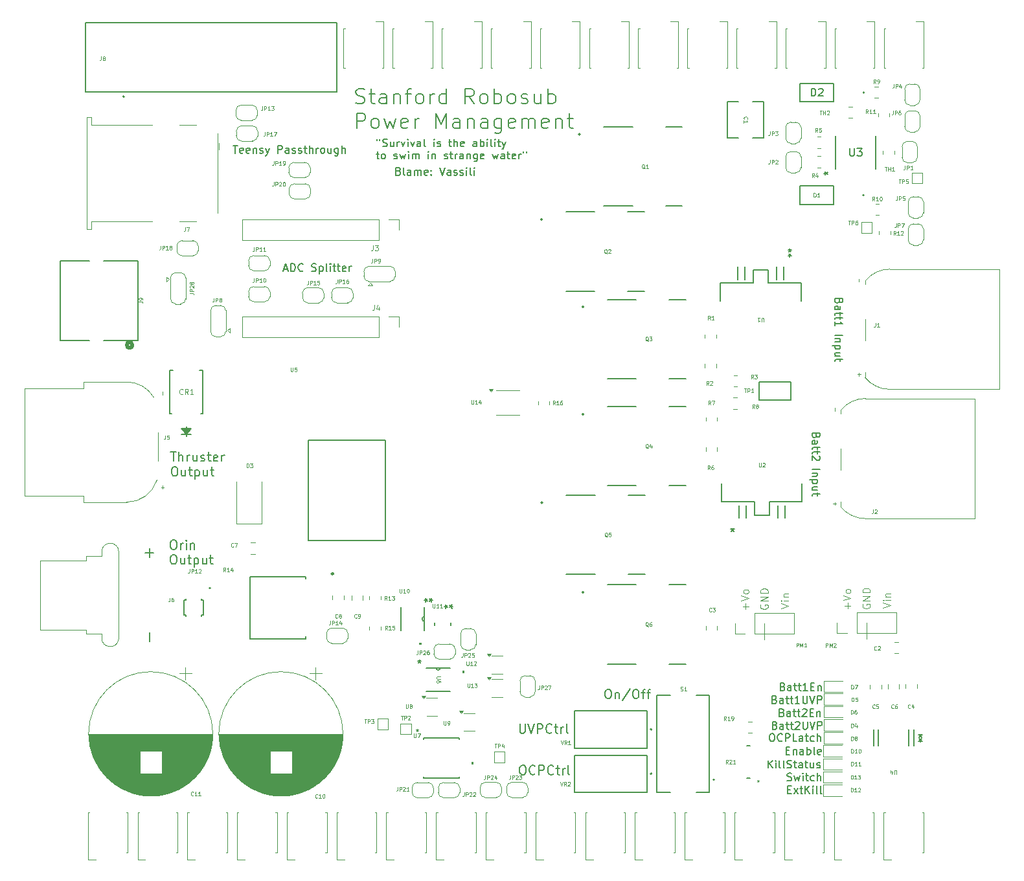
<source format=gbr>
%TF.GenerationSoftware,KiCad,Pcbnew,8.0.3*%
%TF.CreationDate,2025-06-02T03:08:14-07:00*%
%TF.ProjectId,Power_ManagementV2,506f7765-725f-44d6-916e-6167656d656e,rev?*%
%TF.SameCoordinates,Original*%
%TF.FileFunction,Legend,Top*%
%TF.FilePolarity,Positive*%
%FSLAX46Y46*%
G04 Gerber Fmt 4.6, Leading zero omitted, Abs format (unit mm)*
G04 Created by KiCad (PCBNEW 8.0.3) date 2025-06-02 03:08:14*
%MOMM*%
%LPD*%
G01*
G04 APERTURE LIST*
%ADD10C,0.200000*%
%ADD11C,0.150000*%
%ADD12C,0.100000*%
%ADD13C,0.120000*%
%ADD14C,0.152400*%
%ADD15C,0.508000*%
%ADD16C,0.000000*%
%ADD17C,0.127000*%
%ADD18C,0.250000*%
G04 APERTURE END LIST*
D10*
X211570863Y-148492742D02*
X211799435Y-148492742D01*
X211799435Y-148492742D02*
X211913720Y-148549885D01*
X211913720Y-148549885D02*
X212028006Y-148664171D01*
X212028006Y-148664171D02*
X212085149Y-148892742D01*
X212085149Y-148892742D02*
X212085149Y-149292742D01*
X212085149Y-149292742D02*
X212028006Y-149521314D01*
X212028006Y-149521314D02*
X211913720Y-149635600D01*
X211913720Y-149635600D02*
X211799435Y-149692742D01*
X211799435Y-149692742D02*
X211570863Y-149692742D01*
X211570863Y-149692742D02*
X211456578Y-149635600D01*
X211456578Y-149635600D02*
X211342292Y-149521314D01*
X211342292Y-149521314D02*
X211285149Y-149292742D01*
X211285149Y-149292742D02*
X211285149Y-148892742D01*
X211285149Y-148892742D02*
X211342292Y-148664171D01*
X211342292Y-148664171D02*
X211456578Y-148549885D01*
X211456578Y-148549885D02*
X211570863Y-148492742D01*
X213285149Y-149578457D02*
X213228006Y-149635600D01*
X213228006Y-149635600D02*
X213056578Y-149692742D01*
X213056578Y-149692742D02*
X212942292Y-149692742D01*
X212942292Y-149692742D02*
X212770863Y-149635600D01*
X212770863Y-149635600D02*
X212656578Y-149521314D01*
X212656578Y-149521314D02*
X212599435Y-149407028D01*
X212599435Y-149407028D02*
X212542292Y-149178457D01*
X212542292Y-149178457D02*
X212542292Y-149007028D01*
X212542292Y-149007028D02*
X212599435Y-148778457D01*
X212599435Y-148778457D02*
X212656578Y-148664171D01*
X212656578Y-148664171D02*
X212770863Y-148549885D01*
X212770863Y-148549885D02*
X212942292Y-148492742D01*
X212942292Y-148492742D02*
X213056578Y-148492742D01*
X213056578Y-148492742D02*
X213228006Y-148549885D01*
X213228006Y-148549885D02*
X213285149Y-148607028D01*
X213799435Y-149692742D02*
X213799435Y-148492742D01*
X213799435Y-148492742D02*
X214256578Y-148492742D01*
X214256578Y-148492742D02*
X214370863Y-148549885D01*
X214370863Y-148549885D02*
X214428006Y-148607028D01*
X214428006Y-148607028D02*
X214485149Y-148721314D01*
X214485149Y-148721314D02*
X214485149Y-148892742D01*
X214485149Y-148892742D02*
X214428006Y-149007028D01*
X214428006Y-149007028D02*
X214370863Y-149064171D01*
X214370863Y-149064171D02*
X214256578Y-149121314D01*
X214256578Y-149121314D02*
X213799435Y-149121314D01*
X215685149Y-149578457D02*
X215628006Y-149635600D01*
X215628006Y-149635600D02*
X215456578Y-149692742D01*
X215456578Y-149692742D02*
X215342292Y-149692742D01*
X215342292Y-149692742D02*
X215170863Y-149635600D01*
X215170863Y-149635600D02*
X215056578Y-149521314D01*
X215056578Y-149521314D02*
X214999435Y-149407028D01*
X214999435Y-149407028D02*
X214942292Y-149178457D01*
X214942292Y-149178457D02*
X214942292Y-149007028D01*
X214942292Y-149007028D02*
X214999435Y-148778457D01*
X214999435Y-148778457D02*
X215056578Y-148664171D01*
X215056578Y-148664171D02*
X215170863Y-148549885D01*
X215170863Y-148549885D02*
X215342292Y-148492742D01*
X215342292Y-148492742D02*
X215456578Y-148492742D01*
X215456578Y-148492742D02*
X215628006Y-148549885D01*
X215628006Y-148549885D02*
X215685149Y-148607028D01*
X216028006Y-148892742D02*
X216485149Y-148892742D01*
X216199435Y-148492742D02*
X216199435Y-149521314D01*
X216199435Y-149521314D02*
X216256578Y-149635600D01*
X216256578Y-149635600D02*
X216370863Y-149692742D01*
X216370863Y-149692742D02*
X216485149Y-149692742D01*
X216885149Y-149692742D02*
X216885149Y-148892742D01*
X216885149Y-149121314D02*
X216942292Y-149007028D01*
X216942292Y-149007028D02*
X216999435Y-148949885D01*
X216999435Y-148949885D02*
X217113720Y-148892742D01*
X217113720Y-148892742D02*
X217228006Y-148892742D01*
X217799434Y-149692742D02*
X217685149Y-149635600D01*
X217685149Y-149635600D02*
X217628006Y-149521314D01*
X217628006Y-149521314D02*
X217628006Y-148492742D01*
X173826816Y-67417219D02*
X174398244Y-67417219D01*
X174112530Y-68417219D02*
X174112530Y-67417219D01*
X175112530Y-68369600D02*
X175017292Y-68417219D01*
X175017292Y-68417219D02*
X174826816Y-68417219D01*
X174826816Y-68417219D02*
X174731578Y-68369600D01*
X174731578Y-68369600D02*
X174683959Y-68274361D01*
X174683959Y-68274361D02*
X174683959Y-67893409D01*
X174683959Y-67893409D02*
X174731578Y-67798171D01*
X174731578Y-67798171D02*
X174826816Y-67750552D01*
X174826816Y-67750552D02*
X175017292Y-67750552D01*
X175017292Y-67750552D02*
X175112530Y-67798171D01*
X175112530Y-67798171D02*
X175160149Y-67893409D01*
X175160149Y-67893409D02*
X175160149Y-67988647D01*
X175160149Y-67988647D02*
X174683959Y-68083885D01*
X175969673Y-68369600D02*
X175874435Y-68417219D01*
X175874435Y-68417219D02*
X175683959Y-68417219D01*
X175683959Y-68417219D02*
X175588721Y-68369600D01*
X175588721Y-68369600D02*
X175541102Y-68274361D01*
X175541102Y-68274361D02*
X175541102Y-67893409D01*
X175541102Y-67893409D02*
X175588721Y-67798171D01*
X175588721Y-67798171D02*
X175683959Y-67750552D01*
X175683959Y-67750552D02*
X175874435Y-67750552D01*
X175874435Y-67750552D02*
X175969673Y-67798171D01*
X175969673Y-67798171D02*
X176017292Y-67893409D01*
X176017292Y-67893409D02*
X176017292Y-67988647D01*
X176017292Y-67988647D02*
X175541102Y-68083885D01*
X176445864Y-67750552D02*
X176445864Y-68417219D01*
X176445864Y-67845790D02*
X176493483Y-67798171D01*
X176493483Y-67798171D02*
X176588721Y-67750552D01*
X176588721Y-67750552D02*
X176731578Y-67750552D01*
X176731578Y-67750552D02*
X176826816Y-67798171D01*
X176826816Y-67798171D02*
X176874435Y-67893409D01*
X176874435Y-67893409D02*
X176874435Y-68417219D01*
X177303007Y-68369600D02*
X177398245Y-68417219D01*
X177398245Y-68417219D02*
X177588721Y-68417219D01*
X177588721Y-68417219D02*
X177683959Y-68369600D01*
X177683959Y-68369600D02*
X177731578Y-68274361D01*
X177731578Y-68274361D02*
X177731578Y-68226742D01*
X177731578Y-68226742D02*
X177683959Y-68131504D01*
X177683959Y-68131504D02*
X177588721Y-68083885D01*
X177588721Y-68083885D02*
X177445864Y-68083885D01*
X177445864Y-68083885D02*
X177350626Y-68036266D01*
X177350626Y-68036266D02*
X177303007Y-67941028D01*
X177303007Y-67941028D02*
X177303007Y-67893409D01*
X177303007Y-67893409D02*
X177350626Y-67798171D01*
X177350626Y-67798171D02*
X177445864Y-67750552D01*
X177445864Y-67750552D02*
X177588721Y-67750552D01*
X177588721Y-67750552D02*
X177683959Y-67798171D01*
X178064912Y-67750552D02*
X178303007Y-68417219D01*
X178541102Y-67750552D02*
X178303007Y-68417219D01*
X178303007Y-68417219D02*
X178207769Y-68655314D01*
X178207769Y-68655314D02*
X178160150Y-68702933D01*
X178160150Y-68702933D02*
X178064912Y-68750552D01*
X179683960Y-68417219D02*
X179683960Y-67417219D01*
X179683960Y-67417219D02*
X180064912Y-67417219D01*
X180064912Y-67417219D02*
X180160150Y-67464838D01*
X180160150Y-67464838D02*
X180207769Y-67512457D01*
X180207769Y-67512457D02*
X180255388Y-67607695D01*
X180255388Y-67607695D02*
X180255388Y-67750552D01*
X180255388Y-67750552D02*
X180207769Y-67845790D01*
X180207769Y-67845790D02*
X180160150Y-67893409D01*
X180160150Y-67893409D02*
X180064912Y-67941028D01*
X180064912Y-67941028D02*
X179683960Y-67941028D01*
X181112531Y-68417219D02*
X181112531Y-67893409D01*
X181112531Y-67893409D02*
X181064912Y-67798171D01*
X181064912Y-67798171D02*
X180969674Y-67750552D01*
X180969674Y-67750552D02*
X180779198Y-67750552D01*
X180779198Y-67750552D02*
X180683960Y-67798171D01*
X181112531Y-68369600D02*
X181017293Y-68417219D01*
X181017293Y-68417219D02*
X180779198Y-68417219D01*
X180779198Y-68417219D02*
X180683960Y-68369600D01*
X180683960Y-68369600D02*
X180636341Y-68274361D01*
X180636341Y-68274361D02*
X180636341Y-68179123D01*
X180636341Y-68179123D02*
X180683960Y-68083885D01*
X180683960Y-68083885D02*
X180779198Y-68036266D01*
X180779198Y-68036266D02*
X181017293Y-68036266D01*
X181017293Y-68036266D02*
X181112531Y-67988647D01*
X181541103Y-68369600D02*
X181636341Y-68417219D01*
X181636341Y-68417219D02*
X181826817Y-68417219D01*
X181826817Y-68417219D02*
X181922055Y-68369600D01*
X181922055Y-68369600D02*
X181969674Y-68274361D01*
X181969674Y-68274361D02*
X181969674Y-68226742D01*
X181969674Y-68226742D02*
X181922055Y-68131504D01*
X181922055Y-68131504D02*
X181826817Y-68083885D01*
X181826817Y-68083885D02*
X181683960Y-68083885D01*
X181683960Y-68083885D02*
X181588722Y-68036266D01*
X181588722Y-68036266D02*
X181541103Y-67941028D01*
X181541103Y-67941028D02*
X181541103Y-67893409D01*
X181541103Y-67893409D02*
X181588722Y-67798171D01*
X181588722Y-67798171D02*
X181683960Y-67750552D01*
X181683960Y-67750552D02*
X181826817Y-67750552D01*
X181826817Y-67750552D02*
X181922055Y-67798171D01*
X182350627Y-68369600D02*
X182445865Y-68417219D01*
X182445865Y-68417219D02*
X182636341Y-68417219D01*
X182636341Y-68417219D02*
X182731579Y-68369600D01*
X182731579Y-68369600D02*
X182779198Y-68274361D01*
X182779198Y-68274361D02*
X182779198Y-68226742D01*
X182779198Y-68226742D02*
X182731579Y-68131504D01*
X182731579Y-68131504D02*
X182636341Y-68083885D01*
X182636341Y-68083885D02*
X182493484Y-68083885D01*
X182493484Y-68083885D02*
X182398246Y-68036266D01*
X182398246Y-68036266D02*
X182350627Y-67941028D01*
X182350627Y-67941028D02*
X182350627Y-67893409D01*
X182350627Y-67893409D02*
X182398246Y-67798171D01*
X182398246Y-67798171D02*
X182493484Y-67750552D01*
X182493484Y-67750552D02*
X182636341Y-67750552D01*
X182636341Y-67750552D02*
X182731579Y-67798171D01*
X183064913Y-67750552D02*
X183445865Y-67750552D01*
X183207770Y-67417219D02*
X183207770Y-68274361D01*
X183207770Y-68274361D02*
X183255389Y-68369600D01*
X183255389Y-68369600D02*
X183350627Y-68417219D01*
X183350627Y-68417219D02*
X183445865Y-68417219D01*
X183779199Y-68417219D02*
X183779199Y-67417219D01*
X184207770Y-68417219D02*
X184207770Y-67893409D01*
X184207770Y-67893409D02*
X184160151Y-67798171D01*
X184160151Y-67798171D02*
X184064913Y-67750552D01*
X184064913Y-67750552D02*
X183922056Y-67750552D01*
X183922056Y-67750552D02*
X183826818Y-67798171D01*
X183826818Y-67798171D02*
X183779199Y-67845790D01*
X184683961Y-68417219D02*
X184683961Y-67750552D01*
X184683961Y-67941028D02*
X184731580Y-67845790D01*
X184731580Y-67845790D02*
X184779199Y-67798171D01*
X184779199Y-67798171D02*
X184874437Y-67750552D01*
X184874437Y-67750552D02*
X184969675Y-67750552D01*
X185445866Y-68417219D02*
X185350628Y-68369600D01*
X185350628Y-68369600D02*
X185303009Y-68321980D01*
X185303009Y-68321980D02*
X185255390Y-68226742D01*
X185255390Y-68226742D02*
X185255390Y-67941028D01*
X185255390Y-67941028D02*
X185303009Y-67845790D01*
X185303009Y-67845790D02*
X185350628Y-67798171D01*
X185350628Y-67798171D02*
X185445866Y-67750552D01*
X185445866Y-67750552D02*
X185588723Y-67750552D01*
X185588723Y-67750552D02*
X185683961Y-67798171D01*
X185683961Y-67798171D02*
X185731580Y-67845790D01*
X185731580Y-67845790D02*
X185779199Y-67941028D01*
X185779199Y-67941028D02*
X185779199Y-68226742D01*
X185779199Y-68226742D02*
X185731580Y-68321980D01*
X185731580Y-68321980D02*
X185683961Y-68369600D01*
X185683961Y-68369600D02*
X185588723Y-68417219D01*
X185588723Y-68417219D02*
X185445866Y-68417219D01*
X186636342Y-67750552D02*
X186636342Y-68417219D01*
X186207771Y-67750552D02*
X186207771Y-68274361D01*
X186207771Y-68274361D02*
X186255390Y-68369600D01*
X186255390Y-68369600D02*
X186350628Y-68417219D01*
X186350628Y-68417219D02*
X186493485Y-68417219D01*
X186493485Y-68417219D02*
X186588723Y-68369600D01*
X186588723Y-68369600D02*
X186636342Y-68321980D01*
X187541104Y-67750552D02*
X187541104Y-68560076D01*
X187541104Y-68560076D02*
X187493485Y-68655314D01*
X187493485Y-68655314D02*
X187445866Y-68702933D01*
X187445866Y-68702933D02*
X187350628Y-68750552D01*
X187350628Y-68750552D02*
X187207771Y-68750552D01*
X187207771Y-68750552D02*
X187112533Y-68702933D01*
X187541104Y-68369600D02*
X187445866Y-68417219D01*
X187445866Y-68417219D02*
X187255390Y-68417219D01*
X187255390Y-68417219D02*
X187160152Y-68369600D01*
X187160152Y-68369600D02*
X187112533Y-68321980D01*
X187112533Y-68321980D02*
X187064914Y-68226742D01*
X187064914Y-68226742D02*
X187064914Y-67941028D01*
X187064914Y-67941028D02*
X187112533Y-67845790D01*
X187112533Y-67845790D02*
X187160152Y-67798171D01*
X187160152Y-67798171D02*
X187255390Y-67750552D01*
X187255390Y-67750552D02*
X187445866Y-67750552D01*
X187445866Y-67750552D02*
X187541104Y-67798171D01*
X188017295Y-68417219D02*
X188017295Y-67417219D01*
X188445866Y-68417219D02*
X188445866Y-67893409D01*
X188445866Y-67893409D02*
X188398247Y-67798171D01*
X188398247Y-67798171D02*
X188303009Y-67750552D01*
X188303009Y-67750552D02*
X188160152Y-67750552D01*
X188160152Y-67750552D02*
X188064914Y-67798171D01*
X188064914Y-67798171D02*
X188017295Y-67845790D01*
X165920863Y-119035809D02*
X166149435Y-119035809D01*
X166149435Y-119035809D02*
X166263720Y-119092952D01*
X166263720Y-119092952D02*
X166378006Y-119207238D01*
X166378006Y-119207238D02*
X166435149Y-119435809D01*
X166435149Y-119435809D02*
X166435149Y-119835809D01*
X166435149Y-119835809D02*
X166378006Y-120064381D01*
X166378006Y-120064381D02*
X166263720Y-120178667D01*
X166263720Y-120178667D02*
X166149435Y-120235809D01*
X166149435Y-120235809D02*
X165920863Y-120235809D01*
X165920863Y-120235809D02*
X165806578Y-120178667D01*
X165806578Y-120178667D02*
X165692292Y-120064381D01*
X165692292Y-120064381D02*
X165635149Y-119835809D01*
X165635149Y-119835809D02*
X165635149Y-119435809D01*
X165635149Y-119435809D02*
X165692292Y-119207238D01*
X165692292Y-119207238D02*
X165806578Y-119092952D01*
X165806578Y-119092952D02*
X165920863Y-119035809D01*
X166949435Y-120235809D02*
X166949435Y-119435809D01*
X166949435Y-119664381D02*
X167006578Y-119550095D01*
X167006578Y-119550095D02*
X167063721Y-119492952D01*
X167063721Y-119492952D02*
X167178006Y-119435809D01*
X167178006Y-119435809D02*
X167292292Y-119435809D01*
X167692292Y-120235809D02*
X167692292Y-119435809D01*
X167692292Y-119035809D02*
X167635149Y-119092952D01*
X167635149Y-119092952D02*
X167692292Y-119150095D01*
X167692292Y-119150095D02*
X167749435Y-119092952D01*
X167749435Y-119092952D02*
X167692292Y-119035809D01*
X167692292Y-119035809D02*
X167692292Y-119150095D01*
X168263721Y-119435809D02*
X168263721Y-120235809D01*
X168263721Y-119550095D02*
X168320864Y-119492952D01*
X168320864Y-119492952D02*
X168435149Y-119435809D01*
X168435149Y-119435809D02*
X168606578Y-119435809D01*
X168606578Y-119435809D02*
X168720864Y-119492952D01*
X168720864Y-119492952D02*
X168778007Y-119607238D01*
X168778007Y-119607238D02*
X168778007Y-120235809D01*
X165920863Y-120967742D02*
X166149435Y-120967742D01*
X166149435Y-120967742D02*
X166263720Y-121024885D01*
X166263720Y-121024885D02*
X166378006Y-121139171D01*
X166378006Y-121139171D02*
X166435149Y-121367742D01*
X166435149Y-121367742D02*
X166435149Y-121767742D01*
X166435149Y-121767742D02*
X166378006Y-121996314D01*
X166378006Y-121996314D02*
X166263720Y-122110600D01*
X166263720Y-122110600D02*
X166149435Y-122167742D01*
X166149435Y-122167742D02*
X165920863Y-122167742D01*
X165920863Y-122167742D02*
X165806578Y-122110600D01*
X165806578Y-122110600D02*
X165692292Y-121996314D01*
X165692292Y-121996314D02*
X165635149Y-121767742D01*
X165635149Y-121767742D02*
X165635149Y-121367742D01*
X165635149Y-121367742D02*
X165692292Y-121139171D01*
X165692292Y-121139171D02*
X165806578Y-121024885D01*
X165806578Y-121024885D02*
X165920863Y-120967742D01*
X167463721Y-121367742D02*
X167463721Y-122167742D01*
X166949435Y-121367742D02*
X166949435Y-121996314D01*
X166949435Y-121996314D02*
X167006578Y-122110600D01*
X167006578Y-122110600D02*
X167120863Y-122167742D01*
X167120863Y-122167742D02*
X167292292Y-122167742D01*
X167292292Y-122167742D02*
X167406578Y-122110600D01*
X167406578Y-122110600D02*
X167463721Y-122053457D01*
X167863720Y-121367742D02*
X168320863Y-121367742D01*
X168035149Y-120967742D02*
X168035149Y-121996314D01*
X168035149Y-121996314D02*
X168092292Y-122110600D01*
X168092292Y-122110600D02*
X168206577Y-122167742D01*
X168206577Y-122167742D02*
X168320863Y-122167742D01*
X168720863Y-121367742D02*
X168720863Y-122567742D01*
X168720863Y-121424885D02*
X168835149Y-121367742D01*
X168835149Y-121367742D02*
X169063720Y-121367742D01*
X169063720Y-121367742D02*
X169178006Y-121424885D01*
X169178006Y-121424885D02*
X169235149Y-121482028D01*
X169235149Y-121482028D02*
X169292291Y-121596314D01*
X169292291Y-121596314D02*
X169292291Y-121939171D01*
X169292291Y-121939171D02*
X169235149Y-122053457D01*
X169235149Y-122053457D02*
X169178006Y-122110600D01*
X169178006Y-122110600D02*
X169063720Y-122167742D01*
X169063720Y-122167742D02*
X168835149Y-122167742D01*
X168835149Y-122167742D02*
X168720863Y-122110600D01*
X170320863Y-121367742D02*
X170320863Y-122167742D01*
X169806577Y-121367742D02*
X169806577Y-121996314D01*
X169806577Y-121996314D02*
X169863720Y-122110600D01*
X169863720Y-122110600D02*
X169978005Y-122167742D01*
X169978005Y-122167742D02*
X170149434Y-122167742D01*
X170149434Y-122167742D02*
X170263720Y-122110600D01*
X170263720Y-122110600D02*
X170320863Y-122053457D01*
X170720862Y-121367742D02*
X171178005Y-121367742D01*
X170892291Y-120967742D02*
X170892291Y-121996314D01*
X170892291Y-121996314D02*
X170949434Y-122110600D01*
X170949434Y-122110600D02*
X171063719Y-122167742D01*
X171063719Y-122167742D02*
X171178005Y-122167742D01*
D11*
X192617960Y-66551075D02*
X192617960Y-66741551D01*
X192998912Y-66551075D02*
X192998912Y-66741551D01*
X193379865Y-67503456D02*
X193522722Y-67551075D01*
X193522722Y-67551075D02*
X193760817Y-67551075D01*
X193760817Y-67551075D02*
X193856055Y-67503456D01*
X193856055Y-67503456D02*
X193903674Y-67455836D01*
X193903674Y-67455836D02*
X193951293Y-67360598D01*
X193951293Y-67360598D02*
X193951293Y-67265360D01*
X193951293Y-67265360D02*
X193903674Y-67170122D01*
X193903674Y-67170122D02*
X193856055Y-67122503D01*
X193856055Y-67122503D02*
X193760817Y-67074884D01*
X193760817Y-67074884D02*
X193570341Y-67027265D01*
X193570341Y-67027265D02*
X193475103Y-66979646D01*
X193475103Y-66979646D02*
X193427484Y-66932027D01*
X193427484Y-66932027D02*
X193379865Y-66836789D01*
X193379865Y-66836789D02*
X193379865Y-66741551D01*
X193379865Y-66741551D02*
X193427484Y-66646313D01*
X193427484Y-66646313D02*
X193475103Y-66598694D01*
X193475103Y-66598694D02*
X193570341Y-66551075D01*
X193570341Y-66551075D02*
X193808436Y-66551075D01*
X193808436Y-66551075D02*
X193951293Y-66598694D01*
X194808436Y-66884408D02*
X194808436Y-67551075D01*
X194379865Y-66884408D02*
X194379865Y-67408217D01*
X194379865Y-67408217D02*
X194427484Y-67503456D01*
X194427484Y-67503456D02*
X194522722Y-67551075D01*
X194522722Y-67551075D02*
X194665579Y-67551075D01*
X194665579Y-67551075D02*
X194760817Y-67503456D01*
X194760817Y-67503456D02*
X194808436Y-67455836D01*
X195284627Y-67551075D02*
X195284627Y-66884408D01*
X195284627Y-67074884D02*
X195332246Y-66979646D01*
X195332246Y-66979646D02*
X195379865Y-66932027D01*
X195379865Y-66932027D02*
X195475103Y-66884408D01*
X195475103Y-66884408D02*
X195570341Y-66884408D01*
X195808437Y-66884408D02*
X196046532Y-67551075D01*
X196046532Y-67551075D02*
X196284627Y-66884408D01*
X196665580Y-67551075D02*
X196665580Y-66884408D01*
X196665580Y-66551075D02*
X196617961Y-66598694D01*
X196617961Y-66598694D02*
X196665580Y-66646313D01*
X196665580Y-66646313D02*
X196713199Y-66598694D01*
X196713199Y-66598694D02*
X196665580Y-66551075D01*
X196665580Y-66551075D02*
X196665580Y-66646313D01*
X197046532Y-66884408D02*
X197284627Y-67551075D01*
X197284627Y-67551075D02*
X197522722Y-66884408D01*
X198332246Y-67551075D02*
X198332246Y-67027265D01*
X198332246Y-67027265D02*
X198284627Y-66932027D01*
X198284627Y-66932027D02*
X198189389Y-66884408D01*
X198189389Y-66884408D02*
X197998913Y-66884408D01*
X197998913Y-66884408D02*
X197903675Y-66932027D01*
X198332246Y-67503456D02*
X198237008Y-67551075D01*
X198237008Y-67551075D02*
X197998913Y-67551075D01*
X197998913Y-67551075D02*
X197903675Y-67503456D01*
X197903675Y-67503456D02*
X197856056Y-67408217D01*
X197856056Y-67408217D02*
X197856056Y-67312979D01*
X197856056Y-67312979D02*
X197903675Y-67217741D01*
X197903675Y-67217741D02*
X197998913Y-67170122D01*
X197998913Y-67170122D02*
X198237008Y-67170122D01*
X198237008Y-67170122D02*
X198332246Y-67122503D01*
X198951294Y-67551075D02*
X198856056Y-67503456D01*
X198856056Y-67503456D02*
X198808437Y-67408217D01*
X198808437Y-67408217D02*
X198808437Y-66551075D01*
X200094152Y-67551075D02*
X200094152Y-66884408D01*
X200094152Y-66551075D02*
X200046533Y-66598694D01*
X200046533Y-66598694D02*
X200094152Y-66646313D01*
X200094152Y-66646313D02*
X200141771Y-66598694D01*
X200141771Y-66598694D02*
X200094152Y-66551075D01*
X200094152Y-66551075D02*
X200094152Y-66646313D01*
X200522723Y-67503456D02*
X200617961Y-67551075D01*
X200617961Y-67551075D02*
X200808437Y-67551075D01*
X200808437Y-67551075D02*
X200903675Y-67503456D01*
X200903675Y-67503456D02*
X200951294Y-67408217D01*
X200951294Y-67408217D02*
X200951294Y-67360598D01*
X200951294Y-67360598D02*
X200903675Y-67265360D01*
X200903675Y-67265360D02*
X200808437Y-67217741D01*
X200808437Y-67217741D02*
X200665580Y-67217741D01*
X200665580Y-67217741D02*
X200570342Y-67170122D01*
X200570342Y-67170122D02*
X200522723Y-67074884D01*
X200522723Y-67074884D02*
X200522723Y-67027265D01*
X200522723Y-67027265D02*
X200570342Y-66932027D01*
X200570342Y-66932027D02*
X200665580Y-66884408D01*
X200665580Y-66884408D02*
X200808437Y-66884408D01*
X200808437Y-66884408D02*
X200903675Y-66932027D01*
X201998914Y-66884408D02*
X202379866Y-66884408D01*
X202141771Y-66551075D02*
X202141771Y-67408217D01*
X202141771Y-67408217D02*
X202189390Y-67503456D01*
X202189390Y-67503456D02*
X202284628Y-67551075D01*
X202284628Y-67551075D02*
X202379866Y-67551075D01*
X202713200Y-67551075D02*
X202713200Y-66551075D01*
X203141771Y-67551075D02*
X203141771Y-67027265D01*
X203141771Y-67027265D02*
X203094152Y-66932027D01*
X203094152Y-66932027D02*
X202998914Y-66884408D01*
X202998914Y-66884408D02*
X202856057Y-66884408D01*
X202856057Y-66884408D02*
X202760819Y-66932027D01*
X202760819Y-66932027D02*
X202713200Y-66979646D01*
X203998914Y-67503456D02*
X203903676Y-67551075D01*
X203903676Y-67551075D02*
X203713200Y-67551075D01*
X203713200Y-67551075D02*
X203617962Y-67503456D01*
X203617962Y-67503456D02*
X203570343Y-67408217D01*
X203570343Y-67408217D02*
X203570343Y-67027265D01*
X203570343Y-67027265D02*
X203617962Y-66932027D01*
X203617962Y-66932027D02*
X203713200Y-66884408D01*
X203713200Y-66884408D02*
X203903676Y-66884408D01*
X203903676Y-66884408D02*
X203998914Y-66932027D01*
X203998914Y-66932027D02*
X204046533Y-67027265D01*
X204046533Y-67027265D02*
X204046533Y-67122503D01*
X204046533Y-67122503D02*
X203570343Y-67217741D01*
X205665581Y-67551075D02*
X205665581Y-67027265D01*
X205665581Y-67027265D02*
X205617962Y-66932027D01*
X205617962Y-66932027D02*
X205522724Y-66884408D01*
X205522724Y-66884408D02*
X205332248Y-66884408D01*
X205332248Y-66884408D02*
X205237010Y-66932027D01*
X205665581Y-67503456D02*
X205570343Y-67551075D01*
X205570343Y-67551075D02*
X205332248Y-67551075D01*
X205332248Y-67551075D02*
X205237010Y-67503456D01*
X205237010Y-67503456D02*
X205189391Y-67408217D01*
X205189391Y-67408217D02*
X205189391Y-67312979D01*
X205189391Y-67312979D02*
X205237010Y-67217741D01*
X205237010Y-67217741D02*
X205332248Y-67170122D01*
X205332248Y-67170122D02*
X205570343Y-67170122D01*
X205570343Y-67170122D02*
X205665581Y-67122503D01*
X206141772Y-67551075D02*
X206141772Y-66551075D01*
X206141772Y-66932027D02*
X206237010Y-66884408D01*
X206237010Y-66884408D02*
X206427486Y-66884408D01*
X206427486Y-66884408D02*
X206522724Y-66932027D01*
X206522724Y-66932027D02*
X206570343Y-66979646D01*
X206570343Y-66979646D02*
X206617962Y-67074884D01*
X206617962Y-67074884D02*
X206617962Y-67360598D01*
X206617962Y-67360598D02*
X206570343Y-67455836D01*
X206570343Y-67455836D02*
X206522724Y-67503456D01*
X206522724Y-67503456D02*
X206427486Y-67551075D01*
X206427486Y-67551075D02*
X206237010Y-67551075D01*
X206237010Y-67551075D02*
X206141772Y-67503456D01*
X207046534Y-67551075D02*
X207046534Y-66884408D01*
X207046534Y-66551075D02*
X206998915Y-66598694D01*
X206998915Y-66598694D02*
X207046534Y-66646313D01*
X207046534Y-66646313D02*
X207094153Y-66598694D01*
X207094153Y-66598694D02*
X207046534Y-66551075D01*
X207046534Y-66551075D02*
X207046534Y-66646313D01*
X207665581Y-67551075D02*
X207570343Y-67503456D01*
X207570343Y-67503456D02*
X207522724Y-67408217D01*
X207522724Y-67408217D02*
X207522724Y-66551075D01*
X208046534Y-67551075D02*
X208046534Y-66884408D01*
X208046534Y-66551075D02*
X207998915Y-66598694D01*
X207998915Y-66598694D02*
X208046534Y-66646313D01*
X208046534Y-66646313D02*
X208094153Y-66598694D01*
X208094153Y-66598694D02*
X208046534Y-66551075D01*
X208046534Y-66551075D02*
X208046534Y-66646313D01*
X208379867Y-66884408D02*
X208760819Y-66884408D01*
X208522724Y-66551075D02*
X208522724Y-67408217D01*
X208522724Y-67408217D02*
X208570343Y-67503456D01*
X208570343Y-67503456D02*
X208665581Y-67551075D01*
X208665581Y-67551075D02*
X208760819Y-67551075D01*
X208998915Y-66884408D02*
X209237010Y-67551075D01*
X209475105Y-66884408D02*
X209237010Y-67551075D01*
X209237010Y-67551075D02*
X209141772Y-67789170D01*
X209141772Y-67789170D02*
X209094153Y-67836789D01*
X209094153Y-67836789D02*
X208998915Y-67884408D01*
X192522722Y-68494352D02*
X192903674Y-68494352D01*
X192665579Y-68161019D02*
X192665579Y-69018161D01*
X192665579Y-69018161D02*
X192713198Y-69113400D01*
X192713198Y-69113400D02*
X192808436Y-69161019D01*
X192808436Y-69161019D02*
X192903674Y-69161019D01*
X193379865Y-69161019D02*
X193284627Y-69113400D01*
X193284627Y-69113400D02*
X193237008Y-69065780D01*
X193237008Y-69065780D02*
X193189389Y-68970542D01*
X193189389Y-68970542D02*
X193189389Y-68684828D01*
X193189389Y-68684828D02*
X193237008Y-68589590D01*
X193237008Y-68589590D02*
X193284627Y-68541971D01*
X193284627Y-68541971D02*
X193379865Y-68494352D01*
X193379865Y-68494352D02*
X193522722Y-68494352D01*
X193522722Y-68494352D02*
X193617960Y-68541971D01*
X193617960Y-68541971D02*
X193665579Y-68589590D01*
X193665579Y-68589590D02*
X193713198Y-68684828D01*
X193713198Y-68684828D02*
X193713198Y-68970542D01*
X193713198Y-68970542D02*
X193665579Y-69065780D01*
X193665579Y-69065780D02*
X193617960Y-69113400D01*
X193617960Y-69113400D02*
X193522722Y-69161019D01*
X193522722Y-69161019D02*
X193379865Y-69161019D01*
X194856056Y-69113400D02*
X194951294Y-69161019D01*
X194951294Y-69161019D02*
X195141770Y-69161019D01*
X195141770Y-69161019D02*
X195237008Y-69113400D01*
X195237008Y-69113400D02*
X195284627Y-69018161D01*
X195284627Y-69018161D02*
X195284627Y-68970542D01*
X195284627Y-68970542D02*
X195237008Y-68875304D01*
X195237008Y-68875304D02*
X195141770Y-68827685D01*
X195141770Y-68827685D02*
X194998913Y-68827685D01*
X194998913Y-68827685D02*
X194903675Y-68780066D01*
X194903675Y-68780066D02*
X194856056Y-68684828D01*
X194856056Y-68684828D02*
X194856056Y-68637209D01*
X194856056Y-68637209D02*
X194903675Y-68541971D01*
X194903675Y-68541971D02*
X194998913Y-68494352D01*
X194998913Y-68494352D02*
X195141770Y-68494352D01*
X195141770Y-68494352D02*
X195237008Y-68541971D01*
X195617961Y-68494352D02*
X195808437Y-69161019D01*
X195808437Y-69161019D02*
X195998913Y-68684828D01*
X195998913Y-68684828D02*
X196189389Y-69161019D01*
X196189389Y-69161019D02*
X196379865Y-68494352D01*
X196760818Y-69161019D02*
X196760818Y-68494352D01*
X196760818Y-68161019D02*
X196713199Y-68208638D01*
X196713199Y-68208638D02*
X196760818Y-68256257D01*
X196760818Y-68256257D02*
X196808437Y-68208638D01*
X196808437Y-68208638D02*
X196760818Y-68161019D01*
X196760818Y-68161019D02*
X196760818Y-68256257D01*
X197237008Y-69161019D02*
X197237008Y-68494352D01*
X197237008Y-68589590D02*
X197284627Y-68541971D01*
X197284627Y-68541971D02*
X197379865Y-68494352D01*
X197379865Y-68494352D02*
X197522722Y-68494352D01*
X197522722Y-68494352D02*
X197617960Y-68541971D01*
X197617960Y-68541971D02*
X197665579Y-68637209D01*
X197665579Y-68637209D02*
X197665579Y-69161019D01*
X197665579Y-68637209D02*
X197713198Y-68541971D01*
X197713198Y-68541971D02*
X197808436Y-68494352D01*
X197808436Y-68494352D02*
X197951293Y-68494352D01*
X197951293Y-68494352D02*
X198046532Y-68541971D01*
X198046532Y-68541971D02*
X198094151Y-68637209D01*
X198094151Y-68637209D02*
X198094151Y-69161019D01*
X199332246Y-69161019D02*
X199332246Y-68494352D01*
X199332246Y-68161019D02*
X199284627Y-68208638D01*
X199284627Y-68208638D02*
X199332246Y-68256257D01*
X199332246Y-68256257D02*
X199379865Y-68208638D01*
X199379865Y-68208638D02*
X199332246Y-68161019D01*
X199332246Y-68161019D02*
X199332246Y-68256257D01*
X199808436Y-68494352D02*
X199808436Y-69161019D01*
X199808436Y-68589590D02*
X199856055Y-68541971D01*
X199856055Y-68541971D02*
X199951293Y-68494352D01*
X199951293Y-68494352D02*
X200094150Y-68494352D01*
X200094150Y-68494352D02*
X200189388Y-68541971D01*
X200189388Y-68541971D02*
X200237007Y-68637209D01*
X200237007Y-68637209D02*
X200237007Y-69161019D01*
X201427484Y-69113400D02*
X201522722Y-69161019D01*
X201522722Y-69161019D02*
X201713198Y-69161019D01*
X201713198Y-69161019D02*
X201808436Y-69113400D01*
X201808436Y-69113400D02*
X201856055Y-69018161D01*
X201856055Y-69018161D02*
X201856055Y-68970542D01*
X201856055Y-68970542D02*
X201808436Y-68875304D01*
X201808436Y-68875304D02*
X201713198Y-68827685D01*
X201713198Y-68827685D02*
X201570341Y-68827685D01*
X201570341Y-68827685D02*
X201475103Y-68780066D01*
X201475103Y-68780066D02*
X201427484Y-68684828D01*
X201427484Y-68684828D02*
X201427484Y-68637209D01*
X201427484Y-68637209D02*
X201475103Y-68541971D01*
X201475103Y-68541971D02*
X201570341Y-68494352D01*
X201570341Y-68494352D02*
X201713198Y-68494352D01*
X201713198Y-68494352D02*
X201808436Y-68541971D01*
X202141770Y-68494352D02*
X202522722Y-68494352D01*
X202284627Y-68161019D02*
X202284627Y-69018161D01*
X202284627Y-69018161D02*
X202332246Y-69113400D01*
X202332246Y-69113400D02*
X202427484Y-69161019D01*
X202427484Y-69161019D02*
X202522722Y-69161019D01*
X202856056Y-69161019D02*
X202856056Y-68494352D01*
X202856056Y-68684828D02*
X202903675Y-68589590D01*
X202903675Y-68589590D02*
X202951294Y-68541971D01*
X202951294Y-68541971D02*
X203046532Y-68494352D01*
X203046532Y-68494352D02*
X203141770Y-68494352D01*
X203903675Y-69161019D02*
X203903675Y-68637209D01*
X203903675Y-68637209D02*
X203856056Y-68541971D01*
X203856056Y-68541971D02*
X203760818Y-68494352D01*
X203760818Y-68494352D02*
X203570342Y-68494352D01*
X203570342Y-68494352D02*
X203475104Y-68541971D01*
X203903675Y-69113400D02*
X203808437Y-69161019D01*
X203808437Y-69161019D02*
X203570342Y-69161019D01*
X203570342Y-69161019D02*
X203475104Y-69113400D01*
X203475104Y-69113400D02*
X203427485Y-69018161D01*
X203427485Y-69018161D02*
X203427485Y-68922923D01*
X203427485Y-68922923D02*
X203475104Y-68827685D01*
X203475104Y-68827685D02*
X203570342Y-68780066D01*
X203570342Y-68780066D02*
X203808437Y-68780066D01*
X203808437Y-68780066D02*
X203903675Y-68732447D01*
X204379866Y-68494352D02*
X204379866Y-69161019D01*
X204379866Y-68589590D02*
X204427485Y-68541971D01*
X204427485Y-68541971D02*
X204522723Y-68494352D01*
X204522723Y-68494352D02*
X204665580Y-68494352D01*
X204665580Y-68494352D02*
X204760818Y-68541971D01*
X204760818Y-68541971D02*
X204808437Y-68637209D01*
X204808437Y-68637209D02*
X204808437Y-69161019D01*
X205713199Y-68494352D02*
X205713199Y-69303876D01*
X205713199Y-69303876D02*
X205665580Y-69399114D01*
X205665580Y-69399114D02*
X205617961Y-69446733D01*
X205617961Y-69446733D02*
X205522723Y-69494352D01*
X205522723Y-69494352D02*
X205379866Y-69494352D01*
X205379866Y-69494352D02*
X205284628Y-69446733D01*
X205713199Y-69113400D02*
X205617961Y-69161019D01*
X205617961Y-69161019D02*
X205427485Y-69161019D01*
X205427485Y-69161019D02*
X205332247Y-69113400D01*
X205332247Y-69113400D02*
X205284628Y-69065780D01*
X205284628Y-69065780D02*
X205237009Y-68970542D01*
X205237009Y-68970542D02*
X205237009Y-68684828D01*
X205237009Y-68684828D02*
X205284628Y-68589590D01*
X205284628Y-68589590D02*
X205332247Y-68541971D01*
X205332247Y-68541971D02*
X205427485Y-68494352D01*
X205427485Y-68494352D02*
X205617961Y-68494352D01*
X205617961Y-68494352D02*
X205713199Y-68541971D01*
X206570342Y-69113400D02*
X206475104Y-69161019D01*
X206475104Y-69161019D02*
X206284628Y-69161019D01*
X206284628Y-69161019D02*
X206189390Y-69113400D01*
X206189390Y-69113400D02*
X206141771Y-69018161D01*
X206141771Y-69018161D02*
X206141771Y-68637209D01*
X206141771Y-68637209D02*
X206189390Y-68541971D01*
X206189390Y-68541971D02*
X206284628Y-68494352D01*
X206284628Y-68494352D02*
X206475104Y-68494352D01*
X206475104Y-68494352D02*
X206570342Y-68541971D01*
X206570342Y-68541971D02*
X206617961Y-68637209D01*
X206617961Y-68637209D02*
X206617961Y-68732447D01*
X206617961Y-68732447D02*
X206141771Y-68827685D01*
X207713200Y-68494352D02*
X207903676Y-69161019D01*
X207903676Y-69161019D02*
X208094152Y-68684828D01*
X208094152Y-68684828D02*
X208284628Y-69161019D01*
X208284628Y-69161019D02*
X208475104Y-68494352D01*
X209284628Y-69161019D02*
X209284628Y-68637209D01*
X209284628Y-68637209D02*
X209237009Y-68541971D01*
X209237009Y-68541971D02*
X209141771Y-68494352D01*
X209141771Y-68494352D02*
X208951295Y-68494352D01*
X208951295Y-68494352D02*
X208856057Y-68541971D01*
X209284628Y-69113400D02*
X209189390Y-69161019D01*
X209189390Y-69161019D02*
X208951295Y-69161019D01*
X208951295Y-69161019D02*
X208856057Y-69113400D01*
X208856057Y-69113400D02*
X208808438Y-69018161D01*
X208808438Y-69018161D02*
X208808438Y-68922923D01*
X208808438Y-68922923D02*
X208856057Y-68827685D01*
X208856057Y-68827685D02*
X208951295Y-68780066D01*
X208951295Y-68780066D02*
X209189390Y-68780066D01*
X209189390Y-68780066D02*
X209284628Y-68732447D01*
X209617962Y-68494352D02*
X209998914Y-68494352D01*
X209760819Y-68161019D02*
X209760819Y-69018161D01*
X209760819Y-69018161D02*
X209808438Y-69113400D01*
X209808438Y-69113400D02*
X209903676Y-69161019D01*
X209903676Y-69161019D02*
X209998914Y-69161019D01*
X210713200Y-69113400D02*
X210617962Y-69161019D01*
X210617962Y-69161019D02*
X210427486Y-69161019D01*
X210427486Y-69161019D02*
X210332248Y-69113400D01*
X210332248Y-69113400D02*
X210284629Y-69018161D01*
X210284629Y-69018161D02*
X210284629Y-68637209D01*
X210284629Y-68637209D02*
X210332248Y-68541971D01*
X210332248Y-68541971D02*
X210427486Y-68494352D01*
X210427486Y-68494352D02*
X210617962Y-68494352D01*
X210617962Y-68494352D02*
X210713200Y-68541971D01*
X210713200Y-68541971D02*
X210760819Y-68637209D01*
X210760819Y-68637209D02*
X210760819Y-68732447D01*
X210760819Y-68732447D02*
X210284629Y-68827685D01*
X211189391Y-69161019D02*
X211189391Y-68494352D01*
X211189391Y-68684828D02*
X211237010Y-68589590D01*
X211237010Y-68589590D02*
X211284629Y-68541971D01*
X211284629Y-68541971D02*
X211379867Y-68494352D01*
X211379867Y-68494352D02*
X211475105Y-68494352D01*
X211760820Y-68161019D02*
X211760820Y-68351495D01*
X212141772Y-68161019D02*
X212141772Y-68351495D01*
X245663712Y-138192809D02*
X245806569Y-138240428D01*
X245806569Y-138240428D02*
X245854188Y-138288047D01*
X245854188Y-138288047D02*
X245901807Y-138383285D01*
X245901807Y-138383285D02*
X245901807Y-138526142D01*
X245901807Y-138526142D02*
X245854188Y-138621380D01*
X245854188Y-138621380D02*
X245806569Y-138669000D01*
X245806569Y-138669000D02*
X245711331Y-138716619D01*
X245711331Y-138716619D02*
X245330379Y-138716619D01*
X245330379Y-138716619D02*
X245330379Y-137716619D01*
X245330379Y-137716619D02*
X245663712Y-137716619D01*
X245663712Y-137716619D02*
X245758950Y-137764238D01*
X245758950Y-137764238D02*
X245806569Y-137811857D01*
X245806569Y-137811857D02*
X245854188Y-137907095D01*
X245854188Y-137907095D02*
X245854188Y-138002333D01*
X245854188Y-138002333D02*
X245806569Y-138097571D01*
X245806569Y-138097571D02*
X245758950Y-138145190D01*
X245758950Y-138145190D02*
X245663712Y-138192809D01*
X245663712Y-138192809D02*
X245330379Y-138192809D01*
X246758950Y-138716619D02*
X246758950Y-138192809D01*
X246758950Y-138192809D02*
X246711331Y-138097571D01*
X246711331Y-138097571D02*
X246616093Y-138049952D01*
X246616093Y-138049952D02*
X246425617Y-138049952D01*
X246425617Y-138049952D02*
X246330379Y-138097571D01*
X246758950Y-138669000D02*
X246663712Y-138716619D01*
X246663712Y-138716619D02*
X246425617Y-138716619D01*
X246425617Y-138716619D02*
X246330379Y-138669000D01*
X246330379Y-138669000D02*
X246282760Y-138573761D01*
X246282760Y-138573761D02*
X246282760Y-138478523D01*
X246282760Y-138478523D02*
X246330379Y-138383285D01*
X246330379Y-138383285D02*
X246425617Y-138335666D01*
X246425617Y-138335666D02*
X246663712Y-138335666D01*
X246663712Y-138335666D02*
X246758950Y-138288047D01*
X247092284Y-138049952D02*
X247473236Y-138049952D01*
X247235141Y-137716619D02*
X247235141Y-138573761D01*
X247235141Y-138573761D02*
X247282760Y-138669000D01*
X247282760Y-138669000D02*
X247377998Y-138716619D01*
X247377998Y-138716619D02*
X247473236Y-138716619D01*
X247663713Y-138049952D02*
X248044665Y-138049952D01*
X247806570Y-137716619D02*
X247806570Y-138573761D01*
X247806570Y-138573761D02*
X247854189Y-138669000D01*
X247854189Y-138669000D02*
X247949427Y-138716619D01*
X247949427Y-138716619D02*
X248044665Y-138716619D01*
X248901808Y-138716619D02*
X248330380Y-138716619D01*
X248616094Y-138716619D02*
X248616094Y-137716619D01*
X248616094Y-137716619D02*
X248520856Y-137859476D01*
X248520856Y-137859476D02*
X248425618Y-137954714D01*
X248425618Y-137954714D02*
X248330380Y-138002333D01*
X249330380Y-138192809D02*
X249663713Y-138192809D01*
X249806570Y-138716619D02*
X249330380Y-138716619D01*
X249330380Y-138716619D02*
X249330380Y-137716619D01*
X249330380Y-137716619D02*
X249806570Y-137716619D01*
X250235142Y-138049952D02*
X250235142Y-138716619D01*
X250235142Y-138145190D02*
X250282761Y-138097571D01*
X250282761Y-138097571D02*
X250377999Y-138049952D01*
X250377999Y-138049952D02*
X250520856Y-138049952D01*
X250520856Y-138049952D02*
X250616094Y-138097571D01*
X250616094Y-138097571D02*
X250663713Y-138192809D01*
X250663713Y-138192809D02*
X250663713Y-138716619D01*
X243750379Y-148825819D02*
X243750379Y-147825819D01*
X244321807Y-148825819D02*
X243893236Y-148254390D01*
X244321807Y-147825819D02*
X243750379Y-148397247D01*
X244750379Y-148825819D02*
X244750379Y-148159152D01*
X244750379Y-147825819D02*
X244702760Y-147873438D01*
X244702760Y-147873438D02*
X244750379Y-147921057D01*
X244750379Y-147921057D02*
X244797998Y-147873438D01*
X244797998Y-147873438D02*
X244750379Y-147825819D01*
X244750379Y-147825819D02*
X244750379Y-147921057D01*
X245369426Y-148825819D02*
X245274188Y-148778200D01*
X245274188Y-148778200D02*
X245226569Y-148682961D01*
X245226569Y-148682961D02*
X245226569Y-147825819D01*
X245893236Y-148825819D02*
X245797998Y-148778200D01*
X245797998Y-148778200D02*
X245750379Y-148682961D01*
X245750379Y-148682961D02*
X245750379Y-147825819D01*
X246226570Y-148778200D02*
X246369427Y-148825819D01*
X246369427Y-148825819D02*
X246607522Y-148825819D01*
X246607522Y-148825819D02*
X246702760Y-148778200D01*
X246702760Y-148778200D02*
X246750379Y-148730580D01*
X246750379Y-148730580D02*
X246797998Y-148635342D01*
X246797998Y-148635342D02*
X246797998Y-148540104D01*
X246797998Y-148540104D02*
X246750379Y-148444866D01*
X246750379Y-148444866D02*
X246702760Y-148397247D01*
X246702760Y-148397247D02*
X246607522Y-148349628D01*
X246607522Y-148349628D02*
X246417046Y-148302009D01*
X246417046Y-148302009D02*
X246321808Y-148254390D01*
X246321808Y-148254390D02*
X246274189Y-148206771D01*
X246274189Y-148206771D02*
X246226570Y-148111533D01*
X246226570Y-148111533D02*
X246226570Y-148016295D01*
X246226570Y-148016295D02*
X246274189Y-147921057D01*
X246274189Y-147921057D02*
X246321808Y-147873438D01*
X246321808Y-147873438D02*
X246417046Y-147825819D01*
X246417046Y-147825819D02*
X246655141Y-147825819D01*
X246655141Y-147825819D02*
X246797998Y-147873438D01*
X247083713Y-148159152D02*
X247464665Y-148159152D01*
X247226570Y-147825819D02*
X247226570Y-148682961D01*
X247226570Y-148682961D02*
X247274189Y-148778200D01*
X247274189Y-148778200D02*
X247369427Y-148825819D01*
X247369427Y-148825819D02*
X247464665Y-148825819D01*
X248226570Y-148825819D02*
X248226570Y-148302009D01*
X248226570Y-148302009D02*
X248178951Y-148206771D01*
X248178951Y-148206771D02*
X248083713Y-148159152D01*
X248083713Y-148159152D02*
X247893237Y-148159152D01*
X247893237Y-148159152D02*
X247797999Y-148206771D01*
X248226570Y-148778200D02*
X248131332Y-148825819D01*
X248131332Y-148825819D02*
X247893237Y-148825819D01*
X247893237Y-148825819D02*
X247797999Y-148778200D01*
X247797999Y-148778200D02*
X247750380Y-148682961D01*
X247750380Y-148682961D02*
X247750380Y-148587723D01*
X247750380Y-148587723D02*
X247797999Y-148492485D01*
X247797999Y-148492485D02*
X247893237Y-148444866D01*
X247893237Y-148444866D02*
X248131332Y-148444866D01*
X248131332Y-148444866D02*
X248226570Y-148397247D01*
X248559904Y-148159152D02*
X248940856Y-148159152D01*
X248702761Y-147825819D02*
X248702761Y-148682961D01*
X248702761Y-148682961D02*
X248750380Y-148778200D01*
X248750380Y-148778200D02*
X248845618Y-148825819D01*
X248845618Y-148825819D02*
X248940856Y-148825819D01*
X249702761Y-148159152D02*
X249702761Y-148825819D01*
X249274190Y-148159152D02*
X249274190Y-148682961D01*
X249274190Y-148682961D02*
X249321809Y-148778200D01*
X249321809Y-148778200D02*
X249417047Y-148825819D01*
X249417047Y-148825819D02*
X249559904Y-148825819D01*
X249559904Y-148825819D02*
X249655142Y-148778200D01*
X249655142Y-148778200D02*
X249702761Y-148730580D01*
X250131333Y-148778200D02*
X250226571Y-148825819D01*
X250226571Y-148825819D02*
X250417047Y-148825819D01*
X250417047Y-148825819D02*
X250512285Y-148778200D01*
X250512285Y-148778200D02*
X250559904Y-148682961D01*
X250559904Y-148682961D02*
X250559904Y-148635342D01*
X250559904Y-148635342D02*
X250512285Y-148540104D01*
X250512285Y-148540104D02*
X250417047Y-148492485D01*
X250417047Y-148492485D02*
X250274190Y-148492485D01*
X250274190Y-148492485D02*
X250178952Y-148444866D01*
X250178952Y-148444866D02*
X250131333Y-148349628D01*
X250131333Y-148349628D02*
X250131333Y-148302009D01*
X250131333Y-148302009D02*
X250178952Y-148206771D01*
X250178952Y-148206771D02*
X250274190Y-148159152D01*
X250274190Y-148159152D02*
X250417047Y-148159152D01*
X250417047Y-148159152D02*
X250512285Y-148206771D01*
X244622312Y-139869209D02*
X244765169Y-139916828D01*
X244765169Y-139916828D02*
X244812788Y-139964447D01*
X244812788Y-139964447D02*
X244860407Y-140059685D01*
X244860407Y-140059685D02*
X244860407Y-140202542D01*
X244860407Y-140202542D02*
X244812788Y-140297780D01*
X244812788Y-140297780D02*
X244765169Y-140345400D01*
X244765169Y-140345400D02*
X244669931Y-140393019D01*
X244669931Y-140393019D02*
X244288979Y-140393019D01*
X244288979Y-140393019D02*
X244288979Y-139393019D01*
X244288979Y-139393019D02*
X244622312Y-139393019D01*
X244622312Y-139393019D02*
X244717550Y-139440638D01*
X244717550Y-139440638D02*
X244765169Y-139488257D01*
X244765169Y-139488257D02*
X244812788Y-139583495D01*
X244812788Y-139583495D02*
X244812788Y-139678733D01*
X244812788Y-139678733D02*
X244765169Y-139773971D01*
X244765169Y-139773971D02*
X244717550Y-139821590D01*
X244717550Y-139821590D02*
X244622312Y-139869209D01*
X244622312Y-139869209D02*
X244288979Y-139869209D01*
X245717550Y-140393019D02*
X245717550Y-139869209D01*
X245717550Y-139869209D02*
X245669931Y-139773971D01*
X245669931Y-139773971D02*
X245574693Y-139726352D01*
X245574693Y-139726352D02*
X245384217Y-139726352D01*
X245384217Y-139726352D02*
X245288979Y-139773971D01*
X245717550Y-140345400D02*
X245622312Y-140393019D01*
X245622312Y-140393019D02*
X245384217Y-140393019D01*
X245384217Y-140393019D02*
X245288979Y-140345400D01*
X245288979Y-140345400D02*
X245241360Y-140250161D01*
X245241360Y-140250161D02*
X245241360Y-140154923D01*
X245241360Y-140154923D02*
X245288979Y-140059685D01*
X245288979Y-140059685D02*
X245384217Y-140012066D01*
X245384217Y-140012066D02*
X245622312Y-140012066D01*
X245622312Y-140012066D02*
X245717550Y-139964447D01*
X246050884Y-139726352D02*
X246431836Y-139726352D01*
X246193741Y-139393019D02*
X246193741Y-140250161D01*
X246193741Y-140250161D02*
X246241360Y-140345400D01*
X246241360Y-140345400D02*
X246336598Y-140393019D01*
X246336598Y-140393019D02*
X246431836Y-140393019D01*
X246622313Y-139726352D02*
X247003265Y-139726352D01*
X246765170Y-139393019D02*
X246765170Y-140250161D01*
X246765170Y-140250161D02*
X246812789Y-140345400D01*
X246812789Y-140345400D02*
X246908027Y-140393019D01*
X246908027Y-140393019D02*
X247003265Y-140393019D01*
X247860408Y-140393019D02*
X247288980Y-140393019D01*
X247574694Y-140393019D02*
X247574694Y-139393019D01*
X247574694Y-139393019D02*
X247479456Y-139535876D01*
X247479456Y-139535876D02*
X247384218Y-139631114D01*
X247384218Y-139631114D02*
X247288980Y-139678733D01*
X248288980Y-139393019D02*
X248288980Y-140202542D01*
X248288980Y-140202542D02*
X248336599Y-140297780D01*
X248336599Y-140297780D02*
X248384218Y-140345400D01*
X248384218Y-140345400D02*
X248479456Y-140393019D01*
X248479456Y-140393019D02*
X248669932Y-140393019D01*
X248669932Y-140393019D02*
X248765170Y-140345400D01*
X248765170Y-140345400D02*
X248812789Y-140297780D01*
X248812789Y-140297780D02*
X248860408Y-140202542D01*
X248860408Y-140202542D02*
X248860408Y-139393019D01*
X249193742Y-139393019D02*
X249527075Y-140393019D01*
X249527075Y-140393019D02*
X249860408Y-139393019D01*
X250193742Y-140393019D02*
X250193742Y-139393019D01*
X250193742Y-139393019D02*
X250574694Y-139393019D01*
X250574694Y-139393019D02*
X250669932Y-139440638D01*
X250669932Y-139440638D02*
X250717551Y-139488257D01*
X250717551Y-139488257D02*
X250765170Y-139583495D01*
X250765170Y-139583495D02*
X250765170Y-139726352D01*
X250765170Y-139726352D02*
X250717551Y-139821590D01*
X250717551Y-139821590D02*
X250669932Y-139869209D01*
X250669932Y-139869209D02*
X250574694Y-139916828D01*
X250574694Y-139916828D02*
X250193742Y-139916828D01*
D10*
X180472054Y-83581504D02*
X180948244Y-83581504D01*
X180376816Y-83867219D02*
X180710149Y-82867219D01*
X180710149Y-82867219D02*
X181043482Y-83867219D01*
X181376816Y-83867219D02*
X181376816Y-82867219D01*
X181376816Y-82867219D02*
X181614911Y-82867219D01*
X181614911Y-82867219D02*
X181757768Y-82914838D01*
X181757768Y-82914838D02*
X181853006Y-83010076D01*
X181853006Y-83010076D02*
X181900625Y-83105314D01*
X181900625Y-83105314D02*
X181948244Y-83295790D01*
X181948244Y-83295790D02*
X181948244Y-83438647D01*
X181948244Y-83438647D02*
X181900625Y-83629123D01*
X181900625Y-83629123D02*
X181853006Y-83724361D01*
X181853006Y-83724361D02*
X181757768Y-83819600D01*
X181757768Y-83819600D02*
X181614911Y-83867219D01*
X181614911Y-83867219D02*
X181376816Y-83867219D01*
X182948244Y-83771980D02*
X182900625Y-83819600D01*
X182900625Y-83819600D02*
X182757768Y-83867219D01*
X182757768Y-83867219D02*
X182662530Y-83867219D01*
X182662530Y-83867219D02*
X182519673Y-83819600D01*
X182519673Y-83819600D02*
X182424435Y-83724361D01*
X182424435Y-83724361D02*
X182376816Y-83629123D01*
X182376816Y-83629123D02*
X182329197Y-83438647D01*
X182329197Y-83438647D02*
X182329197Y-83295790D01*
X182329197Y-83295790D02*
X182376816Y-83105314D01*
X182376816Y-83105314D02*
X182424435Y-83010076D01*
X182424435Y-83010076D02*
X182519673Y-82914838D01*
X182519673Y-82914838D02*
X182662530Y-82867219D01*
X182662530Y-82867219D02*
X182757768Y-82867219D01*
X182757768Y-82867219D02*
X182900625Y-82914838D01*
X182900625Y-82914838D02*
X182948244Y-82962457D01*
X184091102Y-83819600D02*
X184233959Y-83867219D01*
X184233959Y-83867219D02*
X184472054Y-83867219D01*
X184472054Y-83867219D02*
X184567292Y-83819600D01*
X184567292Y-83819600D02*
X184614911Y-83771980D01*
X184614911Y-83771980D02*
X184662530Y-83676742D01*
X184662530Y-83676742D02*
X184662530Y-83581504D01*
X184662530Y-83581504D02*
X184614911Y-83486266D01*
X184614911Y-83486266D02*
X184567292Y-83438647D01*
X184567292Y-83438647D02*
X184472054Y-83391028D01*
X184472054Y-83391028D02*
X184281578Y-83343409D01*
X184281578Y-83343409D02*
X184186340Y-83295790D01*
X184186340Y-83295790D02*
X184138721Y-83248171D01*
X184138721Y-83248171D02*
X184091102Y-83152933D01*
X184091102Y-83152933D02*
X184091102Y-83057695D01*
X184091102Y-83057695D02*
X184138721Y-82962457D01*
X184138721Y-82962457D02*
X184186340Y-82914838D01*
X184186340Y-82914838D02*
X184281578Y-82867219D01*
X184281578Y-82867219D02*
X184519673Y-82867219D01*
X184519673Y-82867219D02*
X184662530Y-82914838D01*
X185091102Y-83200552D02*
X185091102Y-84200552D01*
X185091102Y-83248171D02*
X185186340Y-83200552D01*
X185186340Y-83200552D02*
X185376816Y-83200552D01*
X185376816Y-83200552D02*
X185472054Y-83248171D01*
X185472054Y-83248171D02*
X185519673Y-83295790D01*
X185519673Y-83295790D02*
X185567292Y-83391028D01*
X185567292Y-83391028D02*
X185567292Y-83676742D01*
X185567292Y-83676742D02*
X185519673Y-83771980D01*
X185519673Y-83771980D02*
X185472054Y-83819600D01*
X185472054Y-83819600D02*
X185376816Y-83867219D01*
X185376816Y-83867219D02*
X185186340Y-83867219D01*
X185186340Y-83867219D02*
X185091102Y-83819600D01*
X186138721Y-83867219D02*
X186043483Y-83819600D01*
X186043483Y-83819600D02*
X185995864Y-83724361D01*
X185995864Y-83724361D02*
X185995864Y-82867219D01*
X186519674Y-83867219D02*
X186519674Y-83200552D01*
X186519674Y-82867219D02*
X186472055Y-82914838D01*
X186472055Y-82914838D02*
X186519674Y-82962457D01*
X186519674Y-82962457D02*
X186567293Y-82914838D01*
X186567293Y-82914838D02*
X186519674Y-82867219D01*
X186519674Y-82867219D02*
X186519674Y-82962457D01*
X186853007Y-83200552D02*
X187233959Y-83200552D01*
X186995864Y-82867219D02*
X186995864Y-83724361D01*
X186995864Y-83724361D02*
X187043483Y-83819600D01*
X187043483Y-83819600D02*
X187138721Y-83867219D01*
X187138721Y-83867219D02*
X187233959Y-83867219D01*
X187424436Y-83200552D02*
X187805388Y-83200552D01*
X187567293Y-82867219D02*
X187567293Y-83724361D01*
X187567293Y-83724361D02*
X187614912Y-83819600D01*
X187614912Y-83819600D02*
X187710150Y-83867219D01*
X187710150Y-83867219D02*
X187805388Y-83867219D01*
X188519674Y-83819600D02*
X188424436Y-83867219D01*
X188424436Y-83867219D02*
X188233960Y-83867219D01*
X188233960Y-83867219D02*
X188138722Y-83819600D01*
X188138722Y-83819600D02*
X188091103Y-83724361D01*
X188091103Y-83724361D02*
X188091103Y-83343409D01*
X188091103Y-83343409D02*
X188138722Y-83248171D01*
X188138722Y-83248171D02*
X188233960Y-83200552D01*
X188233960Y-83200552D02*
X188424436Y-83200552D01*
X188424436Y-83200552D02*
X188519674Y-83248171D01*
X188519674Y-83248171D02*
X188567293Y-83343409D01*
X188567293Y-83343409D02*
X188567293Y-83438647D01*
X188567293Y-83438647D02*
X188091103Y-83533885D01*
X188995865Y-83867219D02*
X188995865Y-83200552D01*
X188995865Y-83391028D02*
X189043484Y-83295790D01*
X189043484Y-83295790D02*
X189091103Y-83248171D01*
X189091103Y-83248171D02*
X189186341Y-83200552D01*
X189186341Y-83200552D02*
X189281579Y-83200552D01*
X222745863Y-138542742D02*
X222974435Y-138542742D01*
X222974435Y-138542742D02*
X223088720Y-138599885D01*
X223088720Y-138599885D02*
X223203006Y-138714171D01*
X223203006Y-138714171D02*
X223260149Y-138942742D01*
X223260149Y-138942742D02*
X223260149Y-139342742D01*
X223260149Y-139342742D02*
X223203006Y-139571314D01*
X223203006Y-139571314D02*
X223088720Y-139685600D01*
X223088720Y-139685600D02*
X222974435Y-139742742D01*
X222974435Y-139742742D02*
X222745863Y-139742742D01*
X222745863Y-139742742D02*
X222631578Y-139685600D01*
X222631578Y-139685600D02*
X222517292Y-139571314D01*
X222517292Y-139571314D02*
X222460149Y-139342742D01*
X222460149Y-139342742D02*
X222460149Y-138942742D01*
X222460149Y-138942742D02*
X222517292Y-138714171D01*
X222517292Y-138714171D02*
X222631578Y-138599885D01*
X222631578Y-138599885D02*
X222745863Y-138542742D01*
X223774435Y-138942742D02*
X223774435Y-139742742D01*
X223774435Y-139057028D02*
X223831578Y-138999885D01*
X223831578Y-138999885D02*
X223945863Y-138942742D01*
X223945863Y-138942742D02*
X224117292Y-138942742D01*
X224117292Y-138942742D02*
X224231578Y-138999885D01*
X224231578Y-138999885D02*
X224288721Y-139114171D01*
X224288721Y-139114171D02*
X224288721Y-139742742D01*
X225717292Y-138485600D02*
X224688720Y-140028457D01*
X226345863Y-138542742D02*
X226574435Y-138542742D01*
X226574435Y-138542742D02*
X226688720Y-138599885D01*
X226688720Y-138599885D02*
X226803006Y-138714171D01*
X226803006Y-138714171D02*
X226860149Y-138942742D01*
X226860149Y-138942742D02*
X226860149Y-139342742D01*
X226860149Y-139342742D02*
X226803006Y-139571314D01*
X226803006Y-139571314D02*
X226688720Y-139685600D01*
X226688720Y-139685600D02*
X226574435Y-139742742D01*
X226574435Y-139742742D02*
X226345863Y-139742742D01*
X226345863Y-139742742D02*
X226231578Y-139685600D01*
X226231578Y-139685600D02*
X226117292Y-139571314D01*
X226117292Y-139571314D02*
X226060149Y-139342742D01*
X226060149Y-139342742D02*
X226060149Y-138942742D01*
X226060149Y-138942742D02*
X226117292Y-138714171D01*
X226117292Y-138714171D02*
X226231578Y-138599885D01*
X226231578Y-138599885D02*
X226345863Y-138542742D01*
X227203006Y-138942742D02*
X227660149Y-138942742D01*
X227374435Y-139742742D02*
X227374435Y-138714171D01*
X227374435Y-138714171D02*
X227431578Y-138599885D01*
X227431578Y-138599885D02*
X227545863Y-138542742D01*
X227545863Y-138542742D02*
X227660149Y-138542742D01*
X227888720Y-138942742D02*
X228345863Y-138942742D01*
X228060149Y-139742742D02*
X228060149Y-138714171D01*
X228060149Y-138714171D02*
X228117292Y-138599885D01*
X228117292Y-138599885D02*
X228231577Y-138542742D01*
X228231577Y-138542742D02*
X228345863Y-138542742D01*
X165650663Y-107505609D02*
X166336378Y-107505609D01*
X165993520Y-108705609D02*
X165993520Y-107505609D01*
X166736378Y-108705609D02*
X166736378Y-107505609D01*
X167250664Y-108705609D02*
X167250664Y-108077038D01*
X167250664Y-108077038D02*
X167193521Y-107962752D01*
X167193521Y-107962752D02*
X167079235Y-107905609D01*
X167079235Y-107905609D02*
X166907806Y-107905609D01*
X166907806Y-107905609D02*
X166793521Y-107962752D01*
X166793521Y-107962752D02*
X166736378Y-108019895D01*
X167822092Y-108705609D02*
X167822092Y-107905609D01*
X167822092Y-108134181D02*
X167879235Y-108019895D01*
X167879235Y-108019895D02*
X167936378Y-107962752D01*
X167936378Y-107962752D02*
X168050663Y-107905609D01*
X168050663Y-107905609D02*
X168164949Y-107905609D01*
X169079235Y-107905609D02*
X169079235Y-108705609D01*
X168564949Y-107905609D02*
X168564949Y-108534181D01*
X168564949Y-108534181D02*
X168622092Y-108648467D01*
X168622092Y-108648467D02*
X168736377Y-108705609D01*
X168736377Y-108705609D02*
X168907806Y-108705609D01*
X168907806Y-108705609D02*
X169022092Y-108648467D01*
X169022092Y-108648467D02*
X169079235Y-108591324D01*
X169593520Y-108648467D02*
X169707806Y-108705609D01*
X169707806Y-108705609D02*
X169936377Y-108705609D01*
X169936377Y-108705609D02*
X170050663Y-108648467D01*
X170050663Y-108648467D02*
X170107806Y-108534181D01*
X170107806Y-108534181D02*
X170107806Y-108477038D01*
X170107806Y-108477038D02*
X170050663Y-108362752D01*
X170050663Y-108362752D02*
X169936377Y-108305609D01*
X169936377Y-108305609D02*
X169764949Y-108305609D01*
X169764949Y-108305609D02*
X169650663Y-108248467D01*
X169650663Y-108248467D02*
X169593520Y-108134181D01*
X169593520Y-108134181D02*
X169593520Y-108077038D01*
X169593520Y-108077038D02*
X169650663Y-107962752D01*
X169650663Y-107962752D02*
X169764949Y-107905609D01*
X169764949Y-107905609D02*
X169936377Y-107905609D01*
X169936377Y-107905609D02*
X170050663Y-107962752D01*
X170450663Y-107905609D02*
X170907806Y-107905609D01*
X170622092Y-107505609D02*
X170622092Y-108534181D01*
X170622092Y-108534181D02*
X170679235Y-108648467D01*
X170679235Y-108648467D02*
X170793520Y-108705609D01*
X170793520Y-108705609D02*
X170907806Y-108705609D01*
X171764949Y-108648467D02*
X171650663Y-108705609D01*
X171650663Y-108705609D02*
X171422092Y-108705609D01*
X171422092Y-108705609D02*
X171307806Y-108648467D01*
X171307806Y-108648467D02*
X171250663Y-108534181D01*
X171250663Y-108534181D02*
X171250663Y-108077038D01*
X171250663Y-108077038D02*
X171307806Y-107962752D01*
X171307806Y-107962752D02*
X171422092Y-107905609D01*
X171422092Y-107905609D02*
X171650663Y-107905609D01*
X171650663Y-107905609D02*
X171764949Y-107962752D01*
X171764949Y-107962752D02*
X171822092Y-108077038D01*
X171822092Y-108077038D02*
X171822092Y-108191324D01*
X171822092Y-108191324D02*
X171250663Y-108305609D01*
X172336377Y-108705609D02*
X172336377Y-107905609D01*
X172336377Y-108134181D02*
X172393520Y-108019895D01*
X172393520Y-108019895D02*
X172450663Y-107962752D01*
X172450663Y-107962752D02*
X172564948Y-107905609D01*
X172564948Y-107905609D02*
X172679234Y-107905609D01*
X166050663Y-109437542D02*
X166279235Y-109437542D01*
X166279235Y-109437542D02*
X166393520Y-109494685D01*
X166393520Y-109494685D02*
X166507806Y-109608971D01*
X166507806Y-109608971D02*
X166564949Y-109837542D01*
X166564949Y-109837542D02*
X166564949Y-110237542D01*
X166564949Y-110237542D02*
X166507806Y-110466114D01*
X166507806Y-110466114D02*
X166393520Y-110580400D01*
X166393520Y-110580400D02*
X166279235Y-110637542D01*
X166279235Y-110637542D02*
X166050663Y-110637542D01*
X166050663Y-110637542D02*
X165936378Y-110580400D01*
X165936378Y-110580400D02*
X165822092Y-110466114D01*
X165822092Y-110466114D02*
X165764949Y-110237542D01*
X165764949Y-110237542D02*
X165764949Y-109837542D01*
X165764949Y-109837542D02*
X165822092Y-109608971D01*
X165822092Y-109608971D02*
X165936378Y-109494685D01*
X165936378Y-109494685D02*
X166050663Y-109437542D01*
X167593521Y-109837542D02*
X167593521Y-110637542D01*
X167079235Y-109837542D02*
X167079235Y-110466114D01*
X167079235Y-110466114D02*
X167136378Y-110580400D01*
X167136378Y-110580400D02*
X167250663Y-110637542D01*
X167250663Y-110637542D02*
X167422092Y-110637542D01*
X167422092Y-110637542D02*
X167536378Y-110580400D01*
X167536378Y-110580400D02*
X167593521Y-110523257D01*
X167993520Y-109837542D02*
X168450663Y-109837542D01*
X168164949Y-109437542D02*
X168164949Y-110466114D01*
X168164949Y-110466114D02*
X168222092Y-110580400D01*
X168222092Y-110580400D02*
X168336377Y-110637542D01*
X168336377Y-110637542D02*
X168450663Y-110637542D01*
X168850663Y-109837542D02*
X168850663Y-111037542D01*
X168850663Y-109894685D02*
X168964949Y-109837542D01*
X168964949Y-109837542D02*
X169193520Y-109837542D01*
X169193520Y-109837542D02*
X169307806Y-109894685D01*
X169307806Y-109894685D02*
X169364949Y-109951828D01*
X169364949Y-109951828D02*
X169422091Y-110066114D01*
X169422091Y-110066114D02*
X169422091Y-110408971D01*
X169422091Y-110408971D02*
X169364949Y-110523257D01*
X169364949Y-110523257D02*
X169307806Y-110580400D01*
X169307806Y-110580400D02*
X169193520Y-110637542D01*
X169193520Y-110637542D02*
X168964949Y-110637542D01*
X168964949Y-110637542D02*
X168850663Y-110580400D01*
X170450663Y-109837542D02*
X170450663Y-110637542D01*
X169936377Y-109837542D02*
X169936377Y-110466114D01*
X169936377Y-110466114D02*
X169993520Y-110580400D01*
X169993520Y-110580400D02*
X170107805Y-110637542D01*
X170107805Y-110637542D02*
X170279234Y-110637542D01*
X170279234Y-110637542D02*
X170393520Y-110580400D01*
X170393520Y-110580400D02*
X170450663Y-110523257D01*
X170850662Y-109837542D02*
X171307805Y-109837542D01*
X171022091Y-109437542D02*
X171022091Y-110466114D01*
X171022091Y-110466114D02*
X171079234Y-110580400D01*
X171079234Y-110580400D02*
X171193519Y-110637542D01*
X171193519Y-110637542D02*
X171307805Y-110637542D01*
X211298692Y-143077542D02*
X211298692Y-144048971D01*
X211298692Y-144048971D02*
X211355835Y-144163257D01*
X211355835Y-144163257D02*
X211412978Y-144220400D01*
X211412978Y-144220400D02*
X211527263Y-144277542D01*
X211527263Y-144277542D02*
X211755835Y-144277542D01*
X211755835Y-144277542D02*
X211870120Y-144220400D01*
X211870120Y-144220400D02*
X211927263Y-144163257D01*
X211927263Y-144163257D02*
X211984406Y-144048971D01*
X211984406Y-144048971D02*
X211984406Y-143077542D01*
X212384406Y-143077542D02*
X212784406Y-144277542D01*
X212784406Y-144277542D02*
X213184406Y-143077542D01*
X213584406Y-144277542D02*
X213584406Y-143077542D01*
X213584406Y-143077542D02*
X214041549Y-143077542D01*
X214041549Y-143077542D02*
X214155834Y-143134685D01*
X214155834Y-143134685D02*
X214212977Y-143191828D01*
X214212977Y-143191828D02*
X214270120Y-143306114D01*
X214270120Y-143306114D02*
X214270120Y-143477542D01*
X214270120Y-143477542D02*
X214212977Y-143591828D01*
X214212977Y-143591828D02*
X214155834Y-143648971D01*
X214155834Y-143648971D02*
X214041549Y-143706114D01*
X214041549Y-143706114D02*
X213584406Y-143706114D01*
X215470120Y-144163257D02*
X215412977Y-144220400D01*
X215412977Y-144220400D02*
X215241549Y-144277542D01*
X215241549Y-144277542D02*
X215127263Y-144277542D01*
X215127263Y-144277542D02*
X214955834Y-144220400D01*
X214955834Y-144220400D02*
X214841549Y-144106114D01*
X214841549Y-144106114D02*
X214784406Y-143991828D01*
X214784406Y-143991828D02*
X214727263Y-143763257D01*
X214727263Y-143763257D02*
X214727263Y-143591828D01*
X214727263Y-143591828D02*
X214784406Y-143363257D01*
X214784406Y-143363257D02*
X214841549Y-143248971D01*
X214841549Y-143248971D02*
X214955834Y-143134685D01*
X214955834Y-143134685D02*
X215127263Y-143077542D01*
X215127263Y-143077542D02*
X215241549Y-143077542D01*
X215241549Y-143077542D02*
X215412977Y-143134685D01*
X215412977Y-143134685D02*
X215470120Y-143191828D01*
X215812977Y-143477542D02*
X216270120Y-143477542D01*
X215984406Y-143077542D02*
X215984406Y-144106114D01*
X215984406Y-144106114D02*
X216041549Y-144220400D01*
X216041549Y-144220400D02*
X216155834Y-144277542D01*
X216155834Y-144277542D02*
X216270120Y-144277542D01*
X216670120Y-144277542D02*
X216670120Y-143477542D01*
X216670120Y-143706114D02*
X216727263Y-143591828D01*
X216727263Y-143591828D02*
X216784406Y-143534685D01*
X216784406Y-143534685D02*
X216898691Y-143477542D01*
X216898691Y-143477542D02*
X217012977Y-143477542D01*
X217584405Y-144277542D02*
X217470120Y-144220400D01*
X217470120Y-144220400D02*
X217412977Y-144106114D01*
X217412977Y-144106114D02*
X217412977Y-143077542D01*
D11*
X195437312Y-70770809D02*
X195580169Y-70818428D01*
X195580169Y-70818428D02*
X195627788Y-70866047D01*
X195627788Y-70866047D02*
X195675407Y-70961285D01*
X195675407Y-70961285D02*
X195675407Y-71104142D01*
X195675407Y-71104142D02*
X195627788Y-71199380D01*
X195627788Y-71199380D02*
X195580169Y-71247000D01*
X195580169Y-71247000D02*
X195484931Y-71294619D01*
X195484931Y-71294619D02*
X195103979Y-71294619D01*
X195103979Y-71294619D02*
X195103979Y-70294619D01*
X195103979Y-70294619D02*
X195437312Y-70294619D01*
X195437312Y-70294619D02*
X195532550Y-70342238D01*
X195532550Y-70342238D02*
X195580169Y-70389857D01*
X195580169Y-70389857D02*
X195627788Y-70485095D01*
X195627788Y-70485095D02*
X195627788Y-70580333D01*
X195627788Y-70580333D02*
X195580169Y-70675571D01*
X195580169Y-70675571D02*
X195532550Y-70723190D01*
X195532550Y-70723190D02*
X195437312Y-70770809D01*
X195437312Y-70770809D02*
X195103979Y-70770809D01*
X196246836Y-71294619D02*
X196151598Y-71247000D01*
X196151598Y-71247000D02*
X196103979Y-71151761D01*
X196103979Y-71151761D02*
X196103979Y-70294619D01*
X197056360Y-71294619D02*
X197056360Y-70770809D01*
X197056360Y-70770809D02*
X197008741Y-70675571D01*
X197008741Y-70675571D02*
X196913503Y-70627952D01*
X196913503Y-70627952D02*
X196723027Y-70627952D01*
X196723027Y-70627952D02*
X196627789Y-70675571D01*
X197056360Y-71247000D02*
X196961122Y-71294619D01*
X196961122Y-71294619D02*
X196723027Y-71294619D01*
X196723027Y-71294619D02*
X196627789Y-71247000D01*
X196627789Y-71247000D02*
X196580170Y-71151761D01*
X196580170Y-71151761D02*
X196580170Y-71056523D01*
X196580170Y-71056523D02*
X196627789Y-70961285D01*
X196627789Y-70961285D02*
X196723027Y-70913666D01*
X196723027Y-70913666D02*
X196961122Y-70913666D01*
X196961122Y-70913666D02*
X197056360Y-70866047D01*
X197532551Y-71294619D02*
X197532551Y-70627952D01*
X197532551Y-70723190D02*
X197580170Y-70675571D01*
X197580170Y-70675571D02*
X197675408Y-70627952D01*
X197675408Y-70627952D02*
X197818265Y-70627952D01*
X197818265Y-70627952D02*
X197913503Y-70675571D01*
X197913503Y-70675571D02*
X197961122Y-70770809D01*
X197961122Y-70770809D02*
X197961122Y-71294619D01*
X197961122Y-70770809D02*
X198008741Y-70675571D01*
X198008741Y-70675571D02*
X198103979Y-70627952D01*
X198103979Y-70627952D02*
X198246836Y-70627952D01*
X198246836Y-70627952D02*
X198342075Y-70675571D01*
X198342075Y-70675571D02*
X198389694Y-70770809D01*
X198389694Y-70770809D02*
X198389694Y-71294619D01*
X199246836Y-71247000D02*
X199151598Y-71294619D01*
X199151598Y-71294619D02*
X198961122Y-71294619D01*
X198961122Y-71294619D02*
X198865884Y-71247000D01*
X198865884Y-71247000D02*
X198818265Y-71151761D01*
X198818265Y-71151761D02*
X198818265Y-70770809D01*
X198818265Y-70770809D02*
X198865884Y-70675571D01*
X198865884Y-70675571D02*
X198961122Y-70627952D01*
X198961122Y-70627952D02*
X199151598Y-70627952D01*
X199151598Y-70627952D02*
X199246836Y-70675571D01*
X199246836Y-70675571D02*
X199294455Y-70770809D01*
X199294455Y-70770809D02*
X199294455Y-70866047D01*
X199294455Y-70866047D02*
X198818265Y-70961285D01*
X199723027Y-71199380D02*
X199770646Y-71247000D01*
X199770646Y-71247000D02*
X199723027Y-71294619D01*
X199723027Y-71294619D02*
X199675408Y-71247000D01*
X199675408Y-71247000D02*
X199723027Y-71199380D01*
X199723027Y-71199380D02*
X199723027Y-71294619D01*
X199723027Y-70675571D02*
X199770646Y-70723190D01*
X199770646Y-70723190D02*
X199723027Y-70770809D01*
X199723027Y-70770809D02*
X199675408Y-70723190D01*
X199675408Y-70723190D02*
X199723027Y-70675571D01*
X199723027Y-70675571D02*
X199723027Y-70770809D01*
X200818265Y-70294619D02*
X201151598Y-71294619D01*
X201151598Y-71294619D02*
X201484931Y-70294619D01*
X202246836Y-71294619D02*
X202246836Y-70770809D01*
X202246836Y-70770809D02*
X202199217Y-70675571D01*
X202199217Y-70675571D02*
X202103979Y-70627952D01*
X202103979Y-70627952D02*
X201913503Y-70627952D01*
X201913503Y-70627952D02*
X201818265Y-70675571D01*
X202246836Y-71247000D02*
X202151598Y-71294619D01*
X202151598Y-71294619D02*
X201913503Y-71294619D01*
X201913503Y-71294619D02*
X201818265Y-71247000D01*
X201818265Y-71247000D02*
X201770646Y-71151761D01*
X201770646Y-71151761D02*
X201770646Y-71056523D01*
X201770646Y-71056523D02*
X201818265Y-70961285D01*
X201818265Y-70961285D02*
X201913503Y-70913666D01*
X201913503Y-70913666D02*
X202151598Y-70913666D01*
X202151598Y-70913666D02*
X202246836Y-70866047D01*
X202675408Y-71247000D02*
X202770646Y-71294619D01*
X202770646Y-71294619D02*
X202961122Y-71294619D01*
X202961122Y-71294619D02*
X203056360Y-71247000D01*
X203056360Y-71247000D02*
X203103979Y-71151761D01*
X203103979Y-71151761D02*
X203103979Y-71104142D01*
X203103979Y-71104142D02*
X203056360Y-71008904D01*
X203056360Y-71008904D02*
X202961122Y-70961285D01*
X202961122Y-70961285D02*
X202818265Y-70961285D01*
X202818265Y-70961285D02*
X202723027Y-70913666D01*
X202723027Y-70913666D02*
X202675408Y-70818428D01*
X202675408Y-70818428D02*
X202675408Y-70770809D01*
X202675408Y-70770809D02*
X202723027Y-70675571D01*
X202723027Y-70675571D02*
X202818265Y-70627952D01*
X202818265Y-70627952D02*
X202961122Y-70627952D01*
X202961122Y-70627952D02*
X203056360Y-70675571D01*
X203484932Y-71247000D02*
X203580170Y-71294619D01*
X203580170Y-71294619D02*
X203770646Y-71294619D01*
X203770646Y-71294619D02*
X203865884Y-71247000D01*
X203865884Y-71247000D02*
X203913503Y-71151761D01*
X203913503Y-71151761D02*
X203913503Y-71104142D01*
X203913503Y-71104142D02*
X203865884Y-71008904D01*
X203865884Y-71008904D02*
X203770646Y-70961285D01*
X203770646Y-70961285D02*
X203627789Y-70961285D01*
X203627789Y-70961285D02*
X203532551Y-70913666D01*
X203532551Y-70913666D02*
X203484932Y-70818428D01*
X203484932Y-70818428D02*
X203484932Y-70770809D01*
X203484932Y-70770809D02*
X203532551Y-70675571D01*
X203532551Y-70675571D02*
X203627789Y-70627952D01*
X203627789Y-70627952D02*
X203770646Y-70627952D01*
X203770646Y-70627952D02*
X203865884Y-70675571D01*
X204342075Y-71294619D02*
X204342075Y-70627952D01*
X204342075Y-70294619D02*
X204294456Y-70342238D01*
X204294456Y-70342238D02*
X204342075Y-70389857D01*
X204342075Y-70389857D02*
X204389694Y-70342238D01*
X204389694Y-70342238D02*
X204342075Y-70294619D01*
X204342075Y-70294619D02*
X204342075Y-70389857D01*
X204961122Y-71294619D02*
X204865884Y-71247000D01*
X204865884Y-71247000D02*
X204818265Y-71151761D01*
X204818265Y-71151761D02*
X204818265Y-70294619D01*
X205342075Y-71294619D02*
X205342075Y-70627952D01*
X205342075Y-70294619D02*
X205294456Y-70342238D01*
X205294456Y-70342238D02*
X205342075Y-70389857D01*
X205342075Y-70389857D02*
X205389694Y-70342238D01*
X205389694Y-70342238D02*
X205342075Y-70294619D01*
X205342075Y-70294619D02*
X205342075Y-70389857D01*
X246318379Y-151680209D02*
X246651712Y-151680209D01*
X246794569Y-152204019D02*
X246318379Y-152204019D01*
X246318379Y-152204019D02*
X246318379Y-151204019D01*
X246318379Y-151204019D02*
X246794569Y-151204019D01*
X247127903Y-152204019D02*
X247651712Y-151537352D01*
X247127903Y-151537352D02*
X247651712Y-152204019D01*
X247889808Y-151537352D02*
X248270760Y-151537352D01*
X248032665Y-151204019D02*
X248032665Y-152061161D01*
X248032665Y-152061161D02*
X248080284Y-152156400D01*
X248080284Y-152156400D02*
X248175522Y-152204019D01*
X248175522Y-152204019D02*
X248270760Y-152204019D01*
X248604094Y-152204019D02*
X248604094Y-151204019D01*
X249175522Y-152204019D02*
X248746951Y-151632590D01*
X249175522Y-151204019D02*
X248604094Y-151775447D01*
X249604094Y-152204019D02*
X249604094Y-151537352D01*
X249604094Y-151204019D02*
X249556475Y-151251638D01*
X249556475Y-151251638D02*
X249604094Y-151299257D01*
X249604094Y-151299257D02*
X249651713Y-151251638D01*
X249651713Y-151251638D02*
X249604094Y-151204019D01*
X249604094Y-151204019D02*
X249604094Y-151299257D01*
X250223141Y-152204019D02*
X250127903Y-152156400D01*
X250127903Y-152156400D02*
X250080284Y-152061161D01*
X250080284Y-152061161D02*
X250080284Y-151204019D01*
X250746951Y-152204019D02*
X250651713Y-152156400D01*
X250651713Y-152156400D02*
X250604094Y-152061161D01*
X250604094Y-152061161D02*
X250604094Y-151204019D01*
D10*
X250033790Y-105351006D02*
X249986171Y-105493863D01*
X249986171Y-105493863D02*
X249938552Y-105541482D01*
X249938552Y-105541482D02*
X249843314Y-105589101D01*
X249843314Y-105589101D02*
X249700457Y-105589101D01*
X249700457Y-105589101D02*
X249605219Y-105541482D01*
X249605219Y-105541482D02*
X249557600Y-105493863D01*
X249557600Y-105493863D02*
X249509980Y-105398625D01*
X249509980Y-105398625D02*
X249509980Y-105017673D01*
X249509980Y-105017673D02*
X250509980Y-105017673D01*
X250509980Y-105017673D02*
X250509980Y-105351006D01*
X250509980Y-105351006D02*
X250462361Y-105446244D01*
X250462361Y-105446244D02*
X250414742Y-105493863D01*
X250414742Y-105493863D02*
X250319504Y-105541482D01*
X250319504Y-105541482D02*
X250224266Y-105541482D01*
X250224266Y-105541482D02*
X250129028Y-105493863D01*
X250129028Y-105493863D02*
X250081409Y-105446244D01*
X250081409Y-105446244D02*
X250033790Y-105351006D01*
X250033790Y-105351006D02*
X250033790Y-105017673D01*
X249509980Y-106446244D02*
X250033790Y-106446244D01*
X250033790Y-106446244D02*
X250129028Y-106398625D01*
X250129028Y-106398625D02*
X250176647Y-106303387D01*
X250176647Y-106303387D02*
X250176647Y-106112911D01*
X250176647Y-106112911D02*
X250129028Y-106017673D01*
X249557600Y-106446244D02*
X249509980Y-106351006D01*
X249509980Y-106351006D02*
X249509980Y-106112911D01*
X249509980Y-106112911D02*
X249557600Y-106017673D01*
X249557600Y-106017673D02*
X249652838Y-105970054D01*
X249652838Y-105970054D02*
X249748076Y-105970054D01*
X249748076Y-105970054D02*
X249843314Y-106017673D01*
X249843314Y-106017673D02*
X249890933Y-106112911D01*
X249890933Y-106112911D02*
X249890933Y-106351006D01*
X249890933Y-106351006D02*
X249938552Y-106446244D01*
X250176647Y-106779578D02*
X250176647Y-107160530D01*
X250509980Y-106922435D02*
X249652838Y-106922435D01*
X249652838Y-106922435D02*
X249557600Y-106970054D01*
X249557600Y-106970054D02*
X249509980Y-107065292D01*
X249509980Y-107065292D02*
X249509980Y-107160530D01*
X250176647Y-107351007D02*
X250176647Y-107731959D01*
X250509980Y-107493864D02*
X249652838Y-107493864D01*
X249652838Y-107493864D02*
X249557600Y-107541483D01*
X249557600Y-107541483D02*
X249509980Y-107636721D01*
X249509980Y-107636721D02*
X249509980Y-107731959D01*
X250414742Y-108017674D02*
X250462361Y-108065293D01*
X250462361Y-108065293D02*
X250509980Y-108160531D01*
X250509980Y-108160531D02*
X250509980Y-108398626D01*
X250509980Y-108398626D02*
X250462361Y-108493864D01*
X250462361Y-108493864D02*
X250414742Y-108541483D01*
X250414742Y-108541483D02*
X250319504Y-108589102D01*
X250319504Y-108589102D02*
X250224266Y-108589102D01*
X250224266Y-108589102D02*
X250081409Y-108541483D01*
X250081409Y-108541483D02*
X249509980Y-107970055D01*
X249509980Y-107970055D02*
X249509980Y-108589102D01*
X249509980Y-109779579D02*
X250509980Y-109779579D01*
X250176647Y-110255769D02*
X249509980Y-110255769D01*
X250081409Y-110255769D02*
X250129028Y-110303388D01*
X250129028Y-110303388D02*
X250176647Y-110398626D01*
X250176647Y-110398626D02*
X250176647Y-110541483D01*
X250176647Y-110541483D02*
X250129028Y-110636721D01*
X250129028Y-110636721D02*
X250033790Y-110684340D01*
X250033790Y-110684340D02*
X249509980Y-110684340D01*
X250176647Y-111160531D02*
X249176647Y-111160531D01*
X250129028Y-111160531D02*
X250176647Y-111255769D01*
X250176647Y-111255769D02*
X250176647Y-111446245D01*
X250176647Y-111446245D02*
X250129028Y-111541483D01*
X250129028Y-111541483D02*
X250081409Y-111589102D01*
X250081409Y-111589102D02*
X249986171Y-111636721D01*
X249986171Y-111636721D02*
X249700457Y-111636721D01*
X249700457Y-111636721D02*
X249605219Y-111589102D01*
X249605219Y-111589102D02*
X249557600Y-111541483D01*
X249557600Y-111541483D02*
X249509980Y-111446245D01*
X249509980Y-111446245D02*
X249509980Y-111255769D01*
X249509980Y-111255769D02*
X249557600Y-111160531D01*
X250176647Y-112493864D02*
X249509980Y-112493864D01*
X250176647Y-112065293D02*
X249652838Y-112065293D01*
X249652838Y-112065293D02*
X249557600Y-112112912D01*
X249557600Y-112112912D02*
X249509980Y-112208150D01*
X249509980Y-112208150D02*
X249509980Y-112351007D01*
X249509980Y-112351007D02*
X249557600Y-112446245D01*
X249557600Y-112446245D02*
X249605219Y-112493864D01*
X250176647Y-112827198D02*
X250176647Y-113208150D01*
X250509980Y-112970055D02*
X249652838Y-112970055D01*
X249652838Y-112970055D02*
X249557600Y-113017674D01*
X249557600Y-113017674D02*
X249509980Y-113112912D01*
X249509980Y-113112912D02*
X249509980Y-113208150D01*
X253030990Y-87774206D02*
X252983371Y-87917063D01*
X252983371Y-87917063D02*
X252935752Y-87964682D01*
X252935752Y-87964682D02*
X252840514Y-88012301D01*
X252840514Y-88012301D02*
X252697657Y-88012301D01*
X252697657Y-88012301D02*
X252602419Y-87964682D01*
X252602419Y-87964682D02*
X252554800Y-87917063D01*
X252554800Y-87917063D02*
X252507180Y-87821825D01*
X252507180Y-87821825D02*
X252507180Y-87440873D01*
X252507180Y-87440873D02*
X253507180Y-87440873D01*
X253507180Y-87440873D02*
X253507180Y-87774206D01*
X253507180Y-87774206D02*
X253459561Y-87869444D01*
X253459561Y-87869444D02*
X253411942Y-87917063D01*
X253411942Y-87917063D02*
X253316704Y-87964682D01*
X253316704Y-87964682D02*
X253221466Y-87964682D01*
X253221466Y-87964682D02*
X253126228Y-87917063D01*
X253126228Y-87917063D02*
X253078609Y-87869444D01*
X253078609Y-87869444D02*
X253030990Y-87774206D01*
X253030990Y-87774206D02*
X253030990Y-87440873D01*
X252507180Y-88869444D02*
X253030990Y-88869444D01*
X253030990Y-88869444D02*
X253126228Y-88821825D01*
X253126228Y-88821825D02*
X253173847Y-88726587D01*
X253173847Y-88726587D02*
X253173847Y-88536111D01*
X253173847Y-88536111D02*
X253126228Y-88440873D01*
X252554800Y-88869444D02*
X252507180Y-88774206D01*
X252507180Y-88774206D02*
X252507180Y-88536111D01*
X252507180Y-88536111D02*
X252554800Y-88440873D01*
X252554800Y-88440873D02*
X252650038Y-88393254D01*
X252650038Y-88393254D02*
X252745276Y-88393254D01*
X252745276Y-88393254D02*
X252840514Y-88440873D01*
X252840514Y-88440873D02*
X252888133Y-88536111D01*
X252888133Y-88536111D02*
X252888133Y-88774206D01*
X252888133Y-88774206D02*
X252935752Y-88869444D01*
X253173847Y-89202778D02*
X253173847Y-89583730D01*
X253507180Y-89345635D02*
X252650038Y-89345635D01*
X252650038Y-89345635D02*
X252554800Y-89393254D01*
X252554800Y-89393254D02*
X252507180Y-89488492D01*
X252507180Y-89488492D02*
X252507180Y-89583730D01*
X253173847Y-89774207D02*
X253173847Y-90155159D01*
X253507180Y-89917064D02*
X252650038Y-89917064D01*
X252650038Y-89917064D02*
X252554800Y-89964683D01*
X252554800Y-89964683D02*
X252507180Y-90059921D01*
X252507180Y-90059921D02*
X252507180Y-90155159D01*
X252507180Y-91012302D02*
X252507180Y-90440874D01*
X252507180Y-90726588D02*
X253507180Y-90726588D01*
X253507180Y-90726588D02*
X253364323Y-90631350D01*
X253364323Y-90631350D02*
X253269085Y-90536112D01*
X253269085Y-90536112D02*
X253221466Y-90440874D01*
X252507180Y-92202779D02*
X253507180Y-92202779D01*
X253173847Y-92678969D02*
X252507180Y-92678969D01*
X253078609Y-92678969D02*
X253126228Y-92726588D01*
X253126228Y-92726588D02*
X253173847Y-92821826D01*
X253173847Y-92821826D02*
X253173847Y-92964683D01*
X253173847Y-92964683D02*
X253126228Y-93059921D01*
X253126228Y-93059921D02*
X253030990Y-93107540D01*
X253030990Y-93107540D02*
X252507180Y-93107540D01*
X253173847Y-93583731D02*
X252173847Y-93583731D01*
X253126228Y-93583731D02*
X253173847Y-93678969D01*
X253173847Y-93678969D02*
X253173847Y-93869445D01*
X253173847Y-93869445D02*
X253126228Y-93964683D01*
X253126228Y-93964683D02*
X253078609Y-94012302D01*
X253078609Y-94012302D02*
X252983371Y-94059921D01*
X252983371Y-94059921D02*
X252697657Y-94059921D01*
X252697657Y-94059921D02*
X252602419Y-94012302D01*
X252602419Y-94012302D02*
X252554800Y-93964683D01*
X252554800Y-93964683D02*
X252507180Y-93869445D01*
X252507180Y-93869445D02*
X252507180Y-93678969D01*
X252507180Y-93678969D02*
X252554800Y-93583731D01*
X253173847Y-94917064D02*
X252507180Y-94917064D01*
X253173847Y-94488493D02*
X252650038Y-94488493D01*
X252650038Y-94488493D02*
X252554800Y-94536112D01*
X252554800Y-94536112D02*
X252507180Y-94631350D01*
X252507180Y-94631350D02*
X252507180Y-94774207D01*
X252507180Y-94774207D02*
X252554800Y-94869445D01*
X252554800Y-94869445D02*
X252602419Y-94917064D01*
X253173847Y-95250398D02*
X253173847Y-95631350D01*
X253507180Y-95393255D02*
X252650038Y-95393255D01*
X252650038Y-95393255D02*
X252554800Y-95440874D01*
X252554800Y-95440874D02*
X252507180Y-95536112D01*
X252507180Y-95536112D02*
X252507180Y-95631350D01*
D11*
X245562112Y-141571009D02*
X245704969Y-141618628D01*
X245704969Y-141618628D02*
X245752588Y-141666247D01*
X245752588Y-141666247D02*
X245800207Y-141761485D01*
X245800207Y-141761485D02*
X245800207Y-141904342D01*
X245800207Y-141904342D02*
X245752588Y-141999580D01*
X245752588Y-141999580D02*
X245704969Y-142047200D01*
X245704969Y-142047200D02*
X245609731Y-142094819D01*
X245609731Y-142094819D02*
X245228779Y-142094819D01*
X245228779Y-142094819D02*
X245228779Y-141094819D01*
X245228779Y-141094819D02*
X245562112Y-141094819D01*
X245562112Y-141094819D02*
X245657350Y-141142438D01*
X245657350Y-141142438D02*
X245704969Y-141190057D01*
X245704969Y-141190057D02*
X245752588Y-141285295D01*
X245752588Y-141285295D02*
X245752588Y-141380533D01*
X245752588Y-141380533D02*
X245704969Y-141475771D01*
X245704969Y-141475771D02*
X245657350Y-141523390D01*
X245657350Y-141523390D02*
X245562112Y-141571009D01*
X245562112Y-141571009D02*
X245228779Y-141571009D01*
X246657350Y-142094819D02*
X246657350Y-141571009D01*
X246657350Y-141571009D02*
X246609731Y-141475771D01*
X246609731Y-141475771D02*
X246514493Y-141428152D01*
X246514493Y-141428152D02*
X246324017Y-141428152D01*
X246324017Y-141428152D02*
X246228779Y-141475771D01*
X246657350Y-142047200D02*
X246562112Y-142094819D01*
X246562112Y-142094819D02*
X246324017Y-142094819D01*
X246324017Y-142094819D02*
X246228779Y-142047200D01*
X246228779Y-142047200D02*
X246181160Y-141951961D01*
X246181160Y-141951961D02*
X246181160Y-141856723D01*
X246181160Y-141856723D02*
X246228779Y-141761485D01*
X246228779Y-141761485D02*
X246324017Y-141713866D01*
X246324017Y-141713866D02*
X246562112Y-141713866D01*
X246562112Y-141713866D02*
X246657350Y-141666247D01*
X246990684Y-141428152D02*
X247371636Y-141428152D01*
X247133541Y-141094819D02*
X247133541Y-141951961D01*
X247133541Y-141951961D02*
X247181160Y-142047200D01*
X247181160Y-142047200D02*
X247276398Y-142094819D01*
X247276398Y-142094819D02*
X247371636Y-142094819D01*
X247562113Y-141428152D02*
X247943065Y-141428152D01*
X247704970Y-141094819D02*
X247704970Y-141951961D01*
X247704970Y-141951961D02*
X247752589Y-142047200D01*
X247752589Y-142047200D02*
X247847827Y-142094819D01*
X247847827Y-142094819D02*
X247943065Y-142094819D01*
X248228780Y-141190057D02*
X248276399Y-141142438D01*
X248276399Y-141142438D02*
X248371637Y-141094819D01*
X248371637Y-141094819D02*
X248609732Y-141094819D01*
X248609732Y-141094819D02*
X248704970Y-141142438D01*
X248704970Y-141142438D02*
X248752589Y-141190057D01*
X248752589Y-141190057D02*
X248800208Y-141285295D01*
X248800208Y-141285295D02*
X248800208Y-141380533D01*
X248800208Y-141380533D02*
X248752589Y-141523390D01*
X248752589Y-141523390D02*
X248181161Y-142094819D01*
X248181161Y-142094819D02*
X248800208Y-142094819D01*
X249228780Y-141571009D02*
X249562113Y-141571009D01*
X249704970Y-142094819D02*
X249228780Y-142094819D01*
X249228780Y-142094819D02*
X249228780Y-141094819D01*
X249228780Y-141094819D02*
X249704970Y-141094819D01*
X250133542Y-141428152D02*
X250133542Y-142094819D01*
X250133542Y-141523390D02*
X250181161Y-141475771D01*
X250181161Y-141475771D02*
X250276399Y-141428152D01*
X250276399Y-141428152D02*
X250419256Y-141428152D01*
X250419256Y-141428152D02*
X250514494Y-141475771D01*
X250514494Y-141475771D02*
X250562113Y-141571009D01*
X250562113Y-141571009D02*
X250562113Y-142094819D01*
X244174655Y-144346019D02*
X244365131Y-144346019D01*
X244365131Y-144346019D02*
X244460369Y-144393638D01*
X244460369Y-144393638D02*
X244555607Y-144488876D01*
X244555607Y-144488876D02*
X244603226Y-144679352D01*
X244603226Y-144679352D02*
X244603226Y-145012685D01*
X244603226Y-145012685D02*
X244555607Y-145203161D01*
X244555607Y-145203161D02*
X244460369Y-145298400D01*
X244460369Y-145298400D02*
X244365131Y-145346019D01*
X244365131Y-145346019D02*
X244174655Y-145346019D01*
X244174655Y-145346019D02*
X244079417Y-145298400D01*
X244079417Y-145298400D02*
X243984179Y-145203161D01*
X243984179Y-145203161D02*
X243936560Y-145012685D01*
X243936560Y-145012685D02*
X243936560Y-144679352D01*
X243936560Y-144679352D02*
X243984179Y-144488876D01*
X243984179Y-144488876D02*
X244079417Y-144393638D01*
X244079417Y-144393638D02*
X244174655Y-144346019D01*
X245603226Y-145250780D02*
X245555607Y-145298400D01*
X245555607Y-145298400D02*
X245412750Y-145346019D01*
X245412750Y-145346019D02*
X245317512Y-145346019D01*
X245317512Y-145346019D02*
X245174655Y-145298400D01*
X245174655Y-145298400D02*
X245079417Y-145203161D01*
X245079417Y-145203161D02*
X245031798Y-145107923D01*
X245031798Y-145107923D02*
X244984179Y-144917447D01*
X244984179Y-144917447D02*
X244984179Y-144774590D01*
X244984179Y-144774590D02*
X245031798Y-144584114D01*
X245031798Y-144584114D02*
X245079417Y-144488876D01*
X245079417Y-144488876D02*
X245174655Y-144393638D01*
X245174655Y-144393638D02*
X245317512Y-144346019D01*
X245317512Y-144346019D02*
X245412750Y-144346019D01*
X245412750Y-144346019D02*
X245555607Y-144393638D01*
X245555607Y-144393638D02*
X245603226Y-144441257D01*
X246031798Y-145346019D02*
X246031798Y-144346019D01*
X246031798Y-144346019D02*
X246412750Y-144346019D01*
X246412750Y-144346019D02*
X246507988Y-144393638D01*
X246507988Y-144393638D02*
X246555607Y-144441257D01*
X246555607Y-144441257D02*
X246603226Y-144536495D01*
X246603226Y-144536495D02*
X246603226Y-144679352D01*
X246603226Y-144679352D02*
X246555607Y-144774590D01*
X246555607Y-144774590D02*
X246507988Y-144822209D01*
X246507988Y-144822209D02*
X246412750Y-144869828D01*
X246412750Y-144869828D02*
X246031798Y-144869828D01*
X247507988Y-145346019D02*
X247031798Y-145346019D01*
X247031798Y-145346019D02*
X247031798Y-144346019D01*
X248269893Y-145346019D02*
X248269893Y-144822209D01*
X248269893Y-144822209D02*
X248222274Y-144726971D01*
X248222274Y-144726971D02*
X248127036Y-144679352D01*
X248127036Y-144679352D02*
X247936560Y-144679352D01*
X247936560Y-144679352D02*
X247841322Y-144726971D01*
X248269893Y-145298400D02*
X248174655Y-145346019D01*
X248174655Y-145346019D02*
X247936560Y-145346019D01*
X247936560Y-145346019D02*
X247841322Y-145298400D01*
X247841322Y-145298400D02*
X247793703Y-145203161D01*
X247793703Y-145203161D02*
X247793703Y-145107923D01*
X247793703Y-145107923D02*
X247841322Y-145012685D01*
X247841322Y-145012685D02*
X247936560Y-144965066D01*
X247936560Y-144965066D02*
X248174655Y-144965066D01*
X248174655Y-144965066D02*
X248269893Y-144917447D01*
X248603227Y-144679352D02*
X248984179Y-144679352D01*
X248746084Y-144346019D02*
X248746084Y-145203161D01*
X248746084Y-145203161D02*
X248793703Y-145298400D01*
X248793703Y-145298400D02*
X248888941Y-145346019D01*
X248888941Y-145346019D02*
X248984179Y-145346019D01*
X249746084Y-145298400D02*
X249650846Y-145346019D01*
X249650846Y-145346019D02*
X249460370Y-145346019D01*
X249460370Y-145346019D02*
X249365132Y-145298400D01*
X249365132Y-145298400D02*
X249317513Y-145250780D01*
X249317513Y-145250780D02*
X249269894Y-145155542D01*
X249269894Y-145155542D02*
X249269894Y-144869828D01*
X249269894Y-144869828D02*
X249317513Y-144774590D01*
X249317513Y-144774590D02*
X249365132Y-144726971D01*
X249365132Y-144726971D02*
X249460370Y-144679352D01*
X249460370Y-144679352D02*
X249650846Y-144679352D01*
X249650846Y-144679352D02*
X249746084Y-144726971D01*
X250174656Y-145346019D02*
X250174656Y-144346019D01*
X250603227Y-145346019D02*
X250603227Y-144822209D01*
X250603227Y-144822209D02*
X250555608Y-144726971D01*
X250555608Y-144726971D02*
X250460370Y-144679352D01*
X250460370Y-144679352D02*
X250317513Y-144679352D01*
X250317513Y-144679352D02*
X250222275Y-144726971D01*
X250222275Y-144726971D02*
X250174656Y-144774590D01*
X246245360Y-150454600D02*
X246388217Y-150502219D01*
X246388217Y-150502219D02*
X246626312Y-150502219D01*
X246626312Y-150502219D02*
X246721550Y-150454600D01*
X246721550Y-150454600D02*
X246769169Y-150406980D01*
X246769169Y-150406980D02*
X246816788Y-150311742D01*
X246816788Y-150311742D02*
X246816788Y-150216504D01*
X246816788Y-150216504D02*
X246769169Y-150121266D01*
X246769169Y-150121266D02*
X246721550Y-150073647D01*
X246721550Y-150073647D02*
X246626312Y-150026028D01*
X246626312Y-150026028D02*
X246435836Y-149978409D01*
X246435836Y-149978409D02*
X246340598Y-149930790D01*
X246340598Y-149930790D02*
X246292979Y-149883171D01*
X246292979Y-149883171D02*
X246245360Y-149787933D01*
X246245360Y-149787933D02*
X246245360Y-149692695D01*
X246245360Y-149692695D02*
X246292979Y-149597457D01*
X246292979Y-149597457D02*
X246340598Y-149549838D01*
X246340598Y-149549838D02*
X246435836Y-149502219D01*
X246435836Y-149502219D02*
X246673931Y-149502219D01*
X246673931Y-149502219D02*
X246816788Y-149549838D01*
X247150122Y-149835552D02*
X247340598Y-150502219D01*
X247340598Y-150502219D02*
X247531074Y-150026028D01*
X247531074Y-150026028D02*
X247721550Y-150502219D01*
X247721550Y-150502219D02*
X247912026Y-149835552D01*
X248292979Y-150502219D02*
X248292979Y-149835552D01*
X248292979Y-149502219D02*
X248245360Y-149549838D01*
X248245360Y-149549838D02*
X248292979Y-149597457D01*
X248292979Y-149597457D02*
X248340598Y-149549838D01*
X248340598Y-149549838D02*
X248292979Y-149502219D01*
X248292979Y-149502219D02*
X248292979Y-149597457D01*
X248626312Y-149835552D02*
X249007264Y-149835552D01*
X248769169Y-149502219D02*
X248769169Y-150359361D01*
X248769169Y-150359361D02*
X248816788Y-150454600D01*
X248816788Y-150454600D02*
X248912026Y-150502219D01*
X248912026Y-150502219D02*
X249007264Y-150502219D01*
X249769169Y-150454600D02*
X249673931Y-150502219D01*
X249673931Y-150502219D02*
X249483455Y-150502219D01*
X249483455Y-150502219D02*
X249388217Y-150454600D01*
X249388217Y-150454600D02*
X249340598Y-150406980D01*
X249340598Y-150406980D02*
X249292979Y-150311742D01*
X249292979Y-150311742D02*
X249292979Y-150026028D01*
X249292979Y-150026028D02*
X249340598Y-149930790D01*
X249340598Y-149930790D02*
X249388217Y-149883171D01*
X249388217Y-149883171D02*
X249483455Y-149835552D01*
X249483455Y-149835552D02*
X249673931Y-149835552D01*
X249673931Y-149835552D02*
X249769169Y-149883171D01*
X250197741Y-150502219D02*
X250197741Y-149502219D01*
X250626312Y-150502219D02*
X250626312Y-149978409D01*
X250626312Y-149978409D02*
X250578693Y-149883171D01*
X250578693Y-149883171D02*
X250483455Y-149835552D01*
X250483455Y-149835552D02*
X250340598Y-149835552D01*
X250340598Y-149835552D02*
X250245360Y-149883171D01*
X250245360Y-149883171D02*
X250197741Y-149930790D01*
X189862036Y-61862712D02*
X190147750Y-61957950D01*
X190147750Y-61957950D02*
X190623941Y-61957950D01*
X190623941Y-61957950D02*
X190814417Y-61862712D01*
X190814417Y-61862712D02*
X190909655Y-61767473D01*
X190909655Y-61767473D02*
X191004893Y-61576997D01*
X191004893Y-61576997D02*
X191004893Y-61386521D01*
X191004893Y-61386521D02*
X190909655Y-61196045D01*
X190909655Y-61196045D02*
X190814417Y-61100807D01*
X190814417Y-61100807D02*
X190623941Y-61005569D01*
X190623941Y-61005569D02*
X190242988Y-60910331D01*
X190242988Y-60910331D02*
X190052512Y-60815092D01*
X190052512Y-60815092D02*
X189957274Y-60719854D01*
X189957274Y-60719854D02*
X189862036Y-60529378D01*
X189862036Y-60529378D02*
X189862036Y-60338902D01*
X189862036Y-60338902D02*
X189957274Y-60148426D01*
X189957274Y-60148426D02*
X190052512Y-60053188D01*
X190052512Y-60053188D02*
X190242988Y-59957950D01*
X190242988Y-59957950D02*
X190719179Y-59957950D01*
X190719179Y-59957950D02*
X191004893Y-60053188D01*
X191576322Y-60624616D02*
X192338226Y-60624616D01*
X191862036Y-59957950D02*
X191862036Y-61672235D01*
X191862036Y-61672235D02*
X191957274Y-61862712D01*
X191957274Y-61862712D02*
X192147750Y-61957950D01*
X192147750Y-61957950D02*
X192338226Y-61957950D01*
X193862036Y-61957950D02*
X193862036Y-60910331D01*
X193862036Y-60910331D02*
X193766798Y-60719854D01*
X193766798Y-60719854D02*
X193576322Y-60624616D01*
X193576322Y-60624616D02*
X193195369Y-60624616D01*
X193195369Y-60624616D02*
X193004893Y-60719854D01*
X193862036Y-61862712D02*
X193671560Y-61957950D01*
X193671560Y-61957950D02*
X193195369Y-61957950D01*
X193195369Y-61957950D02*
X193004893Y-61862712D01*
X193004893Y-61862712D02*
X192909655Y-61672235D01*
X192909655Y-61672235D02*
X192909655Y-61481759D01*
X192909655Y-61481759D02*
X193004893Y-61291283D01*
X193004893Y-61291283D02*
X193195369Y-61196045D01*
X193195369Y-61196045D02*
X193671560Y-61196045D01*
X193671560Y-61196045D02*
X193862036Y-61100807D01*
X194814417Y-60624616D02*
X194814417Y-61957950D01*
X194814417Y-60815092D02*
X194909655Y-60719854D01*
X194909655Y-60719854D02*
X195100131Y-60624616D01*
X195100131Y-60624616D02*
X195385846Y-60624616D01*
X195385846Y-60624616D02*
X195576322Y-60719854D01*
X195576322Y-60719854D02*
X195671560Y-60910331D01*
X195671560Y-60910331D02*
X195671560Y-61957950D01*
X196338227Y-60624616D02*
X197100131Y-60624616D01*
X196623941Y-61957950D02*
X196623941Y-60243664D01*
X196623941Y-60243664D02*
X196719179Y-60053188D01*
X196719179Y-60053188D02*
X196909655Y-59957950D01*
X196909655Y-59957950D02*
X197100131Y-59957950D01*
X198052512Y-61957950D02*
X197862036Y-61862712D01*
X197862036Y-61862712D02*
X197766798Y-61767473D01*
X197766798Y-61767473D02*
X197671560Y-61576997D01*
X197671560Y-61576997D02*
X197671560Y-61005569D01*
X197671560Y-61005569D02*
X197766798Y-60815092D01*
X197766798Y-60815092D02*
X197862036Y-60719854D01*
X197862036Y-60719854D02*
X198052512Y-60624616D01*
X198052512Y-60624616D02*
X198338227Y-60624616D01*
X198338227Y-60624616D02*
X198528703Y-60719854D01*
X198528703Y-60719854D02*
X198623941Y-60815092D01*
X198623941Y-60815092D02*
X198719179Y-61005569D01*
X198719179Y-61005569D02*
X198719179Y-61576997D01*
X198719179Y-61576997D02*
X198623941Y-61767473D01*
X198623941Y-61767473D02*
X198528703Y-61862712D01*
X198528703Y-61862712D02*
X198338227Y-61957950D01*
X198338227Y-61957950D02*
X198052512Y-61957950D01*
X199576322Y-61957950D02*
X199576322Y-60624616D01*
X199576322Y-61005569D02*
X199671560Y-60815092D01*
X199671560Y-60815092D02*
X199766798Y-60719854D01*
X199766798Y-60719854D02*
X199957274Y-60624616D01*
X199957274Y-60624616D02*
X200147751Y-60624616D01*
X201671560Y-61957950D02*
X201671560Y-59957950D01*
X201671560Y-61862712D02*
X201481084Y-61957950D01*
X201481084Y-61957950D02*
X201100131Y-61957950D01*
X201100131Y-61957950D02*
X200909655Y-61862712D01*
X200909655Y-61862712D02*
X200814417Y-61767473D01*
X200814417Y-61767473D02*
X200719179Y-61576997D01*
X200719179Y-61576997D02*
X200719179Y-61005569D01*
X200719179Y-61005569D02*
X200814417Y-60815092D01*
X200814417Y-60815092D02*
X200909655Y-60719854D01*
X200909655Y-60719854D02*
X201100131Y-60624616D01*
X201100131Y-60624616D02*
X201481084Y-60624616D01*
X201481084Y-60624616D02*
X201671560Y-60719854D01*
X205290608Y-61957950D02*
X204623941Y-61005569D01*
X204147751Y-61957950D02*
X204147751Y-59957950D01*
X204147751Y-59957950D02*
X204909656Y-59957950D01*
X204909656Y-59957950D02*
X205100132Y-60053188D01*
X205100132Y-60053188D02*
X205195370Y-60148426D01*
X205195370Y-60148426D02*
X205290608Y-60338902D01*
X205290608Y-60338902D02*
X205290608Y-60624616D01*
X205290608Y-60624616D02*
X205195370Y-60815092D01*
X205195370Y-60815092D02*
X205100132Y-60910331D01*
X205100132Y-60910331D02*
X204909656Y-61005569D01*
X204909656Y-61005569D02*
X204147751Y-61005569D01*
X206433465Y-61957950D02*
X206242989Y-61862712D01*
X206242989Y-61862712D02*
X206147751Y-61767473D01*
X206147751Y-61767473D02*
X206052513Y-61576997D01*
X206052513Y-61576997D02*
X206052513Y-61005569D01*
X206052513Y-61005569D02*
X206147751Y-60815092D01*
X206147751Y-60815092D02*
X206242989Y-60719854D01*
X206242989Y-60719854D02*
X206433465Y-60624616D01*
X206433465Y-60624616D02*
X206719180Y-60624616D01*
X206719180Y-60624616D02*
X206909656Y-60719854D01*
X206909656Y-60719854D02*
X207004894Y-60815092D01*
X207004894Y-60815092D02*
X207100132Y-61005569D01*
X207100132Y-61005569D02*
X207100132Y-61576997D01*
X207100132Y-61576997D02*
X207004894Y-61767473D01*
X207004894Y-61767473D02*
X206909656Y-61862712D01*
X206909656Y-61862712D02*
X206719180Y-61957950D01*
X206719180Y-61957950D02*
X206433465Y-61957950D01*
X207957275Y-61957950D02*
X207957275Y-59957950D01*
X207957275Y-60719854D02*
X208147751Y-60624616D01*
X208147751Y-60624616D02*
X208528704Y-60624616D01*
X208528704Y-60624616D02*
X208719180Y-60719854D01*
X208719180Y-60719854D02*
X208814418Y-60815092D01*
X208814418Y-60815092D02*
X208909656Y-61005569D01*
X208909656Y-61005569D02*
X208909656Y-61576997D01*
X208909656Y-61576997D02*
X208814418Y-61767473D01*
X208814418Y-61767473D02*
X208719180Y-61862712D01*
X208719180Y-61862712D02*
X208528704Y-61957950D01*
X208528704Y-61957950D02*
X208147751Y-61957950D01*
X208147751Y-61957950D02*
X207957275Y-61862712D01*
X210052513Y-61957950D02*
X209862037Y-61862712D01*
X209862037Y-61862712D02*
X209766799Y-61767473D01*
X209766799Y-61767473D02*
X209671561Y-61576997D01*
X209671561Y-61576997D02*
X209671561Y-61005569D01*
X209671561Y-61005569D02*
X209766799Y-60815092D01*
X209766799Y-60815092D02*
X209862037Y-60719854D01*
X209862037Y-60719854D02*
X210052513Y-60624616D01*
X210052513Y-60624616D02*
X210338228Y-60624616D01*
X210338228Y-60624616D02*
X210528704Y-60719854D01*
X210528704Y-60719854D02*
X210623942Y-60815092D01*
X210623942Y-60815092D02*
X210719180Y-61005569D01*
X210719180Y-61005569D02*
X210719180Y-61576997D01*
X210719180Y-61576997D02*
X210623942Y-61767473D01*
X210623942Y-61767473D02*
X210528704Y-61862712D01*
X210528704Y-61862712D02*
X210338228Y-61957950D01*
X210338228Y-61957950D02*
X210052513Y-61957950D01*
X211481085Y-61862712D02*
X211671561Y-61957950D01*
X211671561Y-61957950D02*
X212052513Y-61957950D01*
X212052513Y-61957950D02*
X212242990Y-61862712D01*
X212242990Y-61862712D02*
X212338228Y-61672235D01*
X212338228Y-61672235D02*
X212338228Y-61576997D01*
X212338228Y-61576997D02*
X212242990Y-61386521D01*
X212242990Y-61386521D02*
X212052513Y-61291283D01*
X212052513Y-61291283D02*
X211766799Y-61291283D01*
X211766799Y-61291283D02*
X211576323Y-61196045D01*
X211576323Y-61196045D02*
X211481085Y-61005569D01*
X211481085Y-61005569D02*
X211481085Y-60910331D01*
X211481085Y-60910331D02*
X211576323Y-60719854D01*
X211576323Y-60719854D02*
X211766799Y-60624616D01*
X211766799Y-60624616D02*
X212052513Y-60624616D01*
X212052513Y-60624616D02*
X212242990Y-60719854D01*
X214052514Y-60624616D02*
X214052514Y-61957950D01*
X213195371Y-60624616D02*
X213195371Y-61672235D01*
X213195371Y-61672235D02*
X213290609Y-61862712D01*
X213290609Y-61862712D02*
X213481085Y-61957950D01*
X213481085Y-61957950D02*
X213766800Y-61957950D01*
X213766800Y-61957950D02*
X213957276Y-61862712D01*
X213957276Y-61862712D02*
X214052514Y-61767473D01*
X215004895Y-61957950D02*
X215004895Y-59957950D01*
X215004895Y-60719854D02*
X215195371Y-60624616D01*
X215195371Y-60624616D02*
X215576324Y-60624616D01*
X215576324Y-60624616D02*
X215766800Y-60719854D01*
X215766800Y-60719854D02*
X215862038Y-60815092D01*
X215862038Y-60815092D02*
X215957276Y-61005569D01*
X215957276Y-61005569D02*
X215957276Y-61576997D01*
X215957276Y-61576997D02*
X215862038Y-61767473D01*
X215862038Y-61767473D02*
X215766800Y-61862712D01*
X215766800Y-61862712D02*
X215576324Y-61957950D01*
X215576324Y-61957950D02*
X215195371Y-61957950D01*
X215195371Y-61957950D02*
X215004895Y-61862712D01*
X189957274Y-65177838D02*
X189957274Y-63177838D01*
X189957274Y-63177838D02*
X190719179Y-63177838D01*
X190719179Y-63177838D02*
X190909655Y-63273076D01*
X190909655Y-63273076D02*
X191004893Y-63368314D01*
X191004893Y-63368314D02*
X191100131Y-63558790D01*
X191100131Y-63558790D02*
X191100131Y-63844504D01*
X191100131Y-63844504D02*
X191004893Y-64034980D01*
X191004893Y-64034980D02*
X190909655Y-64130219D01*
X190909655Y-64130219D02*
X190719179Y-64225457D01*
X190719179Y-64225457D02*
X189957274Y-64225457D01*
X192242988Y-65177838D02*
X192052512Y-65082600D01*
X192052512Y-65082600D02*
X191957274Y-64987361D01*
X191957274Y-64987361D02*
X191862036Y-64796885D01*
X191862036Y-64796885D02*
X191862036Y-64225457D01*
X191862036Y-64225457D02*
X191957274Y-64034980D01*
X191957274Y-64034980D02*
X192052512Y-63939742D01*
X192052512Y-63939742D02*
X192242988Y-63844504D01*
X192242988Y-63844504D02*
X192528703Y-63844504D01*
X192528703Y-63844504D02*
X192719179Y-63939742D01*
X192719179Y-63939742D02*
X192814417Y-64034980D01*
X192814417Y-64034980D02*
X192909655Y-64225457D01*
X192909655Y-64225457D02*
X192909655Y-64796885D01*
X192909655Y-64796885D02*
X192814417Y-64987361D01*
X192814417Y-64987361D02*
X192719179Y-65082600D01*
X192719179Y-65082600D02*
X192528703Y-65177838D01*
X192528703Y-65177838D02*
X192242988Y-65177838D01*
X193576322Y-63844504D02*
X193957274Y-65177838D01*
X193957274Y-65177838D02*
X194338227Y-64225457D01*
X194338227Y-64225457D02*
X194719179Y-65177838D01*
X194719179Y-65177838D02*
X195100131Y-63844504D01*
X196623941Y-65082600D02*
X196433465Y-65177838D01*
X196433465Y-65177838D02*
X196052512Y-65177838D01*
X196052512Y-65177838D02*
X195862036Y-65082600D01*
X195862036Y-65082600D02*
X195766798Y-64892123D01*
X195766798Y-64892123D02*
X195766798Y-64130219D01*
X195766798Y-64130219D02*
X195862036Y-63939742D01*
X195862036Y-63939742D02*
X196052512Y-63844504D01*
X196052512Y-63844504D02*
X196433465Y-63844504D01*
X196433465Y-63844504D02*
X196623941Y-63939742D01*
X196623941Y-63939742D02*
X196719179Y-64130219D01*
X196719179Y-64130219D02*
X196719179Y-64320695D01*
X196719179Y-64320695D02*
X195766798Y-64511171D01*
X197576322Y-65177838D02*
X197576322Y-63844504D01*
X197576322Y-64225457D02*
X197671560Y-64034980D01*
X197671560Y-64034980D02*
X197766798Y-63939742D01*
X197766798Y-63939742D02*
X197957274Y-63844504D01*
X197957274Y-63844504D02*
X198147751Y-63844504D01*
X200338227Y-65177838D02*
X200338227Y-63177838D01*
X200338227Y-63177838D02*
X201004894Y-64606409D01*
X201004894Y-64606409D02*
X201671560Y-63177838D01*
X201671560Y-63177838D02*
X201671560Y-65177838D01*
X203481084Y-65177838D02*
X203481084Y-64130219D01*
X203481084Y-64130219D02*
X203385846Y-63939742D01*
X203385846Y-63939742D02*
X203195370Y-63844504D01*
X203195370Y-63844504D02*
X202814417Y-63844504D01*
X202814417Y-63844504D02*
X202623941Y-63939742D01*
X203481084Y-65082600D02*
X203290608Y-65177838D01*
X203290608Y-65177838D02*
X202814417Y-65177838D01*
X202814417Y-65177838D02*
X202623941Y-65082600D01*
X202623941Y-65082600D02*
X202528703Y-64892123D01*
X202528703Y-64892123D02*
X202528703Y-64701647D01*
X202528703Y-64701647D02*
X202623941Y-64511171D01*
X202623941Y-64511171D02*
X202814417Y-64415933D01*
X202814417Y-64415933D02*
X203290608Y-64415933D01*
X203290608Y-64415933D02*
X203481084Y-64320695D01*
X204433465Y-63844504D02*
X204433465Y-65177838D01*
X204433465Y-64034980D02*
X204528703Y-63939742D01*
X204528703Y-63939742D02*
X204719179Y-63844504D01*
X204719179Y-63844504D02*
X205004894Y-63844504D01*
X205004894Y-63844504D02*
X205195370Y-63939742D01*
X205195370Y-63939742D02*
X205290608Y-64130219D01*
X205290608Y-64130219D02*
X205290608Y-65177838D01*
X207100132Y-65177838D02*
X207100132Y-64130219D01*
X207100132Y-64130219D02*
X207004894Y-63939742D01*
X207004894Y-63939742D02*
X206814418Y-63844504D01*
X206814418Y-63844504D02*
X206433465Y-63844504D01*
X206433465Y-63844504D02*
X206242989Y-63939742D01*
X207100132Y-65082600D02*
X206909656Y-65177838D01*
X206909656Y-65177838D02*
X206433465Y-65177838D01*
X206433465Y-65177838D02*
X206242989Y-65082600D01*
X206242989Y-65082600D02*
X206147751Y-64892123D01*
X206147751Y-64892123D02*
X206147751Y-64701647D01*
X206147751Y-64701647D02*
X206242989Y-64511171D01*
X206242989Y-64511171D02*
X206433465Y-64415933D01*
X206433465Y-64415933D02*
X206909656Y-64415933D01*
X206909656Y-64415933D02*
X207100132Y-64320695D01*
X208909656Y-63844504D02*
X208909656Y-65463552D01*
X208909656Y-65463552D02*
X208814418Y-65654028D01*
X208814418Y-65654028D02*
X208719180Y-65749266D01*
X208719180Y-65749266D02*
X208528703Y-65844504D01*
X208528703Y-65844504D02*
X208242989Y-65844504D01*
X208242989Y-65844504D02*
X208052513Y-65749266D01*
X208909656Y-65082600D02*
X208719180Y-65177838D01*
X208719180Y-65177838D02*
X208338227Y-65177838D01*
X208338227Y-65177838D02*
X208147751Y-65082600D01*
X208147751Y-65082600D02*
X208052513Y-64987361D01*
X208052513Y-64987361D02*
X207957275Y-64796885D01*
X207957275Y-64796885D02*
X207957275Y-64225457D01*
X207957275Y-64225457D02*
X208052513Y-64034980D01*
X208052513Y-64034980D02*
X208147751Y-63939742D01*
X208147751Y-63939742D02*
X208338227Y-63844504D01*
X208338227Y-63844504D02*
X208719180Y-63844504D01*
X208719180Y-63844504D02*
X208909656Y-63939742D01*
X210623942Y-65082600D02*
X210433466Y-65177838D01*
X210433466Y-65177838D02*
X210052513Y-65177838D01*
X210052513Y-65177838D02*
X209862037Y-65082600D01*
X209862037Y-65082600D02*
X209766799Y-64892123D01*
X209766799Y-64892123D02*
X209766799Y-64130219D01*
X209766799Y-64130219D02*
X209862037Y-63939742D01*
X209862037Y-63939742D02*
X210052513Y-63844504D01*
X210052513Y-63844504D02*
X210433466Y-63844504D01*
X210433466Y-63844504D02*
X210623942Y-63939742D01*
X210623942Y-63939742D02*
X210719180Y-64130219D01*
X210719180Y-64130219D02*
X210719180Y-64320695D01*
X210719180Y-64320695D02*
X209766799Y-64511171D01*
X211576323Y-65177838D02*
X211576323Y-63844504D01*
X211576323Y-64034980D02*
X211671561Y-63939742D01*
X211671561Y-63939742D02*
X211862037Y-63844504D01*
X211862037Y-63844504D02*
X212147752Y-63844504D01*
X212147752Y-63844504D02*
X212338228Y-63939742D01*
X212338228Y-63939742D02*
X212433466Y-64130219D01*
X212433466Y-64130219D02*
X212433466Y-65177838D01*
X212433466Y-64130219D02*
X212528704Y-63939742D01*
X212528704Y-63939742D02*
X212719180Y-63844504D01*
X212719180Y-63844504D02*
X213004894Y-63844504D01*
X213004894Y-63844504D02*
X213195371Y-63939742D01*
X213195371Y-63939742D02*
X213290609Y-64130219D01*
X213290609Y-64130219D02*
X213290609Y-65177838D01*
X215004895Y-65082600D02*
X214814419Y-65177838D01*
X214814419Y-65177838D02*
X214433466Y-65177838D01*
X214433466Y-65177838D02*
X214242990Y-65082600D01*
X214242990Y-65082600D02*
X214147752Y-64892123D01*
X214147752Y-64892123D02*
X214147752Y-64130219D01*
X214147752Y-64130219D02*
X214242990Y-63939742D01*
X214242990Y-63939742D02*
X214433466Y-63844504D01*
X214433466Y-63844504D02*
X214814419Y-63844504D01*
X214814419Y-63844504D02*
X215004895Y-63939742D01*
X215004895Y-63939742D02*
X215100133Y-64130219D01*
X215100133Y-64130219D02*
X215100133Y-64320695D01*
X215100133Y-64320695D02*
X214147752Y-64511171D01*
X215957276Y-63844504D02*
X215957276Y-65177838D01*
X215957276Y-64034980D02*
X216052514Y-63939742D01*
X216052514Y-63939742D02*
X216242990Y-63844504D01*
X216242990Y-63844504D02*
X216528705Y-63844504D01*
X216528705Y-63844504D02*
X216719181Y-63939742D01*
X216719181Y-63939742D02*
X216814419Y-64130219D01*
X216814419Y-64130219D02*
X216814419Y-65177838D01*
X217481086Y-63844504D02*
X218242990Y-63844504D01*
X217766800Y-63177838D02*
X217766800Y-64892123D01*
X217766800Y-64892123D02*
X217862038Y-65082600D01*
X217862038Y-65082600D02*
X218052514Y-65177838D01*
X218052514Y-65177838D02*
X218242990Y-65177838D01*
X246112579Y-146549409D02*
X246445912Y-146549409D01*
X246588769Y-147073219D02*
X246112579Y-147073219D01*
X246112579Y-147073219D02*
X246112579Y-146073219D01*
X246112579Y-146073219D02*
X246588769Y-146073219D01*
X247017341Y-146406552D02*
X247017341Y-147073219D01*
X247017341Y-146501790D02*
X247064960Y-146454171D01*
X247064960Y-146454171D02*
X247160198Y-146406552D01*
X247160198Y-146406552D02*
X247303055Y-146406552D01*
X247303055Y-146406552D02*
X247398293Y-146454171D01*
X247398293Y-146454171D02*
X247445912Y-146549409D01*
X247445912Y-146549409D02*
X247445912Y-147073219D01*
X248350674Y-147073219D02*
X248350674Y-146549409D01*
X248350674Y-146549409D02*
X248303055Y-146454171D01*
X248303055Y-146454171D02*
X248207817Y-146406552D01*
X248207817Y-146406552D02*
X248017341Y-146406552D01*
X248017341Y-146406552D02*
X247922103Y-146454171D01*
X248350674Y-147025600D02*
X248255436Y-147073219D01*
X248255436Y-147073219D02*
X248017341Y-147073219D01*
X248017341Y-147073219D02*
X247922103Y-147025600D01*
X247922103Y-147025600D02*
X247874484Y-146930361D01*
X247874484Y-146930361D02*
X247874484Y-146835123D01*
X247874484Y-146835123D02*
X247922103Y-146739885D01*
X247922103Y-146739885D02*
X248017341Y-146692266D01*
X248017341Y-146692266D02*
X248255436Y-146692266D01*
X248255436Y-146692266D02*
X248350674Y-146644647D01*
X248826865Y-147073219D02*
X248826865Y-146073219D01*
X248826865Y-146454171D02*
X248922103Y-146406552D01*
X248922103Y-146406552D02*
X249112579Y-146406552D01*
X249112579Y-146406552D02*
X249207817Y-146454171D01*
X249207817Y-146454171D02*
X249255436Y-146501790D01*
X249255436Y-146501790D02*
X249303055Y-146597028D01*
X249303055Y-146597028D02*
X249303055Y-146882742D01*
X249303055Y-146882742D02*
X249255436Y-146977980D01*
X249255436Y-146977980D02*
X249207817Y-147025600D01*
X249207817Y-147025600D02*
X249112579Y-147073219D01*
X249112579Y-147073219D02*
X248922103Y-147073219D01*
X248922103Y-147073219D02*
X248826865Y-147025600D01*
X249874484Y-147073219D02*
X249779246Y-147025600D01*
X249779246Y-147025600D02*
X249731627Y-146930361D01*
X249731627Y-146930361D02*
X249731627Y-146073219D01*
X250636389Y-147025600D02*
X250541151Y-147073219D01*
X250541151Y-147073219D02*
X250350675Y-147073219D01*
X250350675Y-147073219D02*
X250255437Y-147025600D01*
X250255437Y-147025600D02*
X250207818Y-146930361D01*
X250207818Y-146930361D02*
X250207818Y-146549409D01*
X250207818Y-146549409D02*
X250255437Y-146454171D01*
X250255437Y-146454171D02*
X250350675Y-146406552D01*
X250350675Y-146406552D02*
X250541151Y-146406552D01*
X250541151Y-146406552D02*
X250636389Y-146454171D01*
X250636389Y-146454171D02*
X250684008Y-146549409D01*
X250684008Y-146549409D02*
X250684008Y-146644647D01*
X250684008Y-146644647D02*
X250207818Y-146739885D01*
X244647712Y-143247409D02*
X244790569Y-143295028D01*
X244790569Y-143295028D02*
X244838188Y-143342647D01*
X244838188Y-143342647D02*
X244885807Y-143437885D01*
X244885807Y-143437885D02*
X244885807Y-143580742D01*
X244885807Y-143580742D02*
X244838188Y-143675980D01*
X244838188Y-143675980D02*
X244790569Y-143723600D01*
X244790569Y-143723600D02*
X244695331Y-143771219D01*
X244695331Y-143771219D02*
X244314379Y-143771219D01*
X244314379Y-143771219D02*
X244314379Y-142771219D01*
X244314379Y-142771219D02*
X244647712Y-142771219D01*
X244647712Y-142771219D02*
X244742950Y-142818838D01*
X244742950Y-142818838D02*
X244790569Y-142866457D01*
X244790569Y-142866457D02*
X244838188Y-142961695D01*
X244838188Y-142961695D02*
X244838188Y-143056933D01*
X244838188Y-143056933D02*
X244790569Y-143152171D01*
X244790569Y-143152171D02*
X244742950Y-143199790D01*
X244742950Y-143199790D02*
X244647712Y-143247409D01*
X244647712Y-143247409D02*
X244314379Y-143247409D01*
X245742950Y-143771219D02*
X245742950Y-143247409D01*
X245742950Y-143247409D02*
X245695331Y-143152171D01*
X245695331Y-143152171D02*
X245600093Y-143104552D01*
X245600093Y-143104552D02*
X245409617Y-143104552D01*
X245409617Y-143104552D02*
X245314379Y-143152171D01*
X245742950Y-143723600D02*
X245647712Y-143771219D01*
X245647712Y-143771219D02*
X245409617Y-143771219D01*
X245409617Y-143771219D02*
X245314379Y-143723600D01*
X245314379Y-143723600D02*
X245266760Y-143628361D01*
X245266760Y-143628361D02*
X245266760Y-143533123D01*
X245266760Y-143533123D02*
X245314379Y-143437885D01*
X245314379Y-143437885D02*
X245409617Y-143390266D01*
X245409617Y-143390266D02*
X245647712Y-143390266D01*
X245647712Y-143390266D02*
X245742950Y-143342647D01*
X246076284Y-143104552D02*
X246457236Y-143104552D01*
X246219141Y-142771219D02*
X246219141Y-143628361D01*
X246219141Y-143628361D02*
X246266760Y-143723600D01*
X246266760Y-143723600D02*
X246361998Y-143771219D01*
X246361998Y-143771219D02*
X246457236Y-143771219D01*
X246647713Y-143104552D02*
X247028665Y-143104552D01*
X246790570Y-142771219D02*
X246790570Y-143628361D01*
X246790570Y-143628361D02*
X246838189Y-143723600D01*
X246838189Y-143723600D02*
X246933427Y-143771219D01*
X246933427Y-143771219D02*
X247028665Y-143771219D01*
X247314380Y-142866457D02*
X247361999Y-142818838D01*
X247361999Y-142818838D02*
X247457237Y-142771219D01*
X247457237Y-142771219D02*
X247695332Y-142771219D01*
X247695332Y-142771219D02*
X247790570Y-142818838D01*
X247790570Y-142818838D02*
X247838189Y-142866457D01*
X247838189Y-142866457D02*
X247885808Y-142961695D01*
X247885808Y-142961695D02*
X247885808Y-143056933D01*
X247885808Y-143056933D02*
X247838189Y-143199790D01*
X247838189Y-143199790D02*
X247266761Y-143771219D01*
X247266761Y-143771219D02*
X247885808Y-143771219D01*
X248314380Y-142771219D02*
X248314380Y-143580742D01*
X248314380Y-143580742D02*
X248361999Y-143675980D01*
X248361999Y-143675980D02*
X248409618Y-143723600D01*
X248409618Y-143723600D02*
X248504856Y-143771219D01*
X248504856Y-143771219D02*
X248695332Y-143771219D01*
X248695332Y-143771219D02*
X248790570Y-143723600D01*
X248790570Y-143723600D02*
X248838189Y-143675980D01*
X248838189Y-143675980D02*
X248885808Y-143580742D01*
X248885808Y-143580742D02*
X248885808Y-142771219D01*
X249219142Y-142771219D02*
X249552475Y-143771219D01*
X249552475Y-143771219D02*
X249885808Y-142771219D01*
X250219142Y-143771219D02*
X250219142Y-142771219D01*
X250219142Y-142771219D02*
X250600094Y-142771219D01*
X250600094Y-142771219D02*
X250695332Y-142818838D01*
X250695332Y-142818838D02*
X250742951Y-142866457D01*
X250742951Y-142866457D02*
X250790570Y-142961695D01*
X250790570Y-142961695D02*
X250790570Y-143104552D01*
X250790570Y-143104552D02*
X250742951Y-143199790D01*
X250742951Y-143199790D02*
X250695332Y-143247409D01*
X250695332Y-143247409D02*
X250600094Y-143295028D01*
X250600094Y-143295028D02*
X250219142Y-143295028D01*
D12*
X257483333Y-115026109D02*
X257483333Y-115383252D01*
X257483333Y-115383252D02*
X257459524Y-115454680D01*
X257459524Y-115454680D02*
X257411905Y-115502300D01*
X257411905Y-115502300D02*
X257340476Y-115526109D01*
X257340476Y-115526109D02*
X257292857Y-115526109D01*
X257697619Y-115073728D02*
X257721428Y-115049919D01*
X257721428Y-115049919D02*
X257769047Y-115026109D01*
X257769047Y-115026109D02*
X257888095Y-115026109D01*
X257888095Y-115026109D02*
X257935714Y-115049919D01*
X257935714Y-115049919D02*
X257959523Y-115073728D01*
X257959523Y-115073728D02*
X257983333Y-115121347D01*
X257983333Y-115121347D02*
X257983333Y-115168966D01*
X257983333Y-115168966D02*
X257959523Y-115240395D01*
X257959523Y-115240395D02*
X257673809Y-115526109D01*
X257673809Y-115526109D02*
X257983333Y-115526109D01*
X252453233Y-102146876D02*
X252453233Y-101765924D01*
X252453233Y-114446876D02*
X252453233Y-114065924D01*
X252643709Y-114256400D02*
X252262757Y-114256400D01*
X176570238Y-80726109D02*
X176570238Y-81083252D01*
X176570238Y-81083252D02*
X176546429Y-81154680D01*
X176546429Y-81154680D02*
X176498810Y-81202300D01*
X176498810Y-81202300D02*
X176427381Y-81226109D01*
X176427381Y-81226109D02*
X176379762Y-81226109D01*
X176808333Y-81226109D02*
X176808333Y-80726109D01*
X176808333Y-80726109D02*
X176998809Y-80726109D01*
X176998809Y-80726109D02*
X177046428Y-80749919D01*
X177046428Y-80749919D02*
X177070238Y-80773728D01*
X177070238Y-80773728D02*
X177094047Y-80821347D01*
X177094047Y-80821347D02*
X177094047Y-80892776D01*
X177094047Y-80892776D02*
X177070238Y-80940395D01*
X177070238Y-80940395D02*
X177046428Y-80964204D01*
X177046428Y-80964204D02*
X176998809Y-80988014D01*
X176998809Y-80988014D02*
X176808333Y-80988014D01*
X177570238Y-81226109D02*
X177284524Y-81226109D01*
X177427381Y-81226109D02*
X177427381Y-80726109D01*
X177427381Y-80726109D02*
X177379762Y-80797538D01*
X177379762Y-80797538D02*
X177332143Y-80845157D01*
X177332143Y-80845157D02*
X177284524Y-80868966D01*
X178046428Y-81226109D02*
X177760714Y-81226109D01*
X177903571Y-81226109D02*
X177903571Y-80726109D01*
X177903571Y-80726109D02*
X177855952Y-80797538D01*
X177855952Y-80797538D02*
X177808333Y-80845157D01*
X177808333Y-80845157D02*
X177760714Y-80868966D01*
X201344047Y-142701109D02*
X201344047Y-143105871D01*
X201344047Y-143105871D02*
X201367857Y-143153490D01*
X201367857Y-143153490D02*
X201391666Y-143177300D01*
X201391666Y-143177300D02*
X201439285Y-143201109D01*
X201439285Y-143201109D02*
X201534523Y-143201109D01*
X201534523Y-143201109D02*
X201582142Y-143177300D01*
X201582142Y-143177300D02*
X201605952Y-143153490D01*
X201605952Y-143153490D02*
X201629761Y-143105871D01*
X201629761Y-143105871D02*
X201629761Y-142701109D01*
X201891667Y-143201109D02*
X201986905Y-143201109D01*
X201986905Y-143201109D02*
X202034524Y-143177300D01*
X202034524Y-143177300D02*
X202058333Y-143153490D01*
X202058333Y-143153490D02*
X202105952Y-143082061D01*
X202105952Y-143082061D02*
X202129762Y-142986823D01*
X202129762Y-142986823D02*
X202129762Y-142796347D01*
X202129762Y-142796347D02*
X202105952Y-142748728D01*
X202105952Y-142748728D02*
X202082143Y-142724919D01*
X202082143Y-142724919D02*
X202034524Y-142701109D01*
X202034524Y-142701109D02*
X201939286Y-142701109D01*
X201939286Y-142701109D02*
X201891667Y-142724919D01*
X201891667Y-142724919D02*
X201867857Y-142748728D01*
X201867857Y-142748728D02*
X201844048Y-142796347D01*
X201844048Y-142796347D02*
X201844048Y-142915395D01*
X201844048Y-142915395D02*
X201867857Y-142963014D01*
X201867857Y-142963014D02*
X201891667Y-142986823D01*
X201891667Y-142986823D02*
X201939286Y-143010633D01*
X201939286Y-143010633D02*
X202034524Y-143010633D01*
X202034524Y-143010633D02*
X202082143Y-142986823D01*
X202082143Y-142986823D02*
X202105952Y-142963014D01*
X202105952Y-142963014D02*
X202129762Y-142915395D01*
D11*
X249406305Y-60954819D02*
X249406305Y-59954819D01*
X249406305Y-59954819D02*
X249644400Y-59954819D01*
X249644400Y-59954819D02*
X249787257Y-60002438D01*
X249787257Y-60002438D02*
X249882495Y-60097676D01*
X249882495Y-60097676D02*
X249930114Y-60192914D01*
X249930114Y-60192914D02*
X249977733Y-60383390D01*
X249977733Y-60383390D02*
X249977733Y-60526247D01*
X249977733Y-60526247D02*
X249930114Y-60716723D01*
X249930114Y-60716723D02*
X249882495Y-60811961D01*
X249882495Y-60811961D02*
X249787257Y-60907200D01*
X249787257Y-60907200D02*
X249644400Y-60954819D01*
X249644400Y-60954819D02*
X249406305Y-60954819D01*
X250358686Y-60050057D02*
X250406305Y-60002438D01*
X250406305Y-60002438D02*
X250501543Y-59954819D01*
X250501543Y-59954819D02*
X250739638Y-59954819D01*
X250739638Y-59954819D02*
X250834876Y-60002438D01*
X250834876Y-60002438D02*
X250882495Y-60050057D01*
X250882495Y-60050057D02*
X250930114Y-60145295D01*
X250930114Y-60145295D02*
X250930114Y-60240533D01*
X250930114Y-60240533D02*
X250882495Y-60383390D01*
X250882495Y-60383390D02*
X250311067Y-60954819D01*
X250311067Y-60954819D02*
X250930114Y-60954819D01*
D12*
X167229734Y-99908866D02*
X167196401Y-99942200D01*
X167196401Y-99942200D02*
X167096401Y-99975533D01*
X167096401Y-99975533D02*
X167029734Y-99975533D01*
X167029734Y-99975533D02*
X166929734Y-99942200D01*
X166929734Y-99942200D02*
X166863068Y-99875533D01*
X166863068Y-99875533D02*
X166829734Y-99808866D01*
X166829734Y-99808866D02*
X166796401Y-99675533D01*
X166796401Y-99675533D02*
X166796401Y-99575533D01*
X166796401Y-99575533D02*
X166829734Y-99442200D01*
X166829734Y-99442200D02*
X166863068Y-99375533D01*
X166863068Y-99375533D02*
X166929734Y-99308866D01*
X166929734Y-99308866D02*
X167029734Y-99275533D01*
X167029734Y-99275533D02*
X167096401Y-99275533D01*
X167096401Y-99275533D02*
X167196401Y-99308866D01*
X167196401Y-99308866D02*
X167229734Y-99342200D01*
X167929734Y-99975533D02*
X167696401Y-99642200D01*
X167529734Y-99975533D02*
X167529734Y-99275533D01*
X167529734Y-99275533D02*
X167796401Y-99275533D01*
X167796401Y-99275533D02*
X167863068Y-99308866D01*
X167863068Y-99308866D02*
X167896401Y-99342200D01*
X167896401Y-99342200D02*
X167929734Y-99408866D01*
X167929734Y-99408866D02*
X167929734Y-99508866D01*
X167929734Y-99508866D02*
X167896401Y-99575533D01*
X167896401Y-99575533D02*
X167863068Y-99608866D01*
X167863068Y-99608866D02*
X167796401Y-99642200D01*
X167796401Y-99642200D02*
X167529734Y-99642200D01*
X168596401Y-99975533D02*
X168196401Y-99975533D01*
X168396401Y-99975533D02*
X168396401Y-99275533D01*
X168396401Y-99275533D02*
X168329734Y-99375533D01*
X168329734Y-99375533D02*
X168263068Y-99442200D01*
X168263068Y-99442200D02*
X168196401Y-99475533D01*
X250213466Y-65632109D02*
X250046800Y-65394014D01*
X249927752Y-65632109D02*
X249927752Y-65132109D01*
X249927752Y-65132109D02*
X250118228Y-65132109D01*
X250118228Y-65132109D02*
X250165847Y-65155919D01*
X250165847Y-65155919D02*
X250189657Y-65179728D01*
X250189657Y-65179728D02*
X250213466Y-65227347D01*
X250213466Y-65227347D02*
X250213466Y-65298776D01*
X250213466Y-65298776D02*
X250189657Y-65346395D01*
X250189657Y-65346395D02*
X250165847Y-65370204D01*
X250165847Y-65370204D02*
X250118228Y-65394014D01*
X250118228Y-65394014D02*
X249927752Y-65394014D01*
X250665847Y-65132109D02*
X250427752Y-65132109D01*
X250427752Y-65132109D02*
X250403943Y-65370204D01*
X250403943Y-65370204D02*
X250427752Y-65346395D01*
X250427752Y-65346395D02*
X250475371Y-65322585D01*
X250475371Y-65322585D02*
X250594419Y-65322585D01*
X250594419Y-65322585D02*
X250642038Y-65346395D01*
X250642038Y-65346395D02*
X250665847Y-65370204D01*
X250665847Y-65370204D02*
X250689657Y-65417823D01*
X250689657Y-65417823D02*
X250689657Y-65536871D01*
X250689657Y-65536871D02*
X250665847Y-65584490D01*
X250665847Y-65584490D02*
X250642038Y-65608300D01*
X250642038Y-65608300D02*
X250594419Y-65632109D01*
X250594419Y-65632109D02*
X250475371Y-65632109D01*
X250475371Y-65632109D02*
X250427752Y-65608300D01*
X250427752Y-65608300D02*
X250403943Y-65584490D01*
X161500109Y-87850016D02*
X161857252Y-87850016D01*
X161857252Y-87850016D02*
X161928680Y-87873825D01*
X161928680Y-87873825D02*
X161976300Y-87921444D01*
X161976300Y-87921444D02*
X162000109Y-87992873D01*
X162000109Y-87992873D02*
X162000109Y-88040492D01*
X162000109Y-87588111D02*
X162000109Y-87492873D01*
X162000109Y-87492873D02*
X161976300Y-87445254D01*
X161976300Y-87445254D02*
X161952490Y-87421445D01*
X161952490Y-87421445D02*
X161881061Y-87373826D01*
X161881061Y-87373826D02*
X161785823Y-87350016D01*
X161785823Y-87350016D02*
X161595347Y-87350016D01*
X161595347Y-87350016D02*
X161547728Y-87373826D01*
X161547728Y-87373826D02*
X161523919Y-87397635D01*
X161523919Y-87397635D02*
X161500109Y-87445254D01*
X161500109Y-87445254D02*
X161500109Y-87540492D01*
X161500109Y-87540492D02*
X161523919Y-87588111D01*
X161523919Y-87588111D02*
X161547728Y-87611921D01*
X161547728Y-87611921D02*
X161595347Y-87635730D01*
X161595347Y-87635730D02*
X161714395Y-87635730D01*
X161714395Y-87635730D02*
X161762014Y-87611921D01*
X161762014Y-87611921D02*
X161785823Y-87588111D01*
X161785823Y-87588111D02*
X161809633Y-87540492D01*
X161809633Y-87540492D02*
X161809633Y-87445254D01*
X161809633Y-87445254D02*
X161785823Y-87397635D01*
X161785823Y-87397635D02*
X161762014Y-87373826D01*
X161762014Y-87373826D02*
X161714395Y-87350016D01*
X254569257Y-150274309D02*
X254569257Y-149774309D01*
X254569257Y-149774309D02*
X254688305Y-149774309D01*
X254688305Y-149774309D02*
X254759733Y-149798119D01*
X254759733Y-149798119D02*
X254807352Y-149845738D01*
X254807352Y-149845738D02*
X254831162Y-149893357D01*
X254831162Y-149893357D02*
X254854971Y-149988595D01*
X254854971Y-149988595D02*
X254854971Y-150060023D01*
X254854971Y-150060023D02*
X254831162Y-150155261D01*
X254831162Y-150155261D02*
X254807352Y-150202880D01*
X254807352Y-150202880D02*
X254759733Y-150250500D01*
X254759733Y-150250500D02*
X254688305Y-150274309D01*
X254688305Y-150274309D02*
X254569257Y-150274309D01*
X255331162Y-150274309D02*
X255045448Y-150274309D01*
X255188305Y-150274309D02*
X255188305Y-149774309D01*
X255188305Y-149774309D02*
X255140686Y-149845738D01*
X255140686Y-149845738D02*
X255093067Y-149893357D01*
X255093067Y-149893357D02*
X255045448Y-149917166D01*
X255497828Y-149774309D02*
X255807352Y-149774309D01*
X255807352Y-149774309D02*
X255640685Y-149964785D01*
X255640685Y-149964785D02*
X255712114Y-149964785D01*
X255712114Y-149964785D02*
X255759733Y-149988595D01*
X255759733Y-149988595D02*
X255783542Y-150012404D01*
X255783542Y-150012404D02*
X255807352Y-150060023D01*
X255807352Y-150060023D02*
X255807352Y-150179071D01*
X255807352Y-150179071D02*
X255783542Y-150226690D01*
X255783542Y-150226690D02*
X255759733Y-150250500D01*
X255759733Y-150250500D02*
X255712114Y-150274309D01*
X255712114Y-150274309D02*
X255569257Y-150274309D01*
X255569257Y-150274309D02*
X255521638Y-150250500D01*
X255521638Y-150250500D02*
X255497828Y-150226690D01*
X260166865Y-140990190D02*
X260143056Y-141014000D01*
X260143056Y-141014000D02*
X260071627Y-141037809D01*
X260071627Y-141037809D02*
X260024008Y-141037809D01*
X260024008Y-141037809D02*
X259952580Y-141014000D01*
X259952580Y-141014000D02*
X259904961Y-140966380D01*
X259904961Y-140966380D02*
X259881151Y-140918761D01*
X259881151Y-140918761D02*
X259857342Y-140823523D01*
X259857342Y-140823523D02*
X259857342Y-140752095D01*
X259857342Y-140752095D02*
X259881151Y-140656857D01*
X259881151Y-140656857D02*
X259904961Y-140609238D01*
X259904961Y-140609238D02*
X259952580Y-140561619D01*
X259952580Y-140561619D02*
X260024008Y-140537809D01*
X260024008Y-140537809D02*
X260071627Y-140537809D01*
X260071627Y-140537809D02*
X260143056Y-140561619D01*
X260143056Y-140561619D02*
X260166865Y-140585428D01*
X260595437Y-140537809D02*
X260500199Y-140537809D01*
X260500199Y-140537809D02*
X260452580Y-140561619D01*
X260452580Y-140561619D02*
X260428770Y-140585428D01*
X260428770Y-140585428D02*
X260381151Y-140656857D01*
X260381151Y-140656857D02*
X260357342Y-140752095D01*
X260357342Y-140752095D02*
X260357342Y-140942571D01*
X260357342Y-140942571D02*
X260381151Y-140990190D01*
X260381151Y-140990190D02*
X260404961Y-141014000D01*
X260404961Y-141014000D02*
X260452580Y-141037809D01*
X260452580Y-141037809D02*
X260547818Y-141037809D01*
X260547818Y-141037809D02*
X260595437Y-141014000D01*
X260595437Y-141014000D02*
X260619246Y-140990190D01*
X260619246Y-140990190D02*
X260643056Y-140942571D01*
X260643056Y-140942571D02*
X260643056Y-140823523D01*
X260643056Y-140823523D02*
X260619246Y-140775904D01*
X260619246Y-140775904D02*
X260595437Y-140752095D01*
X260595437Y-140752095D02*
X260547818Y-140728285D01*
X260547818Y-140728285D02*
X260452580Y-140728285D01*
X260452580Y-140728285D02*
X260404961Y-140752095D01*
X260404961Y-140752095D02*
X260381151Y-140775904D01*
X260381151Y-140775904D02*
X260357342Y-140823523D01*
X238278571Y-142576109D02*
X238111905Y-142338014D01*
X237992857Y-142576109D02*
X237992857Y-142076109D01*
X237992857Y-142076109D02*
X238183333Y-142076109D01*
X238183333Y-142076109D02*
X238230952Y-142099919D01*
X238230952Y-142099919D02*
X238254762Y-142123728D01*
X238254762Y-142123728D02*
X238278571Y-142171347D01*
X238278571Y-142171347D02*
X238278571Y-142242776D01*
X238278571Y-142242776D02*
X238254762Y-142290395D01*
X238254762Y-142290395D02*
X238230952Y-142314204D01*
X238230952Y-142314204D02*
X238183333Y-142338014D01*
X238183333Y-142338014D02*
X237992857Y-142338014D01*
X238754762Y-142576109D02*
X238469048Y-142576109D01*
X238611905Y-142576109D02*
X238611905Y-142076109D01*
X238611905Y-142076109D02*
X238564286Y-142147538D01*
X238564286Y-142147538D02*
X238516667Y-142195157D01*
X238516667Y-142195157D02*
X238469048Y-142218966D01*
X238992857Y-142576109D02*
X239088095Y-142576109D01*
X239088095Y-142576109D02*
X239135714Y-142552300D01*
X239135714Y-142552300D02*
X239159523Y-142528490D01*
X239159523Y-142528490D02*
X239207142Y-142457061D01*
X239207142Y-142457061D02*
X239230952Y-142361823D01*
X239230952Y-142361823D02*
X239230952Y-142171347D01*
X239230952Y-142171347D02*
X239207142Y-142123728D01*
X239207142Y-142123728D02*
X239183333Y-142099919D01*
X239183333Y-142099919D02*
X239135714Y-142076109D01*
X239135714Y-142076109D02*
X239040476Y-142076109D01*
X239040476Y-142076109D02*
X238992857Y-142099919D01*
X238992857Y-142099919D02*
X238969047Y-142123728D01*
X238969047Y-142123728D02*
X238945238Y-142171347D01*
X238945238Y-142171347D02*
X238945238Y-142290395D01*
X238945238Y-142290395D02*
X238969047Y-142338014D01*
X238969047Y-142338014D02*
X238992857Y-142361823D01*
X238992857Y-142361823D02*
X239040476Y-142385633D01*
X239040476Y-142385633D02*
X239135714Y-142385633D01*
X239135714Y-142385633D02*
X239183333Y-142361823D01*
X239183333Y-142361823D02*
X239207142Y-142338014D01*
X239207142Y-142338014D02*
X239230952Y-142290395D01*
X261660533Y-70033309D02*
X261660533Y-70390452D01*
X261660533Y-70390452D02*
X261636724Y-70461880D01*
X261636724Y-70461880D02*
X261589105Y-70509500D01*
X261589105Y-70509500D02*
X261517676Y-70533309D01*
X261517676Y-70533309D02*
X261470057Y-70533309D01*
X261898628Y-70533309D02*
X261898628Y-70033309D01*
X261898628Y-70033309D02*
X262089104Y-70033309D01*
X262089104Y-70033309D02*
X262136723Y-70057119D01*
X262136723Y-70057119D02*
X262160533Y-70080928D01*
X262160533Y-70080928D02*
X262184342Y-70128547D01*
X262184342Y-70128547D02*
X262184342Y-70199976D01*
X262184342Y-70199976D02*
X262160533Y-70247595D01*
X262160533Y-70247595D02*
X262136723Y-70271404D01*
X262136723Y-70271404D02*
X262089104Y-70295214D01*
X262089104Y-70295214D02*
X261898628Y-70295214D01*
X262660533Y-70533309D02*
X262374819Y-70533309D01*
X262517676Y-70533309D02*
X262517676Y-70033309D01*
X262517676Y-70033309D02*
X262470057Y-70104738D01*
X262470057Y-70104738D02*
X262422438Y-70152357D01*
X262422438Y-70152357D02*
X262374819Y-70176166D01*
X167558333Y-78126109D02*
X167558333Y-78483252D01*
X167558333Y-78483252D02*
X167534524Y-78554680D01*
X167534524Y-78554680D02*
X167486905Y-78602300D01*
X167486905Y-78602300D02*
X167415476Y-78626109D01*
X167415476Y-78626109D02*
X167367857Y-78626109D01*
X167748809Y-78126109D02*
X168082142Y-78126109D01*
X168082142Y-78126109D02*
X167867857Y-78626109D01*
X204330952Y-134901109D02*
X204330952Y-135305871D01*
X204330952Y-135305871D02*
X204354762Y-135353490D01*
X204354762Y-135353490D02*
X204378571Y-135377300D01*
X204378571Y-135377300D02*
X204426190Y-135401109D01*
X204426190Y-135401109D02*
X204521428Y-135401109D01*
X204521428Y-135401109D02*
X204569047Y-135377300D01*
X204569047Y-135377300D02*
X204592857Y-135353490D01*
X204592857Y-135353490D02*
X204616666Y-135305871D01*
X204616666Y-135305871D02*
X204616666Y-134901109D01*
X205116667Y-135401109D02*
X204830953Y-135401109D01*
X204973810Y-135401109D02*
X204973810Y-134901109D01*
X204973810Y-134901109D02*
X204926191Y-134972538D01*
X204926191Y-134972538D02*
X204878572Y-135020157D01*
X204878572Y-135020157D02*
X204830953Y-135043966D01*
X205307143Y-134948728D02*
X205330952Y-134924919D01*
X205330952Y-134924919D02*
X205378571Y-134901109D01*
X205378571Y-134901109D02*
X205497619Y-134901109D01*
X205497619Y-134901109D02*
X205545238Y-134924919D01*
X205545238Y-134924919D02*
X205569047Y-134948728D01*
X205569047Y-134948728D02*
X205592857Y-134996347D01*
X205592857Y-134996347D02*
X205592857Y-135043966D01*
X205592857Y-135043966D02*
X205569047Y-135115395D01*
X205569047Y-135115395D02*
X205283333Y-135401109D01*
X205283333Y-135401109D02*
X205592857Y-135401109D01*
X168613971Y-152400136D02*
X168590162Y-152423946D01*
X168590162Y-152423946D02*
X168518733Y-152447755D01*
X168518733Y-152447755D02*
X168471114Y-152447755D01*
X168471114Y-152447755D02*
X168399686Y-152423946D01*
X168399686Y-152423946D02*
X168352067Y-152376326D01*
X168352067Y-152376326D02*
X168328257Y-152328707D01*
X168328257Y-152328707D02*
X168304448Y-152233469D01*
X168304448Y-152233469D02*
X168304448Y-152162041D01*
X168304448Y-152162041D02*
X168328257Y-152066803D01*
X168328257Y-152066803D02*
X168352067Y-152019184D01*
X168352067Y-152019184D02*
X168399686Y-151971565D01*
X168399686Y-151971565D02*
X168471114Y-151947755D01*
X168471114Y-151947755D02*
X168518733Y-151947755D01*
X168518733Y-151947755D02*
X168590162Y-151971565D01*
X168590162Y-151971565D02*
X168613971Y-151995374D01*
X169090162Y-152447755D02*
X168804448Y-152447755D01*
X168947305Y-152447755D02*
X168947305Y-151947755D01*
X168947305Y-151947755D02*
X168899686Y-152019184D01*
X168899686Y-152019184D02*
X168852067Y-152066803D01*
X168852067Y-152066803D02*
X168804448Y-152090612D01*
X169566352Y-152447755D02*
X169280638Y-152447755D01*
X169423495Y-152447755D02*
X169423495Y-151947755D01*
X169423495Y-151947755D02*
X169375876Y-152019184D01*
X169375876Y-152019184D02*
X169328257Y-152066803D01*
X169328257Y-152066803D02*
X169280638Y-152090612D01*
X260434971Y-79118509D02*
X260268305Y-78880414D01*
X260149257Y-79118509D02*
X260149257Y-78618509D01*
X260149257Y-78618509D02*
X260339733Y-78618509D01*
X260339733Y-78618509D02*
X260387352Y-78642319D01*
X260387352Y-78642319D02*
X260411162Y-78666128D01*
X260411162Y-78666128D02*
X260434971Y-78713747D01*
X260434971Y-78713747D02*
X260434971Y-78785176D01*
X260434971Y-78785176D02*
X260411162Y-78832795D01*
X260411162Y-78832795D02*
X260387352Y-78856604D01*
X260387352Y-78856604D02*
X260339733Y-78880414D01*
X260339733Y-78880414D02*
X260149257Y-78880414D01*
X260911162Y-79118509D02*
X260625448Y-79118509D01*
X260768305Y-79118509D02*
X260768305Y-78618509D01*
X260768305Y-78618509D02*
X260720686Y-78689938D01*
X260720686Y-78689938D02*
X260673067Y-78737557D01*
X260673067Y-78737557D02*
X260625448Y-78761366D01*
X261101638Y-78666128D02*
X261125447Y-78642319D01*
X261125447Y-78642319D02*
X261173066Y-78618509D01*
X261173066Y-78618509D02*
X261292114Y-78618509D01*
X261292114Y-78618509D02*
X261339733Y-78642319D01*
X261339733Y-78642319D02*
X261363542Y-78666128D01*
X261363542Y-78666128D02*
X261387352Y-78713747D01*
X261387352Y-78713747D02*
X261387352Y-78761366D01*
X261387352Y-78761366D02*
X261363542Y-78832795D01*
X261363542Y-78832795D02*
X261077828Y-79118509D01*
X261077828Y-79118509D02*
X261387352Y-79118509D01*
X195555952Y-125401109D02*
X195555952Y-125805871D01*
X195555952Y-125805871D02*
X195579762Y-125853490D01*
X195579762Y-125853490D02*
X195603571Y-125877300D01*
X195603571Y-125877300D02*
X195651190Y-125901109D01*
X195651190Y-125901109D02*
X195746428Y-125901109D01*
X195746428Y-125901109D02*
X195794047Y-125877300D01*
X195794047Y-125877300D02*
X195817857Y-125853490D01*
X195817857Y-125853490D02*
X195841666Y-125805871D01*
X195841666Y-125805871D02*
X195841666Y-125401109D01*
X196341667Y-125901109D02*
X196055953Y-125901109D01*
X196198810Y-125901109D02*
X196198810Y-125401109D01*
X196198810Y-125401109D02*
X196151191Y-125472538D01*
X196151191Y-125472538D02*
X196103572Y-125520157D01*
X196103572Y-125520157D02*
X196055953Y-125543966D01*
X196651190Y-125401109D02*
X196698809Y-125401109D01*
X196698809Y-125401109D02*
X196746428Y-125424919D01*
X196746428Y-125424919D02*
X196770238Y-125448728D01*
X196770238Y-125448728D02*
X196794047Y-125496347D01*
X196794047Y-125496347D02*
X196817857Y-125591585D01*
X196817857Y-125591585D02*
X196817857Y-125710633D01*
X196817857Y-125710633D02*
X196794047Y-125805871D01*
X196794047Y-125805871D02*
X196770238Y-125853490D01*
X196770238Y-125853490D02*
X196746428Y-125877300D01*
X196746428Y-125877300D02*
X196698809Y-125901109D01*
X196698809Y-125901109D02*
X196651190Y-125901109D01*
X196651190Y-125901109D02*
X196603571Y-125877300D01*
X196603571Y-125877300D02*
X196579762Y-125853490D01*
X196579762Y-125853490D02*
X196555952Y-125805871D01*
X196555952Y-125805871D02*
X196532143Y-125710633D01*
X196532143Y-125710633D02*
X196532143Y-125591585D01*
X196532143Y-125591585D02*
X196555952Y-125496347D01*
X196555952Y-125496347D02*
X196579762Y-125448728D01*
X196579762Y-125448728D02*
X196603571Y-125424919D01*
X196603571Y-125424919D02*
X196651190Y-125401109D01*
D11*
X199874280Y-126885000D02*
X199636185Y-126885000D01*
X199731423Y-126646905D02*
X199636185Y-126885000D01*
X199636185Y-126885000D02*
X199731423Y-127123095D01*
X199445709Y-126742143D02*
X199636185Y-126885000D01*
X199636185Y-126885000D02*
X199445709Y-127027857D01*
X198783919Y-126884999D02*
X199022014Y-126884999D01*
X198926776Y-127123094D02*
X199022014Y-126884999D01*
X199022014Y-126884999D02*
X198926776Y-126646904D01*
X199212490Y-127027856D02*
X199022014Y-126884999D01*
X199022014Y-126884999D02*
X199212490Y-126742142D01*
D12*
X171308333Y-87376109D02*
X171308333Y-87733252D01*
X171308333Y-87733252D02*
X171284524Y-87804680D01*
X171284524Y-87804680D02*
X171236905Y-87852300D01*
X171236905Y-87852300D02*
X171165476Y-87876109D01*
X171165476Y-87876109D02*
X171117857Y-87876109D01*
X171546428Y-87876109D02*
X171546428Y-87376109D01*
X171546428Y-87376109D02*
X171736904Y-87376109D01*
X171736904Y-87376109D02*
X171784523Y-87399919D01*
X171784523Y-87399919D02*
X171808333Y-87423728D01*
X171808333Y-87423728D02*
X171832142Y-87471347D01*
X171832142Y-87471347D02*
X171832142Y-87542776D01*
X171832142Y-87542776D02*
X171808333Y-87590395D01*
X171808333Y-87590395D02*
X171784523Y-87614204D01*
X171784523Y-87614204D02*
X171736904Y-87638014D01*
X171736904Y-87638014D02*
X171546428Y-87638014D01*
X172117857Y-87590395D02*
X172070238Y-87566585D01*
X172070238Y-87566585D02*
X172046428Y-87542776D01*
X172046428Y-87542776D02*
X172022619Y-87495157D01*
X172022619Y-87495157D02*
X172022619Y-87471347D01*
X172022619Y-87471347D02*
X172046428Y-87423728D01*
X172046428Y-87423728D02*
X172070238Y-87399919D01*
X172070238Y-87399919D02*
X172117857Y-87376109D01*
X172117857Y-87376109D02*
X172213095Y-87376109D01*
X172213095Y-87376109D02*
X172260714Y-87399919D01*
X172260714Y-87399919D02*
X172284523Y-87423728D01*
X172284523Y-87423728D02*
X172308333Y-87471347D01*
X172308333Y-87471347D02*
X172308333Y-87495157D01*
X172308333Y-87495157D02*
X172284523Y-87542776D01*
X172284523Y-87542776D02*
X172260714Y-87566585D01*
X172260714Y-87566585D02*
X172213095Y-87590395D01*
X172213095Y-87590395D02*
X172117857Y-87590395D01*
X172117857Y-87590395D02*
X172070238Y-87614204D01*
X172070238Y-87614204D02*
X172046428Y-87638014D01*
X172046428Y-87638014D02*
X172022619Y-87685633D01*
X172022619Y-87685633D02*
X172022619Y-87780871D01*
X172022619Y-87780871D02*
X172046428Y-87828490D01*
X172046428Y-87828490D02*
X172070238Y-87852300D01*
X172070238Y-87852300D02*
X172117857Y-87876109D01*
X172117857Y-87876109D02*
X172213095Y-87876109D01*
X172213095Y-87876109D02*
X172260714Y-87852300D01*
X172260714Y-87852300D02*
X172284523Y-87828490D01*
X172284523Y-87828490D02*
X172308333Y-87780871D01*
X172308333Y-87780871D02*
X172308333Y-87685633D01*
X172308333Y-87685633D02*
X172284523Y-87638014D01*
X172284523Y-87638014D02*
X172260714Y-87614204D01*
X172260714Y-87614204D02*
X172213095Y-87590395D01*
X193928571Y-126851109D02*
X193761905Y-126613014D01*
X193642857Y-126851109D02*
X193642857Y-126351109D01*
X193642857Y-126351109D02*
X193833333Y-126351109D01*
X193833333Y-126351109D02*
X193880952Y-126374919D01*
X193880952Y-126374919D02*
X193904762Y-126398728D01*
X193904762Y-126398728D02*
X193928571Y-126446347D01*
X193928571Y-126446347D02*
X193928571Y-126517776D01*
X193928571Y-126517776D02*
X193904762Y-126565395D01*
X193904762Y-126565395D02*
X193880952Y-126589204D01*
X193880952Y-126589204D02*
X193833333Y-126613014D01*
X193833333Y-126613014D02*
X193642857Y-126613014D01*
X194404762Y-126851109D02*
X194119048Y-126851109D01*
X194261905Y-126851109D02*
X194261905Y-126351109D01*
X194261905Y-126351109D02*
X194214286Y-126422538D01*
X194214286Y-126422538D02*
X194166667Y-126470157D01*
X194166667Y-126470157D02*
X194119048Y-126493966D01*
X194571428Y-126351109D02*
X194880952Y-126351109D01*
X194880952Y-126351109D02*
X194714285Y-126541585D01*
X194714285Y-126541585D02*
X194785714Y-126541585D01*
X194785714Y-126541585D02*
X194833333Y-126565395D01*
X194833333Y-126565395D02*
X194857142Y-126589204D01*
X194857142Y-126589204D02*
X194880952Y-126636823D01*
X194880952Y-126636823D02*
X194880952Y-126755871D01*
X194880952Y-126755871D02*
X194857142Y-126803490D01*
X194857142Y-126803490D02*
X194833333Y-126827300D01*
X194833333Y-126827300D02*
X194785714Y-126851109D01*
X194785714Y-126851109D02*
X194642857Y-126851109D01*
X194642857Y-126851109D02*
X194595238Y-126827300D01*
X194595238Y-126827300D02*
X194571428Y-126803490D01*
X257929866Y-133376090D02*
X257906057Y-133399900D01*
X257906057Y-133399900D02*
X257834628Y-133423709D01*
X257834628Y-133423709D02*
X257787009Y-133423709D01*
X257787009Y-133423709D02*
X257715581Y-133399900D01*
X257715581Y-133399900D02*
X257667962Y-133352280D01*
X257667962Y-133352280D02*
X257644152Y-133304661D01*
X257644152Y-133304661D02*
X257620343Y-133209423D01*
X257620343Y-133209423D02*
X257620343Y-133137995D01*
X257620343Y-133137995D02*
X257644152Y-133042757D01*
X257644152Y-133042757D02*
X257667962Y-132995138D01*
X257667962Y-132995138D02*
X257715581Y-132947519D01*
X257715581Y-132947519D02*
X257787009Y-132923709D01*
X257787009Y-132923709D02*
X257834628Y-132923709D01*
X257834628Y-132923709D02*
X257906057Y-132947519D01*
X257906057Y-132947519D02*
X257929866Y-132971328D01*
X258120343Y-132971328D02*
X258144152Y-132947519D01*
X258144152Y-132947519D02*
X258191771Y-132923709D01*
X258191771Y-132923709D02*
X258310819Y-132923709D01*
X258310819Y-132923709D02*
X258358438Y-132947519D01*
X258358438Y-132947519D02*
X258382247Y-132971328D01*
X258382247Y-132971328D02*
X258406057Y-133018947D01*
X258406057Y-133018947D02*
X258406057Y-133066566D01*
X258406057Y-133066566D02*
X258382247Y-133137995D01*
X258382247Y-133137995D02*
X258096533Y-133423709D01*
X258096533Y-133423709D02*
X258406057Y-133423709D01*
X203845238Y-133826109D02*
X203845238Y-134183252D01*
X203845238Y-134183252D02*
X203821429Y-134254680D01*
X203821429Y-134254680D02*
X203773810Y-134302300D01*
X203773810Y-134302300D02*
X203702381Y-134326109D01*
X203702381Y-134326109D02*
X203654762Y-134326109D01*
X204083333Y-134326109D02*
X204083333Y-133826109D01*
X204083333Y-133826109D02*
X204273809Y-133826109D01*
X204273809Y-133826109D02*
X204321428Y-133849919D01*
X204321428Y-133849919D02*
X204345238Y-133873728D01*
X204345238Y-133873728D02*
X204369047Y-133921347D01*
X204369047Y-133921347D02*
X204369047Y-133992776D01*
X204369047Y-133992776D02*
X204345238Y-134040395D01*
X204345238Y-134040395D02*
X204321428Y-134064204D01*
X204321428Y-134064204D02*
X204273809Y-134088014D01*
X204273809Y-134088014D02*
X204083333Y-134088014D01*
X204559524Y-133873728D02*
X204583333Y-133849919D01*
X204583333Y-133849919D02*
X204630952Y-133826109D01*
X204630952Y-133826109D02*
X204750000Y-133826109D01*
X204750000Y-133826109D02*
X204797619Y-133849919D01*
X204797619Y-133849919D02*
X204821428Y-133873728D01*
X204821428Y-133873728D02*
X204845238Y-133921347D01*
X204845238Y-133921347D02*
X204845238Y-133968966D01*
X204845238Y-133968966D02*
X204821428Y-134040395D01*
X204821428Y-134040395D02*
X204535714Y-134326109D01*
X204535714Y-134326109D02*
X204845238Y-134326109D01*
X205297618Y-133826109D02*
X205059523Y-133826109D01*
X205059523Y-133826109D02*
X205035714Y-134064204D01*
X205035714Y-134064204D02*
X205059523Y-134040395D01*
X205059523Y-134040395D02*
X205107142Y-134016585D01*
X205107142Y-134016585D02*
X205226190Y-134016585D01*
X205226190Y-134016585D02*
X205273809Y-134040395D01*
X205273809Y-134040395D02*
X205297618Y-134064204D01*
X205297618Y-134064204D02*
X205321428Y-134111823D01*
X205321428Y-134111823D02*
X205321428Y-134230871D01*
X205321428Y-134230871D02*
X205297618Y-134278490D01*
X205297618Y-134278490D02*
X205273809Y-134302300D01*
X205273809Y-134302300D02*
X205226190Y-134326109D01*
X205226190Y-134326109D02*
X205107142Y-134326109D01*
X205107142Y-134326109D02*
X205059523Y-134302300D01*
X205059523Y-134302300D02*
X205035714Y-134278490D01*
X249724552Y-74141109D02*
X249724552Y-73641109D01*
X249724552Y-73641109D02*
X249843600Y-73641109D01*
X249843600Y-73641109D02*
X249915028Y-73664919D01*
X249915028Y-73664919D02*
X249962647Y-73712538D01*
X249962647Y-73712538D02*
X249986457Y-73760157D01*
X249986457Y-73760157D02*
X250010266Y-73855395D01*
X250010266Y-73855395D02*
X250010266Y-73926823D01*
X250010266Y-73926823D02*
X249986457Y-74022061D01*
X249986457Y-74022061D02*
X249962647Y-74069680D01*
X249962647Y-74069680D02*
X249915028Y-74117300D01*
X249915028Y-74117300D02*
X249843600Y-74141109D01*
X249843600Y-74141109D02*
X249724552Y-74141109D01*
X250486457Y-74141109D02*
X250200743Y-74141109D01*
X250343600Y-74141109D02*
X250343600Y-73641109D01*
X250343600Y-73641109D02*
X250295981Y-73712538D01*
X250295981Y-73712538D02*
X250248362Y-73760157D01*
X250248362Y-73760157D02*
X250200743Y-73783966D01*
X243987333Y-65584709D02*
X243987333Y-65941852D01*
X243987333Y-65941852D02*
X243963524Y-66013280D01*
X243963524Y-66013280D02*
X243915905Y-66060900D01*
X243915905Y-66060900D02*
X243844476Y-66084709D01*
X243844476Y-66084709D02*
X243796857Y-66084709D01*
X244225428Y-66084709D02*
X244225428Y-65584709D01*
X244225428Y-65584709D02*
X244415904Y-65584709D01*
X244415904Y-65584709D02*
X244463523Y-65608519D01*
X244463523Y-65608519D02*
X244487333Y-65632328D01*
X244487333Y-65632328D02*
X244511142Y-65679947D01*
X244511142Y-65679947D02*
X244511142Y-65751376D01*
X244511142Y-65751376D02*
X244487333Y-65798995D01*
X244487333Y-65798995D02*
X244463523Y-65822804D01*
X244463523Y-65822804D02*
X244415904Y-65846614D01*
X244415904Y-65846614D02*
X244225428Y-65846614D01*
X244677809Y-65584709D02*
X244987333Y-65584709D01*
X244987333Y-65584709D02*
X244820666Y-65775185D01*
X244820666Y-65775185D02*
X244892095Y-65775185D01*
X244892095Y-65775185D02*
X244939714Y-65798995D01*
X244939714Y-65798995D02*
X244963523Y-65822804D01*
X244963523Y-65822804D02*
X244987333Y-65870423D01*
X244987333Y-65870423D02*
X244987333Y-65989471D01*
X244987333Y-65989471D02*
X244963523Y-66037090D01*
X244963523Y-66037090D02*
X244939714Y-66060900D01*
X244939714Y-66060900D02*
X244892095Y-66084709D01*
X244892095Y-66084709D02*
X244749238Y-66084709D01*
X244749238Y-66084709D02*
X244701619Y-66060900D01*
X244701619Y-66060900D02*
X244677809Y-66037090D01*
X236187466Y-90192909D02*
X236020800Y-89954814D01*
X235901752Y-90192909D02*
X235901752Y-89692909D01*
X235901752Y-89692909D02*
X236092228Y-89692909D01*
X236092228Y-89692909D02*
X236139847Y-89716719D01*
X236139847Y-89716719D02*
X236163657Y-89740528D01*
X236163657Y-89740528D02*
X236187466Y-89788147D01*
X236187466Y-89788147D02*
X236187466Y-89859576D01*
X236187466Y-89859576D02*
X236163657Y-89907195D01*
X236163657Y-89907195D02*
X236139847Y-89931004D01*
X236139847Y-89931004D02*
X236092228Y-89954814D01*
X236092228Y-89954814D02*
X235901752Y-89954814D01*
X236663657Y-90192909D02*
X236377943Y-90192909D01*
X236520800Y-90192909D02*
X236520800Y-89692909D01*
X236520800Y-89692909D02*
X236473181Y-89764338D01*
X236473181Y-89764338D02*
X236425562Y-89811957D01*
X236425562Y-89811957D02*
X236377943Y-89835766D01*
X192058333Y-82226109D02*
X192058333Y-82583252D01*
X192058333Y-82583252D02*
X192034524Y-82654680D01*
X192034524Y-82654680D02*
X191986905Y-82702300D01*
X191986905Y-82702300D02*
X191915476Y-82726109D01*
X191915476Y-82726109D02*
X191867857Y-82726109D01*
X192296428Y-82726109D02*
X192296428Y-82226109D01*
X192296428Y-82226109D02*
X192486904Y-82226109D01*
X192486904Y-82226109D02*
X192534523Y-82249919D01*
X192534523Y-82249919D02*
X192558333Y-82273728D01*
X192558333Y-82273728D02*
X192582142Y-82321347D01*
X192582142Y-82321347D02*
X192582142Y-82392776D01*
X192582142Y-82392776D02*
X192558333Y-82440395D01*
X192558333Y-82440395D02*
X192534523Y-82464204D01*
X192534523Y-82464204D02*
X192486904Y-82488014D01*
X192486904Y-82488014D02*
X192296428Y-82488014D01*
X192820238Y-82726109D02*
X192915476Y-82726109D01*
X192915476Y-82726109D02*
X192963095Y-82702300D01*
X192963095Y-82702300D02*
X192986904Y-82678490D01*
X192986904Y-82678490D02*
X193034523Y-82607061D01*
X193034523Y-82607061D02*
X193058333Y-82511823D01*
X193058333Y-82511823D02*
X193058333Y-82321347D01*
X193058333Y-82321347D02*
X193034523Y-82273728D01*
X193034523Y-82273728D02*
X193010714Y-82249919D01*
X193010714Y-82249919D02*
X192963095Y-82226109D01*
X192963095Y-82226109D02*
X192867857Y-82226109D01*
X192867857Y-82226109D02*
X192820238Y-82249919D01*
X192820238Y-82249919D02*
X192796428Y-82273728D01*
X192796428Y-82273728D02*
X192772619Y-82321347D01*
X192772619Y-82321347D02*
X192772619Y-82440395D01*
X192772619Y-82440395D02*
X192796428Y-82488014D01*
X192796428Y-82488014D02*
X192820238Y-82511823D01*
X192820238Y-82511823D02*
X192867857Y-82535633D01*
X192867857Y-82535633D02*
X192963095Y-82535633D01*
X192963095Y-82535633D02*
X193010714Y-82511823D01*
X193010714Y-82511823D02*
X193034523Y-82488014D01*
X193034523Y-82488014D02*
X193058333Y-82440395D01*
X228093080Y-93000129D02*
X228045461Y-92976320D01*
X228045461Y-92976320D02*
X227997842Y-92928701D01*
X227997842Y-92928701D02*
X227926414Y-92857272D01*
X227926414Y-92857272D02*
X227878795Y-92833462D01*
X227878795Y-92833462D02*
X227831176Y-92833462D01*
X227854985Y-92952510D02*
X227807366Y-92928701D01*
X227807366Y-92928701D02*
X227759747Y-92881081D01*
X227759747Y-92881081D02*
X227735938Y-92785843D01*
X227735938Y-92785843D02*
X227735938Y-92619177D01*
X227735938Y-92619177D02*
X227759747Y-92523939D01*
X227759747Y-92523939D02*
X227807366Y-92476320D01*
X227807366Y-92476320D02*
X227854985Y-92452510D01*
X227854985Y-92452510D02*
X227950223Y-92452510D01*
X227950223Y-92452510D02*
X227997842Y-92476320D01*
X227997842Y-92476320D02*
X228045461Y-92523939D01*
X228045461Y-92523939D02*
X228069271Y-92619177D01*
X228069271Y-92619177D02*
X228069271Y-92785843D01*
X228069271Y-92785843D02*
X228045461Y-92881081D01*
X228045461Y-92881081D02*
X227997842Y-92928701D01*
X227997842Y-92928701D02*
X227950223Y-92952510D01*
X227950223Y-92952510D02*
X227854985Y-92952510D01*
X228235938Y-92452510D02*
X228545462Y-92452510D01*
X228545462Y-92452510D02*
X228378795Y-92642986D01*
X228378795Y-92642986D02*
X228450224Y-92642986D01*
X228450224Y-92642986D02*
X228497843Y-92666796D01*
X228497843Y-92666796D02*
X228521652Y-92690605D01*
X228521652Y-92690605D02*
X228545462Y-92738224D01*
X228545462Y-92738224D02*
X228545462Y-92857272D01*
X228545462Y-92857272D02*
X228521652Y-92904891D01*
X228521652Y-92904891D02*
X228497843Y-92928701D01*
X228497843Y-92928701D02*
X228450224Y-92952510D01*
X228450224Y-92952510D02*
X228307367Y-92952510D01*
X228307367Y-92952510D02*
X228259748Y-92928701D01*
X228259748Y-92928701D02*
X228235938Y-92904891D01*
X260183333Y-59376109D02*
X260183333Y-59733252D01*
X260183333Y-59733252D02*
X260159524Y-59804680D01*
X260159524Y-59804680D02*
X260111905Y-59852300D01*
X260111905Y-59852300D02*
X260040476Y-59876109D01*
X260040476Y-59876109D02*
X259992857Y-59876109D01*
X260421428Y-59876109D02*
X260421428Y-59376109D01*
X260421428Y-59376109D02*
X260611904Y-59376109D01*
X260611904Y-59376109D02*
X260659523Y-59399919D01*
X260659523Y-59399919D02*
X260683333Y-59423728D01*
X260683333Y-59423728D02*
X260707142Y-59471347D01*
X260707142Y-59471347D02*
X260707142Y-59542776D01*
X260707142Y-59542776D02*
X260683333Y-59590395D01*
X260683333Y-59590395D02*
X260659523Y-59614204D01*
X260659523Y-59614204D02*
X260611904Y-59638014D01*
X260611904Y-59638014D02*
X260421428Y-59638014D01*
X261135714Y-59542776D02*
X261135714Y-59876109D01*
X261016666Y-59352300D02*
X260897619Y-59709442D01*
X260897619Y-59709442D02*
X261207142Y-59709442D01*
X168150109Y-86739961D02*
X168507252Y-86739961D01*
X168507252Y-86739961D02*
X168578680Y-86763770D01*
X168578680Y-86763770D02*
X168626300Y-86811389D01*
X168626300Y-86811389D02*
X168650109Y-86882818D01*
X168650109Y-86882818D02*
X168650109Y-86930437D01*
X168650109Y-86501866D02*
X168150109Y-86501866D01*
X168150109Y-86501866D02*
X168150109Y-86311390D01*
X168150109Y-86311390D02*
X168173919Y-86263771D01*
X168173919Y-86263771D02*
X168197728Y-86239961D01*
X168197728Y-86239961D02*
X168245347Y-86216152D01*
X168245347Y-86216152D02*
X168316776Y-86216152D01*
X168316776Y-86216152D02*
X168364395Y-86239961D01*
X168364395Y-86239961D02*
X168388204Y-86263771D01*
X168388204Y-86263771D02*
X168412014Y-86311390D01*
X168412014Y-86311390D02*
X168412014Y-86501866D01*
X168197728Y-86025675D02*
X168173919Y-86001866D01*
X168173919Y-86001866D02*
X168150109Y-85954247D01*
X168150109Y-85954247D02*
X168150109Y-85835199D01*
X168150109Y-85835199D02*
X168173919Y-85787580D01*
X168173919Y-85787580D02*
X168197728Y-85763771D01*
X168197728Y-85763771D02*
X168245347Y-85739961D01*
X168245347Y-85739961D02*
X168292966Y-85739961D01*
X168292966Y-85739961D02*
X168364395Y-85763771D01*
X168364395Y-85763771D02*
X168650109Y-86049485D01*
X168650109Y-86049485D02*
X168650109Y-85739961D01*
X168364395Y-85454247D02*
X168340585Y-85501866D01*
X168340585Y-85501866D02*
X168316776Y-85525676D01*
X168316776Y-85525676D02*
X168269157Y-85549485D01*
X168269157Y-85549485D02*
X168245347Y-85549485D01*
X168245347Y-85549485D02*
X168197728Y-85525676D01*
X168197728Y-85525676D02*
X168173919Y-85501866D01*
X168173919Y-85501866D02*
X168150109Y-85454247D01*
X168150109Y-85454247D02*
X168150109Y-85359009D01*
X168150109Y-85359009D02*
X168173919Y-85311390D01*
X168173919Y-85311390D02*
X168197728Y-85287581D01*
X168197728Y-85287581D02*
X168245347Y-85263771D01*
X168245347Y-85263771D02*
X168269157Y-85263771D01*
X168269157Y-85263771D02*
X168316776Y-85287581D01*
X168316776Y-85287581D02*
X168340585Y-85311390D01*
X168340585Y-85311390D02*
X168364395Y-85359009D01*
X168364395Y-85359009D02*
X168364395Y-85454247D01*
X168364395Y-85454247D02*
X168388204Y-85501866D01*
X168388204Y-85501866D02*
X168412014Y-85525676D01*
X168412014Y-85525676D02*
X168459633Y-85549485D01*
X168459633Y-85549485D02*
X168554871Y-85549485D01*
X168554871Y-85549485D02*
X168602490Y-85525676D01*
X168602490Y-85525676D02*
X168626300Y-85501866D01*
X168626300Y-85501866D02*
X168650109Y-85454247D01*
X168650109Y-85454247D02*
X168650109Y-85359009D01*
X168650109Y-85359009D02*
X168626300Y-85311390D01*
X168626300Y-85311390D02*
X168602490Y-85287581D01*
X168602490Y-85287581D02*
X168554871Y-85263771D01*
X168554871Y-85263771D02*
X168459633Y-85263771D01*
X168459633Y-85263771D02*
X168412014Y-85287581D01*
X168412014Y-85287581D02*
X168388204Y-85311390D01*
X168388204Y-85311390D02*
X168364395Y-85359009D01*
X228093080Y-107013527D02*
X228045461Y-106989718D01*
X228045461Y-106989718D02*
X227997842Y-106942099D01*
X227997842Y-106942099D02*
X227926414Y-106870670D01*
X227926414Y-106870670D02*
X227878795Y-106846860D01*
X227878795Y-106846860D02*
X227831176Y-106846860D01*
X227854985Y-106965908D02*
X227807366Y-106942099D01*
X227807366Y-106942099D02*
X227759747Y-106894479D01*
X227759747Y-106894479D02*
X227735938Y-106799241D01*
X227735938Y-106799241D02*
X227735938Y-106632575D01*
X227735938Y-106632575D02*
X227759747Y-106537337D01*
X227759747Y-106537337D02*
X227807366Y-106489718D01*
X227807366Y-106489718D02*
X227854985Y-106465908D01*
X227854985Y-106465908D02*
X227950223Y-106465908D01*
X227950223Y-106465908D02*
X227997842Y-106489718D01*
X227997842Y-106489718D02*
X228045461Y-106537337D01*
X228045461Y-106537337D02*
X228069271Y-106632575D01*
X228069271Y-106632575D02*
X228069271Y-106799241D01*
X228069271Y-106799241D02*
X228045461Y-106894479D01*
X228045461Y-106894479D02*
X227997842Y-106942099D01*
X227997842Y-106942099D02*
X227950223Y-106965908D01*
X227950223Y-106965908D02*
X227854985Y-106965908D01*
X228497843Y-106632575D02*
X228497843Y-106965908D01*
X228378795Y-106442099D02*
X228259748Y-106799241D01*
X228259748Y-106799241D02*
X228569271Y-106799241D01*
X187420238Y-84926109D02*
X187420238Y-85283252D01*
X187420238Y-85283252D02*
X187396429Y-85354680D01*
X187396429Y-85354680D02*
X187348810Y-85402300D01*
X187348810Y-85402300D02*
X187277381Y-85426109D01*
X187277381Y-85426109D02*
X187229762Y-85426109D01*
X187658333Y-85426109D02*
X187658333Y-84926109D01*
X187658333Y-84926109D02*
X187848809Y-84926109D01*
X187848809Y-84926109D02*
X187896428Y-84949919D01*
X187896428Y-84949919D02*
X187920238Y-84973728D01*
X187920238Y-84973728D02*
X187944047Y-85021347D01*
X187944047Y-85021347D02*
X187944047Y-85092776D01*
X187944047Y-85092776D02*
X187920238Y-85140395D01*
X187920238Y-85140395D02*
X187896428Y-85164204D01*
X187896428Y-85164204D02*
X187848809Y-85188014D01*
X187848809Y-85188014D02*
X187658333Y-85188014D01*
X188420238Y-85426109D02*
X188134524Y-85426109D01*
X188277381Y-85426109D02*
X188277381Y-84926109D01*
X188277381Y-84926109D02*
X188229762Y-84997538D01*
X188229762Y-84997538D02*
X188182143Y-85045157D01*
X188182143Y-85045157D02*
X188134524Y-85068966D01*
X188848809Y-84926109D02*
X188753571Y-84926109D01*
X188753571Y-84926109D02*
X188705952Y-84949919D01*
X188705952Y-84949919D02*
X188682142Y-84973728D01*
X188682142Y-84973728D02*
X188634523Y-85045157D01*
X188634523Y-85045157D02*
X188610714Y-85140395D01*
X188610714Y-85140395D02*
X188610714Y-85330871D01*
X188610714Y-85330871D02*
X188634523Y-85378490D01*
X188634523Y-85378490D02*
X188658333Y-85402300D01*
X188658333Y-85402300D02*
X188705952Y-85426109D01*
X188705952Y-85426109D02*
X188801190Y-85426109D01*
X188801190Y-85426109D02*
X188848809Y-85402300D01*
X188848809Y-85402300D02*
X188872618Y-85378490D01*
X188872618Y-85378490D02*
X188896428Y-85330871D01*
X188896428Y-85330871D02*
X188896428Y-85211823D01*
X188896428Y-85211823D02*
X188872618Y-85164204D01*
X188872618Y-85164204D02*
X188848809Y-85140395D01*
X188848809Y-85140395D02*
X188801190Y-85116585D01*
X188801190Y-85116585D02*
X188705952Y-85116585D01*
X188705952Y-85116585D02*
X188658333Y-85140395D01*
X188658333Y-85140395D02*
X188634523Y-85164204D01*
X188634523Y-85164204D02*
X188610714Y-85211823D01*
X156564733Y-55771509D02*
X156564733Y-56128652D01*
X156564733Y-56128652D02*
X156540924Y-56200080D01*
X156540924Y-56200080D02*
X156493305Y-56247700D01*
X156493305Y-56247700D02*
X156421876Y-56271509D01*
X156421876Y-56271509D02*
X156374257Y-56271509D01*
X156874257Y-55985795D02*
X156826638Y-55961985D01*
X156826638Y-55961985D02*
X156802828Y-55938176D01*
X156802828Y-55938176D02*
X156779019Y-55890557D01*
X156779019Y-55890557D02*
X156779019Y-55866747D01*
X156779019Y-55866747D02*
X156802828Y-55819128D01*
X156802828Y-55819128D02*
X156826638Y-55795319D01*
X156826638Y-55795319D02*
X156874257Y-55771509D01*
X156874257Y-55771509D02*
X156969495Y-55771509D01*
X156969495Y-55771509D02*
X157017114Y-55795319D01*
X157017114Y-55795319D02*
X157040923Y-55819128D01*
X157040923Y-55819128D02*
X157064733Y-55866747D01*
X157064733Y-55866747D02*
X157064733Y-55890557D01*
X157064733Y-55890557D02*
X157040923Y-55938176D01*
X157040923Y-55938176D02*
X157017114Y-55961985D01*
X157017114Y-55961985D02*
X156969495Y-55985795D01*
X156969495Y-55985795D02*
X156874257Y-55985795D01*
X156874257Y-55985795D02*
X156826638Y-56009604D01*
X156826638Y-56009604D02*
X156802828Y-56033414D01*
X156802828Y-56033414D02*
X156779019Y-56081033D01*
X156779019Y-56081033D02*
X156779019Y-56176271D01*
X156779019Y-56176271D02*
X156802828Y-56223890D01*
X156802828Y-56223890D02*
X156826638Y-56247700D01*
X156826638Y-56247700D02*
X156874257Y-56271509D01*
X156874257Y-56271509D02*
X156969495Y-56271509D01*
X156969495Y-56271509D02*
X157017114Y-56247700D01*
X157017114Y-56247700D02*
X157040923Y-56223890D01*
X157040923Y-56223890D02*
X157064733Y-56176271D01*
X157064733Y-56176271D02*
X157064733Y-56081033D01*
X157064733Y-56081033D02*
X157040923Y-56033414D01*
X157040923Y-56033414D02*
X157017114Y-56009604D01*
X157017114Y-56009604D02*
X156969495Y-55985795D01*
X257816666Y-59276109D02*
X257650000Y-59038014D01*
X257530952Y-59276109D02*
X257530952Y-58776109D01*
X257530952Y-58776109D02*
X257721428Y-58776109D01*
X257721428Y-58776109D02*
X257769047Y-58799919D01*
X257769047Y-58799919D02*
X257792857Y-58823728D01*
X257792857Y-58823728D02*
X257816666Y-58871347D01*
X257816666Y-58871347D02*
X257816666Y-58942776D01*
X257816666Y-58942776D02*
X257792857Y-58990395D01*
X257792857Y-58990395D02*
X257769047Y-59014204D01*
X257769047Y-59014204D02*
X257721428Y-59038014D01*
X257721428Y-59038014D02*
X257530952Y-59038014D01*
X258054762Y-59276109D02*
X258150000Y-59276109D01*
X258150000Y-59276109D02*
X258197619Y-59252300D01*
X258197619Y-59252300D02*
X258221428Y-59228490D01*
X258221428Y-59228490D02*
X258269047Y-59157061D01*
X258269047Y-59157061D02*
X258292857Y-59061823D01*
X258292857Y-59061823D02*
X258292857Y-58871347D01*
X258292857Y-58871347D02*
X258269047Y-58823728D01*
X258269047Y-58823728D02*
X258245238Y-58799919D01*
X258245238Y-58799919D02*
X258197619Y-58776109D01*
X258197619Y-58776109D02*
X258102381Y-58776109D01*
X258102381Y-58776109D02*
X258054762Y-58799919D01*
X258054762Y-58799919D02*
X258030952Y-58823728D01*
X258030952Y-58823728D02*
X258007143Y-58871347D01*
X258007143Y-58871347D02*
X258007143Y-58990395D01*
X258007143Y-58990395D02*
X258030952Y-59038014D01*
X258030952Y-59038014D02*
X258054762Y-59061823D01*
X258054762Y-59061823D02*
X258102381Y-59085633D01*
X258102381Y-59085633D02*
X258197619Y-59085633D01*
X258197619Y-59085633D02*
X258245238Y-59061823D01*
X258245238Y-59061823D02*
X258269047Y-59038014D01*
X258269047Y-59038014D02*
X258292857Y-58990395D01*
X262326065Y-140972590D02*
X262302256Y-140996400D01*
X262302256Y-140996400D02*
X262230827Y-141020209D01*
X262230827Y-141020209D02*
X262183208Y-141020209D01*
X262183208Y-141020209D02*
X262111780Y-140996400D01*
X262111780Y-140996400D02*
X262064161Y-140948780D01*
X262064161Y-140948780D02*
X262040351Y-140901161D01*
X262040351Y-140901161D02*
X262016542Y-140805923D01*
X262016542Y-140805923D02*
X262016542Y-140734495D01*
X262016542Y-140734495D02*
X262040351Y-140639257D01*
X262040351Y-140639257D02*
X262064161Y-140591638D01*
X262064161Y-140591638D02*
X262111780Y-140544019D01*
X262111780Y-140544019D02*
X262183208Y-140520209D01*
X262183208Y-140520209D02*
X262230827Y-140520209D01*
X262230827Y-140520209D02*
X262302256Y-140544019D01*
X262302256Y-140544019D02*
X262326065Y-140567828D01*
X262754637Y-140686876D02*
X262754637Y-141020209D01*
X262635589Y-140496400D02*
X262516542Y-140853542D01*
X262516542Y-140853542D02*
X262826065Y-140853542D01*
X165533333Y-126576109D02*
X165533333Y-126933252D01*
X165533333Y-126933252D02*
X165509524Y-127004680D01*
X165509524Y-127004680D02*
X165461905Y-127052300D01*
X165461905Y-127052300D02*
X165390476Y-127076109D01*
X165390476Y-127076109D02*
X165342857Y-127076109D01*
X165985714Y-126576109D02*
X165890476Y-126576109D01*
X165890476Y-126576109D02*
X165842857Y-126599919D01*
X165842857Y-126599919D02*
X165819047Y-126623728D01*
X165819047Y-126623728D02*
X165771428Y-126695157D01*
X165771428Y-126695157D02*
X165747619Y-126790395D01*
X165747619Y-126790395D02*
X165747619Y-126980871D01*
X165747619Y-126980871D02*
X165771428Y-127028490D01*
X165771428Y-127028490D02*
X165795238Y-127052300D01*
X165795238Y-127052300D02*
X165842857Y-127076109D01*
X165842857Y-127076109D02*
X165938095Y-127076109D01*
X165938095Y-127076109D02*
X165985714Y-127052300D01*
X165985714Y-127052300D02*
X166009523Y-127028490D01*
X166009523Y-127028490D02*
X166033333Y-126980871D01*
X166033333Y-126980871D02*
X166033333Y-126861823D01*
X166033333Y-126861823D02*
X166009523Y-126814204D01*
X166009523Y-126814204D02*
X165985714Y-126790395D01*
X165985714Y-126790395D02*
X165938095Y-126766585D01*
X165938095Y-126766585D02*
X165842857Y-126766585D01*
X165842857Y-126766585D02*
X165795238Y-126790395D01*
X165795238Y-126790395D02*
X165771428Y-126814204D01*
X165771428Y-126814204D02*
X165747619Y-126861823D01*
D11*
X162864700Y-121271428D02*
X162864700Y-120128571D01*
X163436128Y-120699999D02*
X162293271Y-120699999D01*
X162864700Y-132271428D02*
X162864700Y-131128571D01*
D12*
X240621509Y-63975666D02*
X240597700Y-63951857D01*
X240597700Y-63951857D02*
X240573890Y-63880428D01*
X240573890Y-63880428D02*
X240573890Y-63832809D01*
X240573890Y-63832809D02*
X240597700Y-63761381D01*
X240597700Y-63761381D02*
X240645319Y-63713762D01*
X240645319Y-63713762D02*
X240692938Y-63689952D01*
X240692938Y-63689952D02*
X240788176Y-63666143D01*
X240788176Y-63666143D02*
X240859604Y-63666143D01*
X240859604Y-63666143D02*
X240954842Y-63689952D01*
X240954842Y-63689952D02*
X241002461Y-63713762D01*
X241002461Y-63713762D02*
X241050080Y-63761381D01*
X241050080Y-63761381D02*
X241073890Y-63832809D01*
X241073890Y-63832809D02*
X241073890Y-63880428D01*
X241073890Y-63880428D02*
X241050080Y-63951857D01*
X241050080Y-63951857D02*
X241026271Y-63975666D01*
X240573890Y-64451857D02*
X240573890Y-64166143D01*
X240573890Y-64309000D02*
X241073890Y-64309000D01*
X241073890Y-64309000D02*
X241002461Y-64261381D01*
X241002461Y-64261381D02*
X240954842Y-64213762D01*
X240954842Y-64213762D02*
X240931033Y-64166143D01*
X187466666Y-129153490D02*
X187442857Y-129177300D01*
X187442857Y-129177300D02*
X187371428Y-129201109D01*
X187371428Y-129201109D02*
X187323809Y-129201109D01*
X187323809Y-129201109D02*
X187252381Y-129177300D01*
X187252381Y-129177300D02*
X187204762Y-129129680D01*
X187204762Y-129129680D02*
X187180952Y-129082061D01*
X187180952Y-129082061D02*
X187157143Y-128986823D01*
X187157143Y-128986823D02*
X187157143Y-128915395D01*
X187157143Y-128915395D02*
X187180952Y-128820157D01*
X187180952Y-128820157D02*
X187204762Y-128772538D01*
X187204762Y-128772538D02*
X187252381Y-128724919D01*
X187252381Y-128724919D02*
X187323809Y-128701109D01*
X187323809Y-128701109D02*
X187371428Y-128701109D01*
X187371428Y-128701109D02*
X187442857Y-128724919D01*
X187442857Y-128724919D02*
X187466666Y-128748728D01*
X187752381Y-128915395D02*
X187704762Y-128891585D01*
X187704762Y-128891585D02*
X187680952Y-128867776D01*
X187680952Y-128867776D02*
X187657143Y-128820157D01*
X187657143Y-128820157D02*
X187657143Y-128796347D01*
X187657143Y-128796347D02*
X187680952Y-128748728D01*
X187680952Y-128748728D02*
X187704762Y-128724919D01*
X187704762Y-128724919D02*
X187752381Y-128701109D01*
X187752381Y-128701109D02*
X187847619Y-128701109D01*
X187847619Y-128701109D02*
X187895238Y-128724919D01*
X187895238Y-128724919D02*
X187919047Y-128748728D01*
X187919047Y-128748728D02*
X187942857Y-128796347D01*
X187942857Y-128796347D02*
X187942857Y-128820157D01*
X187942857Y-128820157D02*
X187919047Y-128867776D01*
X187919047Y-128867776D02*
X187895238Y-128891585D01*
X187895238Y-128891585D02*
X187847619Y-128915395D01*
X187847619Y-128915395D02*
X187752381Y-128915395D01*
X187752381Y-128915395D02*
X187704762Y-128939204D01*
X187704762Y-128939204D02*
X187680952Y-128963014D01*
X187680952Y-128963014D02*
X187657143Y-129010633D01*
X187657143Y-129010633D02*
X187657143Y-129105871D01*
X187657143Y-129105871D02*
X187680952Y-129153490D01*
X187680952Y-129153490D02*
X187704762Y-129177300D01*
X187704762Y-129177300D02*
X187752381Y-129201109D01*
X187752381Y-129201109D02*
X187847619Y-129201109D01*
X187847619Y-129201109D02*
X187895238Y-129177300D01*
X187895238Y-129177300D02*
X187919047Y-129153490D01*
X187919047Y-129153490D02*
X187942857Y-129105871D01*
X187942857Y-129105871D02*
X187942857Y-129010633D01*
X187942857Y-129010633D02*
X187919047Y-128963014D01*
X187919047Y-128963014D02*
X187895238Y-128939204D01*
X187895238Y-128939204D02*
X187847619Y-128915395D01*
X189966666Y-129153490D02*
X189942857Y-129177300D01*
X189942857Y-129177300D02*
X189871428Y-129201109D01*
X189871428Y-129201109D02*
X189823809Y-129201109D01*
X189823809Y-129201109D02*
X189752381Y-129177300D01*
X189752381Y-129177300D02*
X189704762Y-129129680D01*
X189704762Y-129129680D02*
X189680952Y-129082061D01*
X189680952Y-129082061D02*
X189657143Y-128986823D01*
X189657143Y-128986823D02*
X189657143Y-128915395D01*
X189657143Y-128915395D02*
X189680952Y-128820157D01*
X189680952Y-128820157D02*
X189704762Y-128772538D01*
X189704762Y-128772538D02*
X189752381Y-128724919D01*
X189752381Y-128724919D02*
X189823809Y-128701109D01*
X189823809Y-128701109D02*
X189871428Y-128701109D01*
X189871428Y-128701109D02*
X189942857Y-128724919D01*
X189942857Y-128724919D02*
X189966666Y-128748728D01*
X190204762Y-129201109D02*
X190300000Y-129201109D01*
X190300000Y-129201109D02*
X190347619Y-129177300D01*
X190347619Y-129177300D02*
X190371428Y-129153490D01*
X190371428Y-129153490D02*
X190419047Y-129082061D01*
X190419047Y-129082061D02*
X190442857Y-128986823D01*
X190442857Y-128986823D02*
X190442857Y-128796347D01*
X190442857Y-128796347D02*
X190419047Y-128748728D01*
X190419047Y-128748728D02*
X190395238Y-128724919D01*
X190395238Y-128724919D02*
X190347619Y-128701109D01*
X190347619Y-128701109D02*
X190252381Y-128701109D01*
X190252381Y-128701109D02*
X190204762Y-128724919D01*
X190204762Y-128724919D02*
X190180952Y-128748728D01*
X190180952Y-128748728D02*
X190157143Y-128796347D01*
X190157143Y-128796347D02*
X190157143Y-128915395D01*
X190157143Y-128915395D02*
X190180952Y-128963014D01*
X190180952Y-128963014D02*
X190204762Y-128986823D01*
X190204762Y-128986823D02*
X190252381Y-129010633D01*
X190252381Y-129010633D02*
X190347619Y-129010633D01*
X190347619Y-129010633D02*
X190395238Y-128986823D01*
X190395238Y-128986823D02*
X190419047Y-128963014D01*
X190419047Y-128963014D02*
X190442857Y-128915395D01*
X200898890Y-136894047D02*
X200494128Y-136894047D01*
X200494128Y-136894047D02*
X200446509Y-136917857D01*
X200446509Y-136917857D02*
X200422700Y-136941666D01*
X200422700Y-136941666D02*
X200398890Y-136989285D01*
X200398890Y-136989285D02*
X200398890Y-137084523D01*
X200398890Y-137084523D02*
X200422700Y-137132142D01*
X200422700Y-137132142D02*
X200446509Y-137155952D01*
X200446509Y-137155952D02*
X200494128Y-137179761D01*
X200494128Y-137179761D02*
X200898890Y-137179761D01*
X200898890Y-137632143D02*
X200898890Y-137536905D01*
X200898890Y-137536905D02*
X200875080Y-137489286D01*
X200875080Y-137489286D02*
X200851271Y-137465476D01*
X200851271Y-137465476D02*
X200779842Y-137417857D01*
X200779842Y-137417857D02*
X200684604Y-137394048D01*
X200684604Y-137394048D02*
X200494128Y-137394048D01*
X200494128Y-137394048D02*
X200446509Y-137417857D01*
X200446509Y-137417857D02*
X200422700Y-137441667D01*
X200422700Y-137441667D02*
X200398890Y-137489286D01*
X200398890Y-137489286D02*
X200398890Y-137584524D01*
X200398890Y-137584524D02*
X200422700Y-137632143D01*
X200422700Y-137632143D02*
X200446509Y-137655952D01*
X200446509Y-137655952D02*
X200494128Y-137679762D01*
X200494128Y-137679762D02*
X200613176Y-137679762D01*
X200613176Y-137679762D02*
X200660795Y-137655952D01*
X200660795Y-137655952D02*
X200684604Y-137632143D01*
X200684604Y-137632143D02*
X200708414Y-137584524D01*
X200708414Y-137584524D02*
X200708414Y-137489286D01*
X200708414Y-137489286D02*
X200684604Y-137441667D01*
X200684604Y-137441667D02*
X200660795Y-137417857D01*
X200660795Y-137417857D02*
X200613176Y-137394048D01*
D11*
X198173900Y-134675719D02*
X198173900Y-134913814D01*
X197935805Y-134818576D02*
X198173900Y-134913814D01*
X198173900Y-134913814D02*
X198411995Y-134818576D01*
X198031043Y-135104290D02*
X198173900Y-134913814D01*
X198173900Y-134913814D02*
X198316757Y-135104290D01*
X198173900Y-134675719D02*
X198173900Y-134913814D01*
X197935805Y-134818576D02*
X198173900Y-134913814D01*
X198173900Y-134913814D02*
X198411995Y-134818576D01*
X198031043Y-135104290D02*
X198173900Y-134913814D01*
X198173900Y-134913814D02*
X198316757Y-135104290D01*
D12*
X250494043Y-62867709D02*
X250779757Y-62867709D01*
X250636900Y-63367709D02*
X250636900Y-62867709D01*
X250946423Y-63367709D02*
X250946423Y-62867709D01*
X250946423Y-63105804D02*
X251232137Y-63105804D01*
X251232137Y-63367709D02*
X251232137Y-62867709D01*
X251446424Y-62915328D02*
X251470233Y-62891519D01*
X251470233Y-62891519D02*
X251517852Y-62867709D01*
X251517852Y-62867709D02*
X251636900Y-62867709D01*
X251636900Y-62867709D02*
X251684519Y-62891519D01*
X251684519Y-62891519D02*
X251708328Y-62915328D01*
X251708328Y-62915328D02*
X251732138Y-62962947D01*
X251732138Y-62962947D02*
X251732138Y-63010566D01*
X251732138Y-63010566D02*
X251708328Y-63081995D01*
X251708328Y-63081995D02*
X251422614Y-63367709D01*
X251422614Y-63367709D02*
X251732138Y-63367709D01*
X192086666Y-80468633D02*
X192086666Y-80968633D01*
X192086666Y-80968633D02*
X192053333Y-81068633D01*
X192053333Y-81068633D02*
X191986666Y-81135300D01*
X191986666Y-81135300D02*
X191886666Y-81168633D01*
X191886666Y-81168633D02*
X191820000Y-81168633D01*
X192353333Y-80468633D02*
X192786666Y-80468633D01*
X192786666Y-80468633D02*
X192553333Y-80735300D01*
X192553333Y-80735300D02*
X192653333Y-80735300D01*
X192653333Y-80735300D02*
X192719999Y-80768633D01*
X192719999Y-80768633D02*
X192753333Y-80801966D01*
X192753333Y-80801966D02*
X192786666Y-80868633D01*
X192786666Y-80868633D02*
X192786666Y-81035300D01*
X192786666Y-81035300D02*
X192753333Y-81101966D01*
X192753333Y-81101966D02*
X192719999Y-81135300D01*
X192719999Y-81135300D02*
X192653333Y-81168633D01*
X192653333Y-81168633D02*
X192453333Y-81168633D01*
X192453333Y-81168633D02*
X192386666Y-81135300D01*
X192386666Y-81135300D02*
X192353333Y-81101966D01*
X254682952Y-140114309D02*
X254682952Y-139614309D01*
X254682952Y-139614309D02*
X254802000Y-139614309D01*
X254802000Y-139614309D02*
X254873428Y-139638119D01*
X254873428Y-139638119D02*
X254921047Y-139685738D01*
X254921047Y-139685738D02*
X254944857Y-139733357D01*
X254944857Y-139733357D02*
X254968666Y-139828595D01*
X254968666Y-139828595D02*
X254968666Y-139900023D01*
X254968666Y-139900023D02*
X254944857Y-139995261D01*
X254944857Y-139995261D02*
X254921047Y-140042880D01*
X254921047Y-140042880D02*
X254873428Y-140090500D01*
X254873428Y-140090500D02*
X254802000Y-140114309D01*
X254802000Y-140114309D02*
X254682952Y-140114309D01*
X255421047Y-139614309D02*
X255182952Y-139614309D01*
X255182952Y-139614309D02*
X255159143Y-139852404D01*
X255159143Y-139852404D02*
X255182952Y-139828595D01*
X255182952Y-139828595D02*
X255230571Y-139804785D01*
X255230571Y-139804785D02*
X255349619Y-139804785D01*
X255349619Y-139804785D02*
X255397238Y-139828595D01*
X255397238Y-139828595D02*
X255421047Y-139852404D01*
X255421047Y-139852404D02*
X255444857Y-139900023D01*
X255444857Y-139900023D02*
X255444857Y-140019071D01*
X255444857Y-140019071D02*
X255421047Y-140066690D01*
X255421047Y-140066690D02*
X255397238Y-140090500D01*
X255397238Y-140090500D02*
X255349619Y-140114309D01*
X255349619Y-140114309D02*
X255230571Y-140114309D01*
X255230571Y-140114309D02*
X255182952Y-140090500D01*
X255182952Y-140090500D02*
X255159143Y-140066690D01*
X227635880Y-70428528D02*
X227588261Y-70404719D01*
X227588261Y-70404719D02*
X227540642Y-70357100D01*
X227540642Y-70357100D02*
X227469214Y-70285671D01*
X227469214Y-70285671D02*
X227421595Y-70261861D01*
X227421595Y-70261861D02*
X227373976Y-70261861D01*
X227397785Y-70380909D02*
X227350166Y-70357100D01*
X227350166Y-70357100D02*
X227302547Y-70309480D01*
X227302547Y-70309480D02*
X227278738Y-70214242D01*
X227278738Y-70214242D02*
X227278738Y-70047576D01*
X227278738Y-70047576D02*
X227302547Y-69952338D01*
X227302547Y-69952338D02*
X227350166Y-69904719D01*
X227350166Y-69904719D02*
X227397785Y-69880909D01*
X227397785Y-69880909D02*
X227493023Y-69880909D01*
X227493023Y-69880909D02*
X227540642Y-69904719D01*
X227540642Y-69904719D02*
X227588261Y-69952338D01*
X227588261Y-69952338D02*
X227612071Y-70047576D01*
X227612071Y-70047576D02*
X227612071Y-70214242D01*
X227612071Y-70214242D02*
X227588261Y-70309480D01*
X227588261Y-70309480D02*
X227540642Y-70357100D01*
X227540642Y-70357100D02*
X227493023Y-70380909D01*
X227493023Y-70380909D02*
X227397785Y-70380909D01*
X228088262Y-70380909D02*
X227802548Y-70380909D01*
X227945405Y-70380909D02*
X227945405Y-69880909D01*
X227945405Y-69880909D02*
X227897786Y-69952338D01*
X227897786Y-69952338D02*
X227850167Y-69999957D01*
X227850167Y-69999957D02*
X227802548Y-70023766D01*
X236238266Y-101318109D02*
X236071600Y-101080014D01*
X235952552Y-101318109D02*
X235952552Y-100818109D01*
X235952552Y-100818109D02*
X236143028Y-100818109D01*
X236143028Y-100818109D02*
X236190647Y-100841919D01*
X236190647Y-100841919D02*
X236214457Y-100865728D01*
X236214457Y-100865728D02*
X236238266Y-100913347D01*
X236238266Y-100913347D02*
X236238266Y-100984776D01*
X236238266Y-100984776D02*
X236214457Y-101032395D01*
X236214457Y-101032395D02*
X236190647Y-101056204D01*
X236190647Y-101056204D02*
X236143028Y-101080014D01*
X236143028Y-101080014D02*
X235952552Y-101080014D01*
X236404933Y-100818109D02*
X236738266Y-100818109D01*
X236738266Y-100818109D02*
X236523981Y-101318109D01*
X206795238Y-149801109D02*
X206795238Y-150158252D01*
X206795238Y-150158252D02*
X206771429Y-150229680D01*
X206771429Y-150229680D02*
X206723810Y-150277300D01*
X206723810Y-150277300D02*
X206652381Y-150301109D01*
X206652381Y-150301109D02*
X206604762Y-150301109D01*
X207033333Y-150301109D02*
X207033333Y-149801109D01*
X207033333Y-149801109D02*
X207223809Y-149801109D01*
X207223809Y-149801109D02*
X207271428Y-149824919D01*
X207271428Y-149824919D02*
X207295238Y-149848728D01*
X207295238Y-149848728D02*
X207319047Y-149896347D01*
X207319047Y-149896347D02*
X207319047Y-149967776D01*
X207319047Y-149967776D02*
X207295238Y-150015395D01*
X207295238Y-150015395D02*
X207271428Y-150039204D01*
X207271428Y-150039204D02*
X207223809Y-150063014D01*
X207223809Y-150063014D02*
X207033333Y-150063014D01*
X207509524Y-149848728D02*
X207533333Y-149824919D01*
X207533333Y-149824919D02*
X207580952Y-149801109D01*
X207580952Y-149801109D02*
X207700000Y-149801109D01*
X207700000Y-149801109D02*
X207747619Y-149824919D01*
X207747619Y-149824919D02*
X207771428Y-149848728D01*
X207771428Y-149848728D02*
X207795238Y-149896347D01*
X207795238Y-149896347D02*
X207795238Y-149943966D01*
X207795238Y-149943966D02*
X207771428Y-150015395D01*
X207771428Y-150015395D02*
X207485714Y-150301109D01*
X207485714Y-150301109D02*
X207795238Y-150301109D01*
X208223809Y-149967776D02*
X208223809Y-150301109D01*
X208104761Y-149777300D02*
X207985714Y-150134442D01*
X207985714Y-150134442D02*
X208295237Y-150134442D01*
X260530952Y-149623890D02*
X260530952Y-149219128D01*
X260530952Y-149219128D02*
X260507142Y-149171509D01*
X260507142Y-149171509D02*
X260483333Y-149147700D01*
X260483333Y-149147700D02*
X260435714Y-149123890D01*
X260435714Y-149123890D02*
X260340476Y-149123890D01*
X260340476Y-149123890D02*
X260292857Y-149147700D01*
X260292857Y-149147700D02*
X260269047Y-149171509D01*
X260269047Y-149171509D02*
X260245238Y-149219128D01*
X260245238Y-149219128D02*
X260245238Y-149623890D01*
X259792856Y-149457223D02*
X259792856Y-149123890D01*
X259911904Y-149647700D02*
X260030951Y-149290557D01*
X260030951Y-149290557D02*
X259721428Y-149290557D01*
D11*
X263650000Y-144354819D02*
X263650000Y-144592914D01*
X263411905Y-144497676D02*
X263650000Y-144592914D01*
X263650000Y-144592914D02*
X263888095Y-144497676D01*
X263507143Y-144783390D02*
X263650000Y-144592914D01*
X263650000Y-144592914D02*
X263792857Y-144783390D01*
X263649999Y-145445180D02*
X263649999Y-145207085D01*
X263888094Y-145302323D02*
X263649999Y-145207085D01*
X263649999Y-145207085D02*
X263411904Y-145302323D01*
X263792856Y-145016609D02*
X263649999Y-145207085D01*
X263649999Y-145207085D02*
X263507142Y-145016609D01*
D12*
X216595239Y-150676109D02*
X216761905Y-151176109D01*
X216761905Y-151176109D02*
X216928572Y-150676109D01*
X217380952Y-151176109D02*
X217214286Y-150938014D01*
X217095238Y-151176109D02*
X217095238Y-150676109D01*
X217095238Y-150676109D02*
X217285714Y-150676109D01*
X217285714Y-150676109D02*
X217333333Y-150699919D01*
X217333333Y-150699919D02*
X217357143Y-150723728D01*
X217357143Y-150723728D02*
X217380952Y-150771347D01*
X217380952Y-150771347D02*
X217380952Y-150842776D01*
X217380952Y-150842776D02*
X217357143Y-150890395D01*
X217357143Y-150890395D02*
X217333333Y-150914204D01*
X217333333Y-150914204D02*
X217285714Y-150938014D01*
X217285714Y-150938014D02*
X217095238Y-150938014D01*
X217571429Y-150723728D02*
X217595238Y-150699919D01*
X217595238Y-150699919D02*
X217642857Y-150676109D01*
X217642857Y-150676109D02*
X217761905Y-150676109D01*
X217761905Y-150676109D02*
X217809524Y-150699919D01*
X217809524Y-150699919D02*
X217833333Y-150723728D01*
X217833333Y-150723728D02*
X217857143Y-150771347D01*
X217857143Y-150771347D02*
X217857143Y-150818966D01*
X217857143Y-150818966D02*
X217833333Y-150890395D01*
X217833333Y-150890395D02*
X217547619Y-151176109D01*
X217547619Y-151176109D02*
X217857143Y-151176109D01*
X242544647Y-108946109D02*
X242544647Y-109350871D01*
X242544647Y-109350871D02*
X242568457Y-109398490D01*
X242568457Y-109398490D02*
X242592266Y-109422300D01*
X242592266Y-109422300D02*
X242639885Y-109446109D01*
X242639885Y-109446109D02*
X242735123Y-109446109D01*
X242735123Y-109446109D02*
X242782742Y-109422300D01*
X242782742Y-109422300D02*
X242806552Y-109398490D01*
X242806552Y-109398490D02*
X242830361Y-109350871D01*
X242830361Y-109350871D02*
X242830361Y-108946109D01*
X243044648Y-108993728D02*
X243068457Y-108969919D01*
X243068457Y-108969919D02*
X243116076Y-108946109D01*
X243116076Y-108946109D02*
X243235124Y-108946109D01*
X243235124Y-108946109D02*
X243282743Y-108969919D01*
X243282743Y-108969919D02*
X243306552Y-108993728D01*
X243306552Y-108993728D02*
X243330362Y-109041347D01*
X243330362Y-109041347D02*
X243330362Y-109088966D01*
X243330362Y-109088966D02*
X243306552Y-109160395D01*
X243306552Y-109160395D02*
X243020838Y-109446109D01*
X243020838Y-109446109D02*
X243330362Y-109446109D01*
D11*
X239115600Y-117437819D02*
X239115600Y-117675914D01*
X238877505Y-117580676D02*
X239115600Y-117675914D01*
X239115600Y-117675914D02*
X239353695Y-117580676D01*
X238972743Y-117866390D02*
X239115600Y-117675914D01*
X239115600Y-117675914D02*
X239258457Y-117866390D01*
X239115600Y-117437819D02*
X239115600Y-117675914D01*
X238877505Y-117580676D02*
X239115600Y-117675914D01*
X239115600Y-117675914D02*
X239353695Y-117580676D01*
X238972743Y-117866390D02*
X239115600Y-117675914D01*
X239115600Y-117675914D02*
X239258457Y-117866390D01*
D12*
X260083333Y-62876109D02*
X260083333Y-63233252D01*
X260083333Y-63233252D02*
X260059524Y-63304680D01*
X260059524Y-63304680D02*
X260011905Y-63352300D01*
X260011905Y-63352300D02*
X259940476Y-63376109D01*
X259940476Y-63376109D02*
X259892857Y-63376109D01*
X260321428Y-63376109D02*
X260321428Y-62876109D01*
X260321428Y-62876109D02*
X260511904Y-62876109D01*
X260511904Y-62876109D02*
X260559523Y-62899919D01*
X260559523Y-62899919D02*
X260583333Y-62923728D01*
X260583333Y-62923728D02*
X260607142Y-62971347D01*
X260607142Y-62971347D02*
X260607142Y-63042776D01*
X260607142Y-63042776D02*
X260583333Y-63090395D01*
X260583333Y-63090395D02*
X260559523Y-63114204D01*
X260559523Y-63114204D02*
X260511904Y-63138014D01*
X260511904Y-63138014D02*
X260321428Y-63138014D01*
X261035714Y-62876109D02*
X260940476Y-62876109D01*
X260940476Y-62876109D02*
X260892857Y-62899919D01*
X260892857Y-62899919D02*
X260869047Y-62923728D01*
X260869047Y-62923728D02*
X260821428Y-62995157D01*
X260821428Y-62995157D02*
X260797619Y-63090395D01*
X260797619Y-63090395D02*
X260797619Y-63280871D01*
X260797619Y-63280871D02*
X260821428Y-63328490D01*
X260821428Y-63328490D02*
X260845238Y-63352300D01*
X260845238Y-63352300D02*
X260892857Y-63376109D01*
X260892857Y-63376109D02*
X260988095Y-63376109D01*
X260988095Y-63376109D02*
X261035714Y-63352300D01*
X261035714Y-63352300D02*
X261059523Y-63328490D01*
X261059523Y-63328490D02*
X261083333Y-63280871D01*
X261083333Y-63280871D02*
X261083333Y-63161823D01*
X261083333Y-63161823D02*
X261059523Y-63114204D01*
X261059523Y-63114204D02*
X261035714Y-63090395D01*
X261035714Y-63090395D02*
X260988095Y-63066585D01*
X260988095Y-63066585D02*
X260892857Y-63066585D01*
X260892857Y-63066585D02*
X260845238Y-63090395D01*
X260845238Y-63090395D02*
X260821428Y-63114204D01*
X260821428Y-63114204D02*
X260797619Y-63161823D01*
X260483333Y-77626109D02*
X260483333Y-77983252D01*
X260483333Y-77983252D02*
X260459524Y-78054680D01*
X260459524Y-78054680D02*
X260411905Y-78102300D01*
X260411905Y-78102300D02*
X260340476Y-78126109D01*
X260340476Y-78126109D02*
X260292857Y-78126109D01*
X260721428Y-78126109D02*
X260721428Y-77626109D01*
X260721428Y-77626109D02*
X260911904Y-77626109D01*
X260911904Y-77626109D02*
X260959523Y-77649919D01*
X260959523Y-77649919D02*
X260983333Y-77673728D01*
X260983333Y-77673728D02*
X261007142Y-77721347D01*
X261007142Y-77721347D02*
X261007142Y-77792776D01*
X261007142Y-77792776D02*
X260983333Y-77840395D01*
X260983333Y-77840395D02*
X260959523Y-77864204D01*
X260959523Y-77864204D02*
X260911904Y-77888014D01*
X260911904Y-77888014D02*
X260721428Y-77888014D01*
X261173809Y-77626109D02*
X261507142Y-77626109D01*
X261507142Y-77626109D02*
X261292857Y-78126109D01*
X197970238Y-133476109D02*
X197970238Y-133833252D01*
X197970238Y-133833252D02*
X197946429Y-133904680D01*
X197946429Y-133904680D02*
X197898810Y-133952300D01*
X197898810Y-133952300D02*
X197827381Y-133976109D01*
X197827381Y-133976109D02*
X197779762Y-133976109D01*
X198208333Y-133976109D02*
X198208333Y-133476109D01*
X198208333Y-133476109D02*
X198398809Y-133476109D01*
X198398809Y-133476109D02*
X198446428Y-133499919D01*
X198446428Y-133499919D02*
X198470238Y-133523728D01*
X198470238Y-133523728D02*
X198494047Y-133571347D01*
X198494047Y-133571347D02*
X198494047Y-133642776D01*
X198494047Y-133642776D02*
X198470238Y-133690395D01*
X198470238Y-133690395D02*
X198446428Y-133714204D01*
X198446428Y-133714204D02*
X198398809Y-133738014D01*
X198398809Y-133738014D02*
X198208333Y-133738014D01*
X198684524Y-133523728D02*
X198708333Y-133499919D01*
X198708333Y-133499919D02*
X198755952Y-133476109D01*
X198755952Y-133476109D02*
X198875000Y-133476109D01*
X198875000Y-133476109D02*
X198922619Y-133499919D01*
X198922619Y-133499919D02*
X198946428Y-133523728D01*
X198946428Y-133523728D02*
X198970238Y-133571347D01*
X198970238Y-133571347D02*
X198970238Y-133618966D01*
X198970238Y-133618966D02*
X198946428Y-133690395D01*
X198946428Y-133690395D02*
X198660714Y-133976109D01*
X198660714Y-133976109D02*
X198970238Y-133976109D01*
X199398809Y-133476109D02*
X199303571Y-133476109D01*
X199303571Y-133476109D02*
X199255952Y-133499919D01*
X199255952Y-133499919D02*
X199232142Y-133523728D01*
X199232142Y-133523728D02*
X199184523Y-133595157D01*
X199184523Y-133595157D02*
X199160714Y-133690395D01*
X199160714Y-133690395D02*
X199160714Y-133880871D01*
X199160714Y-133880871D02*
X199184523Y-133928490D01*
X199184523Y-133928490D02*
X199208333Y-133952300D01*
X199208333Y-133952300D02*
X199255952Y-133976109D01*
X199255952Y-133976109D02*
X199351190Y-133976109D01*
X199351190Y-133976109D02*
X199398809Y-133952300D01*
X199398809Y-133952300D02*
X199422618Y-133928490D01*
X199422618Y-133928490D02*
X199446428Y-133880871D01*
X199446428Y-133880871D02*
X199446428Y-133761823D01*
X199446428Y-133761823D02*
X199422618Y-133714204D01*
X199422618Y-133714204D02*
X199398809Y-133690395D01*
X199398809Y-133690395D02*
X199351190Y-133666585D01*
X199351190Y-133666585D02*
X199255952Y-133666585D01*
X199255952Y-133666585D02*
X199208333Y-133690395D01*
X199208333Y-133690395D02*
X199184523Y-133714204D01*
X199184523Y-133714204D02*
X199160714Y-133761823D01*
X184844571Y-152697382D02*
X184820762Y-152721192D01*
X184820762Y-152721192D02*
X184749333Y-152745001D01*
X184749333Y-152745001D02*
X184701714Y-152745001D01*
X184701714Y-152745001D02*
X184630286Y-152721192D01*
X184630286Y-152721192D02*
X184582667Y-152673572D01*
X184582667Y-152673572D02*
X184558857Y-152625953D01*
X184558857Y-152625953D02*
X184535048Y-152530715D01*
X184535048Y-152530715D02*
X184535048Y-152459287D01*
X184535048Y-152459287D02*
X184558857Y-152364049D01*
X184558857Y-152364049D02*
X184582667Y-152316430D01*
X184582667Y-152316430D02*
X184630286Y-152268811D01*
X184630286Y-152268811D02*
X184701714Y-152245001D01*
X184701714Y-152245001D02*
X184749333Y-152245001D01*
X184749333Y-152245001D02*
X184820762Y-152268811D01*
X184820762Y-152268811D02*
X184844571Y-152292620D01*
X185320762Y-152745001D02*
X185035048Y-152745001D01*
X185177905Y-152745001D02*
X185177905Y-152245001D01*
X185177905Y-152245001D02*
X185130286Y-152316430D01*
X185130286Y-152316430D02*
X185082667Y-152364049D01*
X185082667Y-152364049D02*
X185035048Y-152387858D01*
X185630285Y-152245001D02*
X185677904Y-152245001D01*
X185677904Y-152245001D02*
X185725523Y-152268811D01*
X185725523Y-152268811D02*
X185749333Y-152292620D01*
X185749333Y-152292620D02*
X185773142Y-152340239D01*
X185773142Y-152340239D02*
X185796952Y-152435477D01*
X185796952Y-152435477D02*
X185796952Y-152554525D01*
X185796952Y-152554525D02*
X185773142Y-152649763D01*
X185773142Y-152649763D02*
X185749333Y-152697382D01*
X185749333Y-152697382D02*
X185725523Y-152721192D01*
X185725523Y-152721192D02*
X185677904Y-152745001D01*
X185677904Y-152745001D02*
X185630285Y-152745001D01*
X185630285Y-152745001D02*
X185582666Y-152721192D01*
X185582666Y-152721192D02*
X185558857Y-152697382D01*
X185558857Y-152697382D02*
X185535047Y-152649763D01*
X185535047Y-152649763D02*
X185511238Y-152554525D01*
X185511238Y-152554525D02*
X185511238Y-152435477D01*
X185511238Y-152435477D02*
X185535047Y-152340239D01*
X185535047Y-152340239D02*
X185558857Y-152292620D01*
X185558857Y-152292620D02*
X185582666Y-152268811D01*
X185582666Y-152268811D02*
X185630285Y-152245001D01*
X257678571Y-74626109D02*
X257511905Y-74388014D01*
X257392857Y-74626109D02*
X257392857Y-74126109D01*
X257392857Y-74126109D02*
X257583333Y-74126109D01*
X257583333Y-74126109D02*
X257630952Y-74149919D01*
X257630952Y-74149919D02*
X257654762Y-74173728D01*
X257654762Y-74173728D02*
X257678571Y-74221347D01*
X257678571Y-74221347D02*
X257678571Y-74292776D01*
X257678571Y-74292776D02*
X257654762Y-74340395D01*
X257654762Y-74340395D02*
X257630952Y-74364204D01*
X257630952Y-74364204D02*
X257583333Y-74388014D01*
X257583333Y-74388014D02*
X257392857Y-74388014D01*
X258154762Y-74626109D02*
X257869048Y-74626109D01*
X258011905Y-74626109D02*
X258011905Y-74126109D01*
X258011905Y-74126109D02*
X257964286Y-74197538D01*
X257964286Y-74197538D02*
X257916667Y-74245157D01*
X257916667Y-74245157D02*
X257869048Y-74268966D01*
X258464285Y-74126109D02*
X258511904Y-74126109D01*
X258511904Y-74126109D02*
X258559523Y-74149919D01*
X258559523Y-74149919D02*
X258583333Y-74173728D01*
X258583333Y-74173728D02*
X258607142Y-74221347D01*
X258607142Y-74221347D02*
X258630952Y-74316585D01*
X258630952Y-74316585D02*
X258630952Y-74435633D01*
X258630952Y-74435633D02*
X258607142Y-74530871D01*
X258607142Y-74530871D02*
X258583333Y-74578490D01*
X258583333Y-74578490D02*
X258559523Y-74602300D01*
X258559523Y-74602300D02*
X258511904Y-74626109D01*
X258511904Y-74626109D02*
X258464285Y-74626109D01*
X258464285Y-74626109D02*
X258416666Y-74602300D01*
X258416666Y-74602300D02*
X258392857Y-74578490D01*
X258392857Y-74578490D02*
X258369047Y-74530871D01*
X258369047Y-74530871D02*
X258345238Y-74435633D01*
X258345238Y-74435633D02*
X258345238Y-74316585D01*
X258345238Y-74316585D02*
X258369047Y-74221347D01*
X258369047Y-74221347D02*
X258392857Y-74173728D01*
X258392857Y-74173728D02*
X258416666Y-74149919D01*
X258416666Y-74149919D02*
X258464285Y-74126109D01*
X204955952Y-100701109D02*
X204955952Y-101105871D01*
X204955952Y-101105871D02*
X204979762Y-101153490D01*
X204979762Y-101153490D02*
X205003571Y-101177300D01*
X205003571Y-101177300D02*
X205051190Y-101201109D01*
X205051190Y-101201109D02*
X205146428Y-101201109D01*
X205146428Y-101201109D02*
X205194047Y-101177300D01*
X205194047Y-101177300D02*
X205217857Y-101153490D01*
X205217857Y-101153490D02*
X205241666Y-101105871D01*
X205241666Y-101105871D02*
X205241666Y-100701109D01*
X205741667Y-101201109D02*
X205455953Y-101201109D01*
X205598810Y-101201109D02*
X205598810Y-100701109D01*
X205598810Y-100701109D02*
X205551191Y-100772538D01*
X205551191Y-100772538D02*
X205503572Y-100820157D01*
X205503572Y-100820157D02*
X205455953Y-100843966D01*
X206170238Y-100867776D02*
X206170238Y-101201109D01*
X206051190Y-100677300D02*
X205932143Y-101034442D01*
X205932143Y-101034442D02*
X206241666Y-101034442D01*
X192261666Y-88268633D02*
X192261666Y-88768633D01*
X192261666Y-88768633D02*
X192228333Y-88868633D01*
X192228333Y-88868633D02*
X192161666Y-88935300D01*
X192161666Y-88935300D02*
X192061666Y-88968633D01*
X192061666Y-88968633D02*
X191995000Y-88968633D01*
X192894999Y-88501966D02*
X192894999Y-88968633D01*
X192728333Y-88235300D02*
X192561666Y-88735300D01*
X192561666Y-88735300D02*
X192994999Y-88735300D01*
X208004648Y-145699709D02*
X208290362Y-145699709D01*
X208147505Y-146199709D02*
X208147505Y-145699709D01*
X208457028Y-146199709D02*
X208457028Y-145699709D01*
X208457028Y-145699709D02*
X208647504Y-145699709D01*
X208647504Y-145699709D02*
X208695123Y-145723519D01*
X208695123Y-145723519D02*
X208718933Y-145747328D01*
X208718933Y-145747328D02*
X208742742Y-145794947D01*
X208742742Y-145794947D02*
X208742742Y-145866376D01*
X208742742Y-145866376D02*
X208718933Y-145913995D01*
X208718933Y-145913995D02*
X208695123Y-145937804D01*
X208695123Y-145937804D02*
X208647504Y-145961614D01*
X208647504Y-145961614D02*
X208457028Y-145961614D01*
X209171314Y-145866376D02*
X209171314Y-146199709D01*
X209052266Y-145675900D02*
X208933219Y-146033042D01*
X208933219Y-146033042D02*
X209242742Y-146033042D01*
X254581352Y-141739909D02*
X254581352Y-141239909D01*
X254581352Y-141239909D02*
X254700400Y-141239909D01*
X254700400Y-141239909D02*
X254771828Y-141263719D01*
X254771828Y-141263719D02*
X254819447Y-141311338D01*
X254819447Y-141311338D02*
X254843257Y-141358957D01*
X254843257Y-141358957D02*
X254867066Y-141454195D01*
X254867066Y-141454195D02*
X254867066Y-141525623D01*
X254867066Y-141525623D02*
X254843257Y-141620861D01*
X254843257Y-141620861D02*
X254819447Y-141668480D01*
X254819447Y-141668480D02*
X254771828Y-141716100D01*
X254771828Y-141716100D02*
X254700400Y-141739909D01*
X254700400Y-141739909D02*
X254581352Y-141739909D01*
X255295638Y-141239909D02*
X255200400Y-141239909D01*
X255200400Y-141239909D02*
X255152781Y-141263719D01*
X255152781Y-141263719D02*
X255128971Y-141287528D01*
X255128971Y-141287528D02*
X255081352Y-141358957D01*
X255081352Y-141358957D02*
X255057543Y-141454195D01*
X255057543Y-141454195D02*
X255057543Y-141644671D01*
X255057543Y-141644671D02*
X255081352Y-141692290D01*
X255081352Y-141692290D02*
X255105162Y-141716100D01*
X255105162Y-141716100D02*
X255152781Y-141739909D01*
X255152781Y-141739909D02*
X255248019Y-141739909D01*
X255248019Y-141739909D02*
X255295638Y-141716100D01*
X255295638Y-141716100D02*
X255319447Y-141692290D01*
X255319447Y-141692290D02*
X255343257Y-141644671D01*
X255343257Y-141644671D02*
X255343257Y-141525623D01*
X255343257Y-141525623D02*
X255319447Y-141478004D01*
X255319447Y-141478004D02*
X255295638Y-141454195D01*
X255295638Y-141454195D02*
X255248019Y-141430385D01*
X255248019Y-141430385D02*
X255152781Y-141430385D01*
X255152781Y-141430385D02*
X255105162Y-141454195D01*
X255105162Y-141454195D02*
X255081352Y-141478004D01*
X255081352Y-141478004D02*
X255057543Y-141525623D01*
X179126438Y-72217709D02*
X179126438Y-72574852D01*
X179126438Y-72574852D02*
X179102629Y-72646280D01*
X179102629Y-72646280D02*
X179055010Y-72693900D01*
X179055010Y-72693900D02*
X178983581Y-72717709D01*
X178983581Y-72717709D02*
X178935962Y-72717709D01*
X179364533Y-72717709D02*
X179364533Y-72217709D01*
X179364533Y-72217709D02*
X179555009Y-72217709D01*
X179555009Y-72217709D02*
X179602628Y-72241519D01*
X179602628Y-72241519D02*
X179626438Y-72265328D01*
X179626438Y-72265328D02*
X179650247Y-72312947D01*
X179650247Y-72312947D02*
X179650247Y-72384376D01*
X179650247Y-72384376D02*
X179626438Y-72431995D01*
X179626438Y-72431995D02*
X179602628Y-72455804D01*
X179602628Y-72455804D02*
X179555009Y-72479614D01*
X179555009Y-72479614D02*
X179364533Y-72479614D01*
X179840724Y-72265328D02*
X179864533Y-72241519D01*
X179864533Y-72241519D02*
X179912152Y-72217709D01*
X179912152Y-72217709D02*
X180031200Y-72217709D01*
X180031200Y-72217709D02*
X180078819Y-72241519D01*
X180078819Y-72241519D02*
X180102628Y-72265328D01*
X180102628Y-72265328D02*
X180126438Y-72312947D01*
X180126438Y-72312947D02*
X180126438Y-72360566D01*
X180126438Y-72360566D02*
X180102628Y-72431995D01*
X180102628Y-72431995D02*
X179816914Y-72717709D01*
X179816914Y-72717709D02*
X180126438Y-72717709D01*
X180435961Y-72217709D02*
X180483580Y-72217709D01*
X180483580Y-72217709D02*
X180531199Y-72241519D01*
X180531199Y-72241519D02*
X180555009Y-72265328D01*
X180555009Y-72265328D02*
X180578818Y-72312947D01*
X180578818Y-72312947D02*
X180602628Y-72408185D01*
X180602628Y-72408185D02*
X180602628Y-72527233D01*
X180602628Y-72527233D02*
X180578818Y-72622471D01*
X180578818Y-72622471D02*
X180555009Y-72670090D01*
X180555009Y-72670090D02*
X180531199Y-72693900D01*
X180531199Y-72693900D02*
X180483580Y-72717709D01*
X180483580Y-72717709D02*
X180435961Y-72717709D01*
X180435961Y-72717709D02*
X180388342Y-72693900D01*
X180388342Y-72693900D02*
X180364533Y-72670090D01*
X180364533Y-72670090D02*
X180340723Y-72622471D01*
X180340723Y-72622471D02*
X180316914Y-72527233D01*
X180316914Y-72527233D02*
X180316914Y-72408185D01*
X180316914Y-72408185D02*
X180340723Y-72312947D01*
X180340723Y-72312947D02*
X180364533Y-72265328D01*
X180364533Y-72265328D02*
X180388342Y-72241519D01*
X180388342Y-72241519D02*
X180435961Y-72217709D01*
X243154152Y-90481990D02*
X243154152Y-90077228D01*
X243154152Y-90077228D02*
X243130342Y-90029609D01*
X243130342Y-90029609D02*
X243106533Y-90005800D01*
X243106533Y-90005800D02*
X243058914Y-89981990D01*
X243058914Y-89981990D02*
X242963676Y-89981990D01*
X242963676Y-89981990D02*
X242916057Y-90005800D01*
X242916057Y-90005800D02*
X242892247Y-90029609D01*
X242892247Y-90029609D02*
X242868438Y-90077228D01*
X242868438Y-90077228D02*
X242868438Y-90481990D01*
X242368437Y-89981990D02*
X242654151Y-89981990D01*
X242511294Y-89981990D02*
X242511294Y-90481990D01*
X242511294Y-90481990D02*
X242558913Y-90410561D01*
X242558913Y-90410561D02*
X242606532Y-90362942D01*
X242606532Y-90362942D02*
X242654151Y-90339133D01*
D11*
X246583200Y-80899919D02*
X246583200Y-81138014D01*
X246345105Y-81042776D02*
X246583200Y-81138014D01*
X246583200Y-81138014D02*
X246821295Y-81042776D01*
X246440343Y-81328490D02*
X246583200Y-81138014D01*
X246583200Y-81138014D02*
X246726057Y-81328490D01*
X246583199Y-81990280D02*
X246583199Y-81752185D01*
X246821294Y-81847423D02*
X246583199Y-81752185D01*
X246583199Y-81752185D02*
X246345104Y-81847423D01*
X246726056Y-81561709D02*
X246583199Y-81752185D01*
X246583199Y-81752185D02*
X246440342Y-81561709D01*
D12*
X241978666Y-101775309D02*
X241812000Y-101537214D01*
X241692952Y-101775309D02*
X241692952Y-101275309D01*
X241692952Y-101275309D02*
X241883428Y-101275309D01*
X241883428Y-101275309D02*
X241931047Y-101299119D01*
X241931047Y-101299119D02*
X241954857Y-101322928D01*
X241954857Y-101322928D02*
X241978666Y-101370547D01*
X241978666Y-101370547D02*
X241978666Y-101441976D01*
X241978666Y-101441976D02*
X241954857Y-101489595D01*
X241954857Y-101489595D02*
X241931047Y-101513404D01*
X241931047Y-101513404D02*
X241883428Y-101537214D01*
X241883428Y-101537214D02*
X241692952Y-101537214D01*
X242264381Y-101489595D02*
X242216762Y-101465785D01*
X242216762Y-101465785D02*
X242192952Y-101441976D01*
X242192952Y-101441976D02*
X242169143Y-101394357D01*
X242169143Y-101394357D02*
X242169143Y-101370547D01*
X242169143Y-101370547D02*
X242192952Y-101322928D01*
X242192952Y-101322928D02*
X242216762Y-101299119D01*
X242216762Y-101299119D02*
X242264381Y-101275309D01*
X242264381Y-101275309D02*
X242359619Y-101275309D01*
X242359619Y-101275309D02*
X242407238Y-101299119D01*
X242407238Y-101299119D02*
X242431047Y-101322928D01*
X242431047Y-101322928D02*
X242454857Y-101370547D01*
X242454857Y-101370547D02*
X242454857Y-101394357D01*
X242454857Y-101394357D02*
X242431047Y-101441976D01*
X242431047Y-101441976D02*
X242407238Y-101465785D01*
X242407238Y-101465785D02*
X242359619Y-101489595D01*
X242359619Y-101489595D02*
X242264381Y-101489595D01*
X242264381Y-101489595D02*
X242216762Y-101513404D01*
X242216762Y-101513404D02*
X242192952Y-101537214D01*
X242192952Y-101537214D02*
X242169143Y-101584833D01*
X242169143Y-101584833D02*
X242169143Y-101680071D01*
X242169143Y-101680071D02*
X242192952Y-101727690D01*
X242192952Y-101727690D02*
X242216762Y-101751500D01*
X242216762Y-101751500D02*
X242264381Y-101775309D01*
X242264381Y-101775309D02*
X242359619Y-101775309D01*
X242359619Y-101775309D02*
X242407238Y-101751500D01*
X242407238Y-101751500D02*
X242431047Y-101727690D01*
X242431047Y-101727690D02*
X242454857Y-101680071D01*
X242454857Y-101680071D02*
X242454857Y-101584833D01*
X242454857Y-101584833D02*
X242431047Y-101537214D01*
X242431047Y-101537214D02*
X242407238Y-101513404D01*
X242407238Y-101513404D02*
X242359619Y-101489595D01*
X179126438Y-69474509D02*
X179126438Y-69831652D01*
X179126438Y-69831652D02*
X179102629Y-69903080D01*
X179102629Y-69903080D02*
X179055010Y-69950700D01*
X179055010Y-69950700D02*
X178983581Y-69974509D01*
X178983581Y-69974509D02*
X178935962Y-69974509D01*
X179364533Y-69974509D02*
X179364533Y-69474509D01*
X179364533Y-69474509D02*
X179555009Y-69474509D01*
X179555009Y-69474509D02*
X179602628Y-69498319D01*
X179602628Y-69498319D02*
X179626438Y-69522128D01*
X179626438Y-69522128D02*
X179650247Y-69569747D01*
X179650247Y-69569747D02*
X179650247Y-69641176D01*
X179650247Y-69641176D02*
X179626438Y-69688795D01*
X179626438Y-69688795D02*
X179602628Y-69712604D01*
X179602628Y-69712604D02*
X179555009Y-69736414D01*
X179555009Y-69736414D02*
X179364533Y-69736414D01*
X180126438Y-69974509D02*
X179840724Y-69974509D01*
X179983581Y-69974509D02*
X179983581Y-69474509D01*
X179983581Y-69474509D02*
X179935962Y-69545938D01*
X179935962Y-69545938D02*
X179888343Y-69593557D01*
X179888343Y-69593557D02*
X179840724Y-69617366D01*
X180364533Y-69974509D02*
X180459771Y-69974509D01*
X180459771Y-69974509D02*
X180507390Y-69950700D01*
X180507390Y-69950700D02*
X180531199Y-69926890D01*
X180531199Y-69926890D02*
X180578818Y-69855461D01*
X180578818Y-69855461D02*
X180602628Y-69760223D01*
X180602628Y-69760223D02*
X180602628Y-69569747D01*
X180602628Y-69569747D02*
X180578818Y-69522128D01*
X180578818Y-69522128D02*
X180555009Y-69498319D01*
X180555009Y-69498319D02*
X180507390Y-69474509D01*
X180507390Y-69474509D02*
X180412152Y-69474509D01*
X180412152Y-69474509D02*
X180364533Y-69498319D01*
X180364533Y-69498319D02*
X180340723Y-69522128D01*
X180340723Y-69522128D02*
X180316914Y-69569747D01*
X180316914Y-69569747D02*
X180316914Y-69688795D01*
X180316914Y-69688795D02*
X180340723Y-69736414D01*
X180340723Y-69736414D02*
X180364533Y-69760223D01*
X180364533Y-69760223D02*
X180412152Y-69784033D01*
X180412152Y-69784033D02*
X180507390Y-69784033D01*
X180507390Y-69784033D02*
X180555009Y-69760223D01*
X180555009Y-69760223D02*
X180578818Y-69736414D01*
X180578818Y-69736414D02*
X180602628Y-69688795D01*
X213845238Y-138076109D02*
X213845238Y-138433252D01*
X213845238Y-138433252D02*
X213821429Y-138504680D01*
X213821429Y-138504680D02*
X213773810Y-138552300D01*
X213773810Y-138552300D02*
X213702381Y-138576109D01*
X213702381Y-138576109D02*
X213654762Y-138576109D01*
X214083333Y-138576109D02*
X214083333Y-138076109D01*
X214083333Y-138076109D02*
X214273809Y-138076109D01*
X214273809Y-138076109D02*
X214321428Y-138099919D01*
X214321428Y-138099919D02*
X214345238Y-138123728D01*
X214345238Y-138123728D02*
X214369047Y-138171347D01*
X214369047Y-138171347D02*
X214369047Y-138242776D01*
X214369047Y-138242776D02*
X214345238Y-138290395D01*
X214345238Y-138290395D02*
X214321428Y-138314204D01*
X214321428Y-138314204D02*
X214273809Y-138338014D01*
X214273809Y-138338014D02*
X214083333Y-138338014D01*
X214559524Y-138123728D02*
X214583333Y-138099919D01*
X214583333Y-138099919D02*
X214630952Y-138076109D01*
X214630952Y-138076109D02*
X214750000Y-138076109D01*
X214750000Y-138076109D02*
X214797619Y-138099919D01*
X214797619Y-138099919D02*
X214821428Y-138123728D01*
X214821428Y-138123728D02*
X214845238Y-138171347D01*
X214845238Y-138171347D02*
X214845238Y-138218966D01*
X214845238Y-138218966D02*
X214821428Y-138290395D01*
X214821428Y-138290395D02*
X214535714Y-138576109D01*
X214535714Y-138576109D02*
X214845238Y-138576109D01*
X215011904Y-138076109D02*
X215345237Y-138076109D01*
X215345237Y-138076109D02*
X215130952Y-138576109D01*
X216645239Y-145276109D02*
X216811905Y-145776109D01*
X216811905Y-145776109D02*
X216978572Y-145276109D01*
X217430952Y-145776109D02*
X217264286Y-145538014D01*
X217145238Y-145776109D02*
X217145238Y-145276109D01*
X217145238Y-145276109D02*
X217335714Y-145276109D01*
X217335714Y-145276109D02*
X217383333Y-145299919D01*
X217383333Y-145299919D02*
X217407143Y-145323728D01*
X217407143Y-145323728D02*
X217430952Y-145371347D01*
X217430952Y-145371347D02*
X217430952Y-145442776D01*
X217430952Y-145442776D02*
X217407143Y-145490395D01*
X217407143Y-145490395D02*
X217383333Y-145514204D01*
X217383333Y-145514204D02*
X217335714Y-145538014D01*
X217335714Y-145538014D02*
X217145238Y-145538014D01*
X217907143Y-145776109D02*
X217621429Y-145776109D01*
X217764286Y-145776109D02*
X217764286Y-145276109D01*
X217764286Y-145276109D02*
X217716667Y-145347538D01*
X217716667Y-145347538D02*
X217669048Y-145395157D01*
X217669048Y-145395157D02*
X217621429Y-145418966D01*
X260836648Y-71862109D02*
X261122362Y-71862109D01*
X260979505Y-72362109D02*
X260979505Y-71862109D01*
X261289028Y-72362109D02*
X261289028Y-71862109D01*
X261289028Y-71862109D02*
X261479504Y-71862109D01*
X261479504Y-71862109D02*
X261527123Y-71885919D01*
X261527123Y-71885919D02*
X261550933Y-71909728D01*
X261550933Y-71909728D02*
X261574742Y-71957347D01*
X261574742Y-71957347D02*
X261574742Y-72028776D01*
X261574742Y-72028776D02*
X261550933Y-72076395D01*
X261550933Y-72076395D02*
X261527123Y-72100204D01*
X261527123Y-72100204D02*
X261479504Y-72124014D01*
X261479504Y-72124014D02*
X261289028Y-72124014D01*
X262027123Y-71862109D02*
X261789028Y-71862109D01*
X261789028Y-71862109D02*
X261765219Y-72100204D01*
X261765219Y-72100204D02*
X261789028Y-72076395D01*
X261789028Y-72076395D02*
X261836647Y-72052585D01*
X261836647Y-72052585D02*
X261955695Y-72052585D01*
X261955695Y-72052585D02*
X262003314Y-72076395D01*
X262003314Y-72076395D02*
X262027123Y-72100204D01*
X262027123Y-72100204D02*
X262050933Y-72147823D01*
X262050933Y-72147823D02*
X262050933Y-72266871D01*
X262050933Y-72266871D02*
X262027123Y-72314490
... [153285 chars truncated]
</source>
